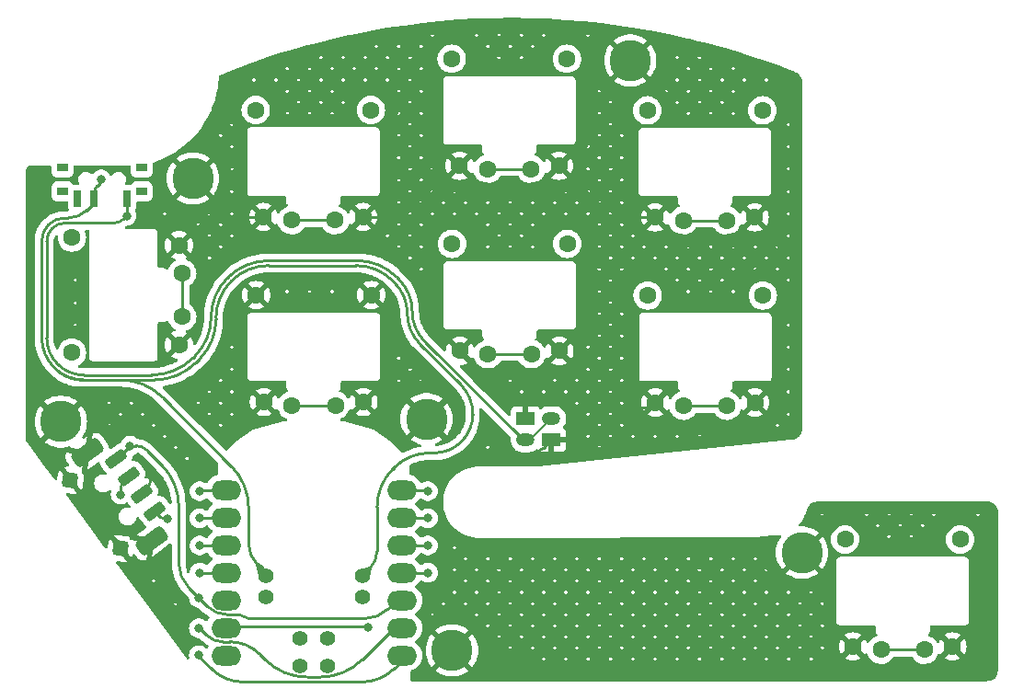
<source format=gbr>
%TF.GenerationSoftware,KiCad,Pcbnew,8.0.2*%
%TF.CreationDate,2024-07-06T21:08:24-05:00*%
%TF.ProjectId,bonsai,626f6e73-6169-42e6-9b69-6361645f7063,v1*%
%TF.SameCoordinates,Original*%
%TF.FileFunction,Copper,L1,Top*%
%TF.FilePolarity,Positive*%
%FSLAX46Y46*%
G04 Gerber Fmt 4.6, Leading zero omitted, Abs format (unit mm)*
G04 Created by KiCad (PCBNEW 8.0.2) date 2024-07-06 21:08:24*
%MOMM*%
%LPD*%
G01*
G04 APERTURE LIST*
G04 Aperture macros list*
%AMRoundRect*
0 Rectangle with rounded corners*
0 $1 Rounding radius*
0 $2 $3 $4 $5 $6 $7 $8 $9 X,Y pos of 4 corners*
0 Add a 4 corners polygon primitive as box body*
4,1,4,$2,$3,$4,$5,$6,$7,$8,$9,$2,$3,0*
0 Add four circle primitives for the rounded corners*
1,1,$1+$1,$2,$3*
1,1,$1+$1,$4,$5*
1,1,$1+$1,$6,$7*
1,1,$1+$1,$8,$9*
0 Add four rect primitives between the rounded corners*
20,1,$1+$1,$2,$3,$4,$5,0*
20,1,$1+$1,$4,$5,$6,$7,0*
20,1,$1+$1,$6,$7,$8,$9,0*
20,1,$1+$1,$8,$9,$2,$3,0*%
G04 Aperture macros list end*
%TA.AperFunction,ComponentPad*%
%ADD10C,1.397000*%
%TD*%
%TA.AperFunction,SMDPad,CuDef*%
%ADD11O,2.750000X1.800000*%
%TD*%
%TA.AperFunction,ComponentPad*%
%ADD12C,1.600000*%
%TD*%
%TA.AperFunction,SMDPad,CuDef*%
%ADD13R,0.700000X1.500000*%
%TD*%
%TA.AperFunction,SMDPad,CuDef*%
%ADD14R,1.000000X0.800000*%
%TD*%
%TA.AperFunction,ComponentPad*%
%ADD15C,3.800000*%
%TD*%
%TA.AperFunction,SMDPad,CuDef*%
%ADD16RoundRect,0.250000X0.752025X0.243841X0.455316X0.646288X-0.752025X-0.243841X-0.455316X-0.646288X0*%
%TD*%
%TA.AperFunction,SMDPad,CuDef*%
%ADD17RoundRect,0.375000X1.128038X0.365761X0.682973X0.969431X-1.128038X-0.365761X-0.682973X-0.969431X0*%
%TD*%
%TA.AperFunction,SMDPad,CuDef*%
%ADD18RoundRect,0.350000X0.398402X0.293727X-0.293727X0.398402X-0.398402X-0.293727X0.293727X-0.398402X0*%
%TD*%
%TA.AperFunction,ComponentPad*%
%ADD19O,1.700000X1.200000*%
%TD*%
%TA.AperFunction,ComponentPad*%
%ADD20R,1.700000X1.200000*%
%TD*%
%TA.AperFunction,ViaPad*%
%ADD21C,0.800000*%
%TD*%
%TA.AperFunction,Conductor*%
%ADD22C,0.250000*%
%TD*%
%TA.AperFunction,Conductor*%
%ADD23C,0.200000*%
%TD*%
G04 APERTURE END LIST*
D10*
%TO.P,U?,20*%
%TO.N,GND*%
X36151440Y-67415000D03*
X45041440Y-67415000D03*
%TO.P,U?,19*%
%TO.N,RAW*%
X36151440Y-65510000D03*
X45041440Y-65510000D03*
D11*
%TO.P,U?,14*%
%TO.N,N/C*%
X32501480Y-72813000D03*
%TO.P,U?,13*%
%TO.N,GND*%
X32501480Y-70273000D03*
%TO.P,U?,12*%
%TO.N,N/C*%
X32501480Y-67733000D03*
%TO.P,U?,11*%
%TO.N,K7*%
X32501480Y-65193000D03*
%TO.P,U?,10*%
%TO.N,K6*%
X32501480Y-62653000D03*
%TO.P,U?,9*%
%TO.N,K5*%
X32501480Y-60113000D03*
%TO.P,U?,8*%
%TO.N,K4*%
X32501480Y-57573000D03*
%TO.P,U?,7*%
%TO.N,K3*%
X48691400Y-57573000D03*
%TO.P,U?,6*%
%TO.N,K2*%
X48691400Y-60113000D03*
%TO.P,U?,5*%
%TO.N,K1*%
X48691400Y-62653000D03*
%TO.P,U?,4*%
%TO.N,K0*%
X48691400Y-65193000D03*
%TO.P,U?,3*%
%TO.N,F3*%
X48691400Y-67733000D03*
%TO.P,U?,2*%
%TO.N,F2*%
X48691400Y-70273000D03*
%TO.P,U?,1*%
%TO.N,F1*%
X48691400Y-72813000D03*
%TD*%
D12*
%TO.P,REF\u002A\u002A,5*%
%TO.N,GND*%
X35266400Y-39639000D03*
%TO.P,REF\u002A\u002A,4*%
X45866400Y-39639000D03*
%TO.P,REF\u002A\u002A,2*%
X45146400Y-49489000D03*
X35986400Y-49489000D03*
%TO.P,REF\u002A\u002A,1*%
%TO.N,K3*%
X42566400Y-49789000D03*
X38566400Y-49789000D03*
%TD*%
%TO.P,REF\u002A\u002A,5*%
%TO.N,N/C*%
X71266400Y-22639000D03*
%TO.P,REF\u002A\u002A,4*%
X81866400Y-22639000D03*
%TO.P,REF\u002A\u002A,2*%
%TO.N,GND*%
X81146400Y-32489000D03*
X71986400Y-32489000D03*
%TO.P,REF\u002A\u002A,1*%
%TO.N,K4*%
X78566400Y-32789000D03*
X74566400Y-32789000D03*
%TD*%
D13*
%TO.P,REF\u002A\u002A,3*%
%TO.N,N/C*%
X18850000Y-30755000D03*
%TO.P,REF\u002A\u002A,2*%
%TO.N,RAW*%
X20349999Y-30755000D03*
%TO.P,REF\u002A\u002A,1*%
%TO.N,Bat+*%
X23350000Y-30755000D03*
D14*
%TO.P,REF\u002A\u002A,*%
%TO.N,*%
X17450000Y-27895000D03*
X17450000Y-30105000D03*
X24750000Y-27895000D03*
X24750000Y-30105000D03*
%TD*%
D12*
%TO.P,REF\u002A\u002A,5*%
%TO.N,N/C*%
X89466400Y-62139000D03*
%TO.P,REF\u002A\u002A,4*%
X100066400Y-62139000D03*
%TO.P,REF\u002A\u002A,2*%
%TO.N,GND*%
X99346400Y-71989000D03*
X90186400Y-71989000D03*
%TO.P,REF\u002A\u002A,1*%
%TO.N,K0*%
X96766400Y-72289000D03*
X92766400Y-72289000D03*
%TD*%
D15*
%TO.P,REF\u002A\u002A,1*%
%TO.N,GND*%
X85500000Y-63350000D03*
%TD*%
D16*
%TO.P,REF\u002A\u002A,S*%
%TO.N,F2*%
X23551429Y-56327429D03*
D17*
%TO.P,REF\u002A\u002A,MP*%
%TO.N,GND*%
X19728945Y-54176007D03*
D18*
X18168248Y-56693293D03*
X22796915Y-62971464D03*
D17*
X25663134Y-62224945D03*
D16*
%TO.P,REF\u002A\u002A,C*%
X24738267Y-57937216D03*
%TO.P,REF\u002A\u002A,B*%
%TO.N,F3*%
X22364591Y-54717641D03*
%TO.P,REF\u002A\u002A,A*%
%TO.N,F1*%
X25925105Y-59547004D03*
%TD*%
D15*
%TO.P,REF\u002A\u002A,1*%
%TO.N,GND*%
X53300000Y-72350000D03*
%TD*%
D12*
%TO.P,REF\u002A\u002A,5*%
%TO.N,N/C*%
X53300000Y-34925000D03*
%TO.P,REF\u002A\u002A,4*%
X63900000Y-34925000D03*
%TO.P,REF\u002A\u002A,2*%
%TO.N,GND*%
X63180000Y-44775000D03*
X54020000Y-44775000D03*
%TO.P,REF\u002A\u002A,1*%
%TO.N,K2*%
X60600000Y-45075000D03*
X56600000Y-45075000D03*
%TD*%
%TO.P,REF\u002A\u002A,5*%
%TO.N,N/C*%
X35232800Y-22603000D03*
%TO.P,REF\u002A\u002A,4*%
X45832800Y-22603000D03*
%TO.P,REF\u002A\u002A,2*%
%TO.N,GND*%
X45112800Y-32453000D03*
X35952800Y-32453000D03*
%TO.P,REF\u002A\u002A,1*%
%TO.N,K6*%
X42532800Y-32753000D03*
X38532800Y-32753000D03*
%TD*%
D15*
%TO.P,,1*%
%TO.N,GND*%
X50950000Y-51050000D03*
%TD*%
D19*
%TO.P,REF\u002A\u002A,2*%
%TO.N,Bat+*%
X60066400Y-52989000D03*
D20*
%TO.P,REF\u002A\u002A,1*%
%TO.N,GND*%
X60066400Y-50989000D03*
%TD*%
D15*
%TO.P,REF\u002A\u002A,1*%
%TO.N,GND*%
X29450000Y-28900000D03*
%TD*%
%TO.P,REF\u002A\u002A,1*%
%TO.N,GND*%
X69700000Y-18050000D03*
%TD*%
%TO.P,REF\u002A\u002A,1*%
%TO.N,GND*%
X17300000Y-51300000D03*
%TD*%
D12*
%TO.P,REF\u002A\u002A,5*%
%TO.N,N/C*%
X53266400Y-17889000D03*
%TO.P,REF\u002A\u002A,4*%
X63866400Y-17889000D03*
%TO.P,REF\u002A\u002A,2*%
%TO.N,GND*%
X63146400Y-27739000D03*
X53986400Y-27739000D03*
%TO.P,REF\u002A\u002A,1*%
%TO.N,K5*%
X60566400Y-28039000D03*
X56566400Y-28039000D03*
%TD*%
%TO.P,REF\u002A\u002A,5*%
%TO.N,N/C*%
X71300000Y-39675000D03*
%TO.P,REF\u002A\u002A,4*%
X81900000Y-39675000D03*
%TO.P,REF\u002A\u002A,2*%
%TO.N,GND*%
X81180000Y-49525000D03*
X72020000Y-49525000D03*
%TO.P,REF\u002A\u002A,1*%
%TO.N,K1*%
X78600000Y-49825000D03*
X74600000Y-49825000D03*
%TD*%
%TO.P,REF\u002A\u002A,5*%
%TO.N,N/C*%
X18316400Y-44939000D03*
%TO.P,REF\u002A\u002A,4*%
X18316400Y-34339000D03*
%TO.P,REF\u002A\u002A,2*%
%TO.N,GND*%
X28166400Y-35059000D03*
X28166400Y-44219000D03*
%TO.P,REF\u002A\u002A,1*%
%TO.N,K7*%
X28466400Y-37639000D03*
X28466400Y-41639000D03*
%TD*%
D19*
%TO.P,REF\u002A\u002A,2*%
%TO.N,Bat+*%
X62450000Y-50975002D03*
D20*
%TO.P,REF\u002A\u002A,1*%
%TO.N,GND*%
X62450000Y-52975000D03*
%TD*%
D10*
%TO.P,U?,18*%
%TO.N,N/C*%
X41836400Y-71221000D03*
%TO.P,U?,17*%
X39296400Y-71221000D03*
%TO.P,U?,16*%
X41836400Y-73761000D03*
%TO.P,U?,15*%
X39296400Y-73761000D03*
%TD*%
D21*
%TO.N,K5*%
X30066400Y-60189000D03*
%TO.N,GND*%
X25750000Y-67700000D03*
X25600000Y-55800000D03*
X45566400Y-70189000D03*
X58551047Y-73698953D03*
%TO.N,K6*%
X30066400Y-62689000D03*
%TO.N,K7*%
X30066400Y-65189000D03*
%TO.N,K1*%
X51066400Y-62689000D03*
%TO.N,K0*%
X51066400Y-65189000D03*
%TO.N,K2*%
X51066400Y-60189000D03*
%TO.N,K3*%
X51066400Y-57689000D03*
%TO.N,K4*%
X30066400Y-57689000D03*
%TO.N,Bat+*%
X23350000Y-32350000D03*
%TO.N,RAW*%
X21000000Y-29000000D03*
%TO.N,F1*%
X30000000Y-72800000D03*
X27100000Y-60250000D03*
%TO.N,F2*%
X22800000Y-58000000D03*
X30000000Y-70300000D03*
%TO.N,F3*%
X30000000Y-67500000D03*
X23675000Y-53525000D03*
%TD*%
D22*
%TO.N,RAW*%
X20349999Y-30441250D02*
X20349999Y-30668750D01*
D23*
%TO.N,Bat+*%
X60215650Y-52989000D02*
X60144549Y-52989000D01*
D22*
%TO.N,GND*%
X71986400Y-32489000D02*
X72036400Y-32539000D01*
%TO.N,F3*%
X34099000Y-69224000D02*
G75*
G03*
X33674098Y-69048001I-424900J-424900D01*
G01*
X30008838Y-67533838D02*
G75*
G02*
X30000007Y-67512500I21362J21338D01*
G01*
X32599923Y-69048000D02*
G75*
G02*
X30761493Y-68286507I-23J2599900D01*
G01*
X25231586Y-53931586D02*
G75*
G03*
X24250000Y-53525008I-981586J-981614D01*
G01*
X34099000Y-69224000D02*
G75*
G03*
X34523901Y-69399999I424900J424900D01*
G01*
X22523996Y-54676003D02*
G75*
G02*
X22423475Y-54717628I-100496J100503D01*
G01*
X48668700Y-67749000D02*
G75*
G03*
X47819084Y-68100939I0J-1201500D01*
G01*
X28150000Y-59103963D02*
G75*
G03*
X26556204Y-55256210I-5441550J-7D01*
G01*
X29075000Y-66575000D02*
G75*
G02*
X28150020Y-64341852I2233100J2233100D01*
G01*
X47345500Y-68574500D02*
G75*
G02*
X45352566Y-69399986I-1992900J1992900D01*
G01*
%TO.N,F2*%
X23125672Y-56753185D02*
G75*
G03*
X22800015Y-57539429I786228J-786215D01*
G01*
X41166536Y-74804500D02*
G75*
G03*
X45014285Y-73210700I-36J5441600D01*
G01*
X39958463Y-74804500D02*
G75*
G02*
X36110715Y-73210699I37J5441600D01*
G01*
X30680000Y-70930000D02*
G75*
G03*
X32200954Y-71560019I1521000J1521000D01*
G01*
X47500987Y-70724012D02*
G75*
G02*
X48551200Y-70288992I1050213J-1050188D01*
G01*
X35573693Y-72673693D02*
G75*
G03*
X32885000Y-71560004I-2688693J-2688707D01*
G01*
X30025000Y-70300000D02*
G75*
G02*
X30067686Y-70317668I0J-60400D01*
G01*
%TO.N,F1*%
X30026516Y-72901516D02*
G75*
G02*
X29999990Y-72837500I63984J64016D01*
G01*
X26864050Y-60250000D02*
G75*
G02*
X26461290Y-60083127I50J569600D01*
G01*
X31189750Y-74064750D02*
G75*
G03*
X34062060Y-75254516I2872350J2872350D01*
G01*
X47953650Y-74041750D02*
G75*
G02*
X45025812Y-75254505I-2927850J2927850D01*
G01*
%TO.N,RAW*%
X49175000Y-41318198D02*
G75*
G03*
X48013076Y-38513090I-3967000J-2D01*
G01*
X20652286Y-29597712D02*
G75*
G03*
X20350006Y-30327500I729814J-729788D01*
G01*
X54097947Y-47884343D02*
G75*
G02*
X55199989Y-50544933I-2660547J-2660557D01*
G01*
X30067587Y-45532411D02*
G75*
G03*
X31575005Y-41893198I-3639187J3639211D01*
G01*
X15550000Y-43585786D02*
G75*
G03*
X16681798Y-46318202I3864200J-14D01*
G01*
X17641205Y-32550000D02*
G75*
G03*
X16162498Y-33162498I-5J-2091200D01*
G01*
X47800000Y-38300000D02*
G75*
G03*
X44480456Y-36925018I-3319500J-3319500D01*
G01*
X36417030Y-36925000D02*
G75*
G03*
X32993189Y-38343189I-30J-4842000D01*
G01*
X50336916Y-44123312D02*
G75*
G02*
X49174992Y-41318198I2805084J2805112D01*
G01*
X25896036Y-47450000D02*
G75*
G03*
X29743785Y-45856200I-36J5441600D01*
G01*
X47980269Y-55519730D02*
G75*
G02*
X51226735Y-54175026I3246431J-3246470D01*
G01*
X51663678Y-54175000D02*
G75*
G03*
X54164242Y-53139242I22J3536300D01*
G01*
X47862500Y-55637500D02*
G75*
G03*
X46399995Y-59168287I3530800J-3530800D01*
G01*
X46400000Y-63186793D02*
G75*
G02*
X45720722Y-64826722I-2319200J-7D01*
G01*
X20349999Y-30955000D02*
G75*
G02*
X20208589Y-31296433I-482899J0D01*
G01*
X19414213Y-47450000D02*
G75*
G02*
X16681798Y-46318202I-13J3864200D01*
G01*
X18985176Y-47450000D02*
X19414213Y-47450000D01*
X18985176Y-47450000D02*
G75*
G02*
X16681801Y-46318199I245984J3410360D01*
G01*
X26643792Y-49043792D02*
G75*
G03*
X22796036Y-47450003I-3847752J-3847758D01*
G01*
X32981207Y-55381207D02*
G75*
G02*
X34575011Y-59228963I-3847807J-3847793D01*
G01*
X17968585Y-32550000D02*
G75*
G03*
X19652504Y-31852505I15J2381400D01*
G01*
X16162500Y-33162500D02*
G75*
G03*
X15550002Y-34641205I1478700J-1478700D01*
G01*
X35348200Y-64390840D02*
G75*
G02*
X34575030Y-62524170I1866700J1866640D01*
G01*
X20911611Y-29338388D02*
G75*
G03*
X20999992Y-29125000I-213411J213388D01*
G01*
X31575000Y-41767030D02*
G75*
G02*
X32993200Y-38343200I4842020J0D01*
G01*
X55200000Y-50638678D02*
G75*
G02*
X54164242Y-53139242I-3536300J-22D01*
G01*
X20349999Y-30955000D02*
X20349999Y-30668750D01*
%TO.N,Bat+*%
X44589034Y-36475000D02*
G75*
G02*
X48149990Y-37950010I-34J-5036000D01*
G01*
X31125000Y-41675000D02*
G75*
G02*
X32609935Y-38090086I5069800J0D01*
G01*
X50809403Y-43959403D02*
G75*
G02*
X49624998Y-41100000I2859397J2859403D01*
G01*
D23*
X60251201Y-52989000D02*
G75*
G03*
X60566687Y-52858336I-1J446200D01*
G01*
D22*
X17000000Y-46000000D02*
G75*
G02*
X16000006Y-43585786I2414200J2414200D01*
G01*
X17707106Y-33000000D02*
G75*
G03*
X16499998Y-33499998I-6J-1707100D01*
G01*
X17000000Y-46000000D02*
G75*
G03*
X19414213Y-46999994I2414200J2414200D01*
G01*
X31125000Y-41675000D02*
G75*
G02*
X29640087Y-45259935I-5069900J0D01*
G01*
X16500000Y-33500000D02*
G75*
G03*
X16000003Y-34707106I1207100J-1207100D01*
G01*
X49625000Y-41100000D02*
G75*
G03*
X48440594Y-38240598I-4043800J0D01*
G01*
X22240380Y-33000000D02*
G75*
G03*
X23025006Y-32675006I20J1109600D01*
G01*
X59952700Y-52989000D02*
G75*
G02*
X59758600Y-52908602I0J274500D01*
G01*
X25646036Y-47000000D02*
G75*
G03*
X29493785Y-45406200I-36J5441600D01*
G01*
X36417031Y-36475000D02*
G75*
G03*
X32674991Y-38024991I-31J-5292000D01*
G01*
D23*
X59952700Y-52989000D02*
X60144549Y-52989000D01*
D22*
%TO.N,K4*%
X30116400Y-57639000D02*
G75*
G02*
X30237110Y-57589004I120700J-120700D01*
G01*
%TO.N,K3*%
X51016400Y-57639000D02*
G75*
G03*
X50895689Y-57589004I-120700J-120700D01*
G01*
%TO.N,K2*%
X50963973Y-60129000D02*
G75*
G02*
X51036408Y-60158992I27J-102400D01*
G01*
%TO.N,K0*%
X51032257Y-65209000D02*
G75*
G03*
X51056412Y-65199012I43J34100D01*
G01*
%TO.N,K1*%
X51032257Y-62669000D02*
G75*
G02*
X51056412Y-62678988I43J-34100D01*
G01*
%TO.N,K7*%
X30076400Y-65199000D02*
G75*
G03*
X30100542Y-65208983I24100J24100D01*
G01*
%TO.N,K6*%
X30076400Y-62679000D02*
G75*
G02*
X30100542Y-62669017I24100J-24100D01*
G01*
%TO.N,GND*%
X56992615Y-29500000D02*
G75*
G02*
X54866896Y-28619504I-15J3006200D01*
G01*
X71782500Y-49762500D02*
G75*
G02*
X71209124Y-50000010I-573400J573400D01*
G01*
X63232050Y-27739000D02*
G75*
G03*
X63085807Y-27799534I-50J-206800D01*
G01*
X47041400Y-41644850D02*
G75*
G03*
X46453885Y-40226515I-2005900J-50D01*
G01*
X77381687Y-51750000D02*
G75*
G03*
X80067504Y-50637504I13J3798300D01*
G01*
X32193776Y-70175000D02*
G75*
G03*
X32075491Y-70224011I24J-167300D01*
G01*
X30350000Y-40491361D02*
G75*
G02*
X29258202Y-43127202I-3727650J1D01*
G01*
X25600000Y-56466145D02*
G75*
G02*
X25169117Y-57506333I-1471100J45D01*
G01*
X63108405Y-44846594D02*
G75*
G02*
X63180103Y-44876250I29695J-29706D01*
G01*
X61725000Y-53700000D02*
G75*
G02*
X59974695Y-54424998I-1750300J1750300D01*
G01*
X91116900Y-72919500D02*
G75*
G03*
X93363325Y-73849989I2246400J2246400D01*
G01*
X74992615Y-34250000D02*
G75*
G02*
X72866896Y-33369504I-15J3006200D01*
G01*
X67714375Y-49511875D02*
G75*
G03*
X68892812Y-49999980I1178425J1178475D01*
G01*
X59936497Y-46675000D02*
G75*
G03*
X62230001Y-45725001I3J3243500D01*
G01*
X82410700Y-33753300D02*
G75*
G02*
X83675004Y-36805590I-3052300J-3052300D01*
G01*
X54970000Y-45725000D02*
G75*
G03*
X57263502Y-46674999I2293500J2293500D01*
G01*
X71782500Y-49762500D02*
G75*
G02*
X72257500Y-49762500I237500J-237499D01*
G01*
X47192600Y-32453000D02*
G75*
G03*
X50743044Y-30982363I0J5021100D01*
G01*
X41959773Y-34300000D02*
G75*
G03*
X44189308Y-33376508I27J3153000D01*
G01*
X65197713Y-52257286D02*
G75*
G02*
X63465000Y-52975007I-1732713J1732686D01*
G01*
X73132500Y-50637500D02*
G75*
G03*
X75818312Y-51749995I2685800J2685800D01*
G01*
X46093900Y-48541500D02*
G75*
G03*
X47041414Y-46254032I-2287500J2287500D01*
G01*
X53550000Y-55825000D02*
G75*
G02*
X56929898Y-54425000I3379900J-3379900D01*
G01*
X58487500Y-73698953D02*
G75*
G02*
X58379010Y-73654026I0J153453D01*
G01*
X60140184Y-29500000D02*
G75*
G03*
X62265904Y-28619504I16J3006200D01*
G01*
X71901044Y-32439000D02*
G75*
G02*
X71961387Y-32464013I-44J-85400D01*
G01*
X29469400Y-33756000D02*
G75*
G02*
X32615120Y-32453008I3145700J-3145700D01*
G01*
X89305900Y-72869500D02*
G75*
G02*
X87180184Y-73749994I-2125700J2125700D01*
G01*
X30350000Y-38786638D02*
G75*
G03*
X29258200Y-36150800I-3727640J-2D01*
G01*
X67727500Y-49626250D02*
G75*
G02*
X67655872Y-49799061I-244400J50D01*
G01*
X58638189Y-73750000D02*
G75*
G02*
X58576584Y-73724462I11J87100D01*
G01*
X66632230Y-31053530D02*
G75*
G03*
X69977050Y-32438962I3344770J3344830D01*
G01*
X63232050Y-27739000D02*
G75*
G02*
X63378293Y-27799533I50J-206800D01*
G01*
X39105826Y-34300000D02*
G75*
G02*
X36876292Y-33376508I-26J3153000D01*
G01*
X67655905Y-49453405D02*
G75*
G02*
X67727547Y-49626250I-172805J-172895D01*
G01*
X45542500Y-70175000D02*
G75*
G02*
X45559400Y-70182000I0J-23900D01*
G01*
X53743792Y-69018792D02*
G75*
G02*
X52149989Y-65171036I3847808J3847792D01*
G01*
X53550000Y-55825000D02*
G75*
G03*
X52150000Y-59204898I3379900J-3379900D01*
G01*
X96169474Y-73850000D02*
G75*
G03*
X98415908Y-72919508I26J3176900D01*
G01*
X63251594Y-45049094D02*
G75*
G02*
X63180024Y-44876250I172806J172794D01*
G01*
X83675000Y-45265768D02*
G75*
G02*
X82427509Y-48277509I-4259200J-32D01*
G01*
X78140184Y-34250000D02*
G75*
G03*
X80265904Y-33369504I16J3006200D01*
G01*
X71986400Y-32489000D02*
X71961400Y-32464000D01*
%TO.N,K5*%
X30096400Y-60159000D02*
G75*
G02*
X30168826Y-60129011I72400J-72400D01*
G01*
%TO.N,RAW*%
X18985176Y-47450000D02*
X25896036Y-47450000D01*
X31575000Y-41767030D02*
X31575000Y-41893198D01*
X36417030Y-36925000D02*
X44480456Y-36925000D01*
X30067587Y-45532411D02*
X29743792Y-45856207D01*
X48013083Y-38513083D02*
X47800000Y-38300000D01*
X54097947Y-47884343D02*
X50336916Y-44123312D01*
X47980269Y-55519730D02*
X47862500Y-55637500D01*
X46400000Y-63186793D02*
X46400000Y-59168287D01*
X55200000Y-50544933D02*
X55200000Y-50638678D01*
X51226735Y-54175000D02*
X51663678Y-54175000D01*
X45720720Y-64826720D02*
X45041440Y-65506000D01*
%TO.N,Bat+*%
X50809403Y-43959403D02*
X59758601Y-52908601D01*
X48150000Y-37950000D02*
X48440596Y-38240596D01*
X32675000Y-38025000D02*
X32609924Y-38090075D01*
X36417031Y-36475000D02*
X44589034Y-36475000D01*
X29640075Y-45259923D02*
X29493792Y-45406207D01*
X16000000Y-43585786D02*
X16000000Y-34707106D01*
X25646036Y-47000000D02*
X19414213Y-47000000D01*
X17707106Y-33000000D02*
X22240380Y-33000000D01*
X23350000Y-32350000D02*
X23025000Y-32675000D01*
%TO.N,GND*%
X46093900Y-48541500D02*
X45146400Y-49489000D01*
X46453900Y-40226500D02*
X45866400Y-39639000D01*
X47041400Y-41644850D02*
X47041400Y-46254032D01*
%TO.N,RAW*%
X19414213Y-47450000D02*
X22796036Y-47450000D01*
X26643792Y-49043792D02*
X32981207Y-55381207D01*
X34575000Y-59228963D02*
X34575000Y-62524170D01*
X35348200Y-64390840D02*
X36121400Y-65164040D01*
%TO.N,GND*%
X56929898Y-54425000D02*
X59974695Y-54425000D01*
X62450000Y-52975000D02*
X61725000Y-53700000D01*
X52150000Y-59204898D02*
X52150000Y-65171036D01*
X58487500Y-73698953D02*
X58551047Y-73698953D01*
X53743792Y-69018792D02*
X58379018Y-73654018D01*
%TO.N,RAW*%
X20208577Y-31296421D02*
X19652499Y-31852500D01*
X17968585Y-32550000D02*
X17641205Y-32550000D01*
X15550000Y-43585786D02*
X15550000Y-34641205D01*
%TO.N,GND*%
X81180000Y-49525000D02*
X82427500Y-48277500D01*
X83675000Y-45265768D02*
X83675000Y-36805590D01*
X82410700Y-33753300D02*
X81146400Y-32489000D01*
%TO.N,K5*%
X30096400Y-60159000D02*
X30066400Y-60189000D01*
X56566400Y-28039000D02*
X60566400Y-28039000D01*
X30168826Y-60129000D02*
X32026480Y-60129000D01*
%TO.N,GND*%
X35952800Y-32453000D02*
X36876300Y-33376500D01*
X59936497Y-46675000D02*
X57263502Y-46675000D01*
X78140184Y-34250000D02*
X74992615Y-34250000D01*
X77381687Y-51750000D02*
X75818312Y-51750000D01*
X54866900Y-28619500D02*
X53986400Y-27739000D01*
X62230000Y-45725000D02*
X63108405Y-44846594D01*
X58638189Y-73750000D02*
X87180184Y-73750000D01*
X71209124Y-50000000D02*
X68892812Y-50000000D01*
X45112800Y-32453000D02*
X47192600Y-32453000D01*
X29469400Y-33756000D02*
X28166400Y-35059000D01*
X69977050Y-32439000D02*
X71901044Y-32439000D01*
X67714375Y-49511875D02*
X67226250Y-49023750D01*
X62450000Y-52975000D02*
X63465000Y-52975000D01*
X63085836Y-27799563D02*
X62265900Y-28619500D01*
X56992615Y-29500000D02*
X60140184Y-29500000D01*
X58551047Y-73698953D02*
X58576570Y-73724476D01*
X25169133Y-57506349D02*
X24738267Y-57937216D01*
X45566400Y-70189000D02*
X45559400Y-70182000D01*
X65197713Y-52257286D02*
X67655905Y-49799094D01*
X32075480Y-70224000D02*
X32026480Y-70273000D01*
X53986400Y-27739000D02*
X50743040Y-30982359D01*
X98415900Y-72919500D02*
X99346400Y-71989000D01*
X63251594Y-45049094D02*
X67655905Y-49453405D01*
X28166400Y-35059000D02*
X29258200Y-36150800D01*
X45542500Y-70175000D02*
X32193776Y-70175000D01*
X73132500Y-50637500D02*
X72257500Y-49762500D01*
X30350000Y-40491361D02*
X30350000Y-38786638D01*
X32026480Y-70289000D02*
X32475480Y-69840000D01*
X66632230Y-31053530D02*
X63378263Y-27799563D01*
X72036400Y-32539000D02*
X72866900Y-33369500D01*
X45112800Y-32453000D02*
X44189300Y-33376500D01*
X25600000Y-55800000D02*
X25600000Y-56466145D01*
X80265900Y-33369500D02*
X81146400Y-32489000D01*
X41959773Y-34300000D02*
X39105826Y-34300000D01*
X54970000Y-45725000D02*
X54020000Y-44775000D01*
X96169474Y-73850000D02*
X93363325Y-73850000D01*
X81180000Y-49525000D02*
X80067500Y-50637500D01*
X91116900Y-72919500D02*
X90186400Y-71989000D01*
X29258200Y-43127200D02*
X28166400Y-44219000D01*
X89305900Y-72869500D02*
X90186400Y-71989000D01*
X32615120Y-32453000D02*
X35952800Y-32453000D01*
%TO.N,K6*%
X38532800Y-32753000D02*
X42532800Y-32753000D01*
X30100542Y-62669000D02*
X32026480Y-62669000D01*
X30076400Y-62679000D02*
X30066400Y-62689000D01*
%TO.N,K7*%
X30100542Y-65209000D02*
X32026480Y-65209000D01*
X30076400Y-65199000D02*
X30066400Y-65189000D01*
X28466400Y-37639000D02*
X28466400Y-41639000D01*
%TO.N,K1*%
X74600000Y-49825000D02*
X78600000Y-49825000D01*
X51032257Y-62669000D02*
X49166400Y-62669000D01*
X51056400Y-62679000D02*
X51066400Y-62689000D01*
%TO.N,K0*%
X92766400Y-72289000D02*
X96766400Y-72289000D01*
X51056400Y-65199000D02*
X51066400Y-65189000D01*
X51032257Y-65209000D02*
X49166400Y-65209000D01*
%TO.N,K2*%
X50963973Y-60129000D02*
X49166400Y-60129000D01*
X51036400Y-60159000D02*
X51066400Y-60189000D01*
X56600000Y-45075000D02*
X60600000Y-45075000D01*
%TO.N,K3*%
X38566400Y-49789000D02*
X42566400Y-49789000D01*
X51066400Y-57689000D02*
X51016400Y-57639000D01*
X50895689Y-57589000D02*
X49166400Y-57589000D01*
%TO.N,K4*%
X74566400Y-32789000D02*
X78566400Y-32789000D01*
X30066400Y-57689000D02*
X30116400Y-57639000D01*
X30237110Y-57589000D02*
X32026480Y-57589000D01*
D23*
%TO.N,Bat+*%
X60215650Y-52989000D02*
X60251201Y-52989000D01*
X60566676Y-52858325D02*
X62450000Y-50975002D01*
D22*
X23350000Y-32350000D02*
X23350000Y-30755000D01*
%TO.N,RAW*%
X20652286Y-29597712D02*
X20911611Y-29338388D01*
X20349999Y-30327500D02*
X20349999Y-30441250D01*
X21000000Y-29000000D02*
X21000000Y-29125000D01*
%TO.N,F1*%
X26461259Y-60083158D02*
X25925105Y-59547004D01*
X30000000Y-72800000D02*
X30000000Y-72837500D01*
X47953650Y-74041750D02*
X49166400Y-72829000D01*
X30026516Y-72901516D02*
X31189750Y-74064750D01*
X45025812Y-75254500D02*
X34062060Y-75254500D01*
X27100000Y-60250000D02*
X26864050Y-60250000D01*
%TO.N,F2*%
X22800000Y-58000000D02*
X22800000Y-57539429D01*
X30680000Y-70930000D02*
X30067677Y-70317677D01*
X23125672Y-56753185D02*
X23551429Y-56327429D01*
X47500987Y-70724012D02*
X45014292Y-73210707D01*
X48551200Y-70289000D02*
X49166400Y-70289000D01*
X39958463Y-74804500D02*
X41166536Y-74804500D01*
X35573693Y-72673693D02*
X36110707Y-73210707D01*
X32200954Y-71560000D02*
X32885000Y-71560000D01*
X30000000Y-70300000D02*
X30025000Y-70300000D01*
%TO.N,F3*%
X28150000Y-59103963D02*
X28150000Y-64341852D01*
X23675000Y-53525000D02*
X24250000Y-53525000D01*
X23675000Y-53525000D02*
X22523996Y-54676003D01*
X30000000Y-67500000D02*
X30000000Y-67512500D01*
X48668700Y-67749000D02*
X49166400Y-67749000D01*
X25231586Y-53931586D02*
X26556207Y-55256207D01*
X22423475Y-54717641D02*
X22364591Y-54717641D01*
X47345500Y-68574500D02*
X47819072Y-68100927D01*
X30008838Y-67533838D02*
X30761500Y-68286500D01*
X32599923Y-69048000D02*
X33674098Y-69048000D01*
X30000000Y-67500000D02*
X29075000Y-66575000D01*
X45352566Y-69400000D02*
X34523901Y-69400000D01*
%TD*%
%TA.AperFunction,Conductor*%
%TO.N,GND*%
G36*
X58806648Y-14132603D02*
G01*
X60458295Y-14153030D01*
X60461120Y-14153098D01*
X62111847Y-14211807D01*
X62114611Y-14211938D01*
X63763513Y-14308898D01*
X63766296Y-14309094D01*
X65412535Y-14444254D01*
X65415250Y-14444508D01*
X67057958Y-14617801D01*
X67060727Y-14618126D01*
X68698936Y-14829446D01*
X68701644Y-14829828D01*
X70334473Y-15079063D01*
X70337262Y-15079522D01*
X71963887Y-15366545D01*
X71966706Y-15367076D01*
X73586176Y-15691718D01*
X73588867Y-15692289D01*
X74968295Y-16002239D01*
X75200457Y-16054405D01*
X75203255Y-16055068D01*
X75659481Y-16168750D01*
X76805976Y-16454434D01*
X76808697Y-16455147D01*
X78401514Y-16891502D01*
X78401664Y-16891543D01*
X78404419Y-16892331D01*
X79880020Y-17333595D01*
X79986896Y-17365555D01*
X79989632Y-17366408D01*
X81560704Y-17876186D01*
X81563365Y-17877084D01*
X83122196Y-18423146D01*
X83124834Y-18424104D01*
X84609100Y-18983002D01*
X84621418Y-18989358D01*
X84621716Y-18988761D01*
X84628996Y-18992380D01*
X84628999Y-18992382D01*
X84673984Y-19007817D01*
X84679169Y-19009596D01*
X84683958Y-19011350D01*
X84698708Y-19017099D01*
X84704713Y-19019440D01*
X84707702Y-19020650D01*
X84721672Y-19026523D01*
X84852490Y-19081516D01*
X84867416Y-19089011D01*
X84955886Y-19141174D01*
X84970854Y-19150000D01*
X85010789Y-19173546D01*
X85024573Y-19182978D01*
X85056936Y-19208491D01*
X85155298Y-19286030D01*
X85167690Y-19297232D01*
X85283366Y-19416907D01*
X85294140Y-19429673D01*
X85392689Y-19563821D01*
X85401648Y-19577916D01*
X85437147Y-19643087D01*
X85481267Y-19724083D01*
X85488252Y-19739258D01*
X85520517Y-19823962D01*
X85528639Y-19868101D01*
X85528999Y-51897207D01*
X85528999Y-51957687D01*
X85528527Y-51968495D01*
X85515270Y-52120016D01*
X85511517Y-52141301D01*
X85473555Y-52282979D01*
X85466162Y-52303291D01*
X85404177Y-52436218D01*
X85393370Y-52454936D01*
X85309243Y-52575082D01*
X85295349Y-52591640D01*
X85191640Y-52695349D01*
X85175082Y-52709243D01*
X85054936Y-52793370D01*
X85036218Y-52804177D01*
X84903291Y-52866162D01*
X84882979Y-52873555D01*
X84741301Y-52911517D01*
X84720015Y-52915270D01*
X84603072Y-52925501D01*
X84583435Y-52924835D01*
X84583431Y-52925025D01*
X84575308Y-52924828D01*
X84575307Y-52924828D01*
X84575306Y-52924828D01*
X84542951Y-52928294D01*
X84529745Y-52928999D01*
X84497204Y-52928999D01*
X84480425Y-52933495D01*
X84461542Y-52937014D01*
X61246648Y-55423795D01*
X61233441Y-55424500D01*
X55572406Y-55424500D01*
X55219305Y-55462901D01*
X54872424Y-55539255D01*
X54535824Y-55652669D01*
X54213476Y-55801805D01*
X54213470Y-55801808D01*
X53909152Y-55984909D01*
X53909136Y-55984920D01*
X53626381Y-56199863D01*
X53626372Y-56199871D01*
X53368508Y-56444132D01*
X53138573Y-56714831D01*
X53138565Y-56714841D01*
X52939246Y-57008814D01*
X52939244Y-57008817D01*
X52772874Y-57322624D01*
X52772865Y-57322642D01*
X52641400Y-57652599D01*
X52641398Y-57652605D01*
X52546384Y-57994816D01*
X52546378Y-57994842D01*
X52488919Y-58345321D01*
X52488918Y-58345334D01*
X52488918Y-58345336D01*
X52487156Y-58377835D01*
X52469689Y-58699997D01*
X52469689Y-58700002D01*
X52472757Y-58756579D01*
X52488343Y-59044065D01*
X52488918Y-59054661D01*
X52488919Y-59054678D01*
X52546378Y-59405157D01*
X52546384Y-59405183D01*
X52641398Y-59747394D01*
X52641400Y-59747400D01*
X52772865Y-60077357D01*
X52772874Y-60077375D01*
X52939244Y-60391182D01*
X52939246Y-60391185D01*
X53138565Y-60685158D01*
X53138573Y-60685168D01*
X53365125Y-60951884D01*
X53368509Y-60955868D01*
X53626372Y-61200129D01*
X53909132Y-61415077D01*
X53909140Y-61415082D01*
X53909152Y-61415090D01*
X54213470Y-61598191D01*
X54213475Y-61598194D01*
X54239763Y-61610356D01*
X54535824Y-61747330D01*
X54535829Y-61747331D01*
X54535832Y-61747333D01*
X54872424Y-61860744D01*
X55219305Y-61937098D01*
X55572408Y-61975500D01*
X55676169Y-61975500D01*
X55679874Y-61975736D01*
X55685773Y-61975716D01*
X55685776Y-61975717D01*
X55750617Y-61975501D01*
X55751030Y-61975500D01*
X55821844Y-61975500D01*
X55825527Y-61975250D01*
X81507407Y-61889699D01*
X81531279Y-61891937D01*
X81536418Y-61892928D01*
X81580941Y-61889739D01*
X81589329Y-61889426D01*
X81633959Y-61889278D01*
X81639011Y-61887905D01*
X81662645Y-61883889D01*
X83029990Y-61785995D01*
X83035806Y-61785945D01*
X83040481Y-61785585D01*
X83040484Y-61785586D01*
X83104450Y-61780665D01*
X83104755Y-61780642D01*
X83169264Y-61776025D01*
X83169266Y-61776024D01*
X83173710Y-61775706D01*
X83179918Y-61774832D01*
X83274657Y-61767510D01*
X83434408Y-61738069D01*
X83503905Y-61745277D01*
X83558472Y-61788913D01*
X83580786Y-61855124D01*
X83563760Y-61922888D01*
X83556551Y-61933188D01*
X83556809Y-61933375D01*
X83554518Y-61936527D01*
X83392707Y-62191502D01*
X83392704Y-62191508D01*
X83264127Y-62464747D01*
X83264125Y-62464752D01*
X83170805Y-62751959D01*
X83114216Y-63048609D01*
X83114215Y-63048616D01*
X83095255Y-63349994D01*
X83095255Y-63350005D01*
X83114215Y-63651383D01*
X83114216Y-63651390D01*
X83170805Y-63948040D01*
X83264125Y-64235247D01*
X83264127Y-64235252D01*
X83392704Y-64508491D01*
X83392707Y-64508497D01*
X83554516Y-64763469D01*
X83635311Y-64861133D01*
X84563708Y-63932736D01*
X84660967Y-64066602D01*
X84783398Y-64189033D01*
X84917262Y-64286290D01*
X83986564Y-65216987D01*
X83986565Y-65216989D01*
X84211461Y-65380385D01*
X84211479Y-65380397D01*
X84476109Y-65525878D01*
X84476117Y-65525882D01*
X84756889Y-65637047D01*
X84756892Y-65637048D01*
X85049399Y-65712150D01*
X85348995Y-65749999D01*
X85349007Y-65750000D01*
X85650993Y-65750000D01*
X85651004Y-65749999D01*
X85950600Y-65712150D01*
X86243107Y-65637048D01*
X86243110Y-65637047D01*
X86523882Y-65525882D01*
X86523890Y-65525878D01*
X86788520Y-65380397D01*
X86788530Y-65380390D01*
X87013433Y-65216987D01*
X87013434Y-65216987D01*
X86082737Y-64286290D01*
X86216602Y-64189033D01*
X86339033Y-64066602D01*
X86436290Y-63932737D01*
X87364687Y-64861134D01*
X87445486Y-64763464D01*
X87607292Y-64508497D01*
X87607295Y-64508491D01*
X87735872Y-64235252D01*
X87735874Y-64235247D01*
X87784279Y-64086273D01*
X88665900Y-64086273D01*
X88665900Y-69691727D01*
X88693193Y-69793587D01*
X88745920Y-69884913D01*
X88820487Y-69959480D01*
X88911813Y-70012207D01*
X89013673Y-70039500D01*
X89119127Y-70039500D01*
X89817983Y-70039500D01*
X90014817Y-70039500D01*
X91639472Y-70039500D01*
X92141900Y-70039500D01*
X92208939Y-70059185D01*
X92254694Y-70111989D01*
X92265900Y-70163500D01*
X92265900Y-70591727D01*
X92290634Y-70684034D01*
X92293193Y-70693586D01*
X92293194Y-70693589D01*
X92345921Y-70784914D01*
X92400760Y-70839753D01*
X92434245Y-70901076D01*
X92429261Y-70970768D01*
X92387389Y-71026701D01*
X92345173Y-71047209D01*
X92317161Y-71054714D01*
X92317150Y-71054718D01*
X92109654Y-71151475D01*
X92109652Y-71151476D01*
X92052481Y-71191508D01*
X91922100Y-71282802D01*
X91922098Y-71282803D01*
X91922095Y-71282806D01*
X91760206Y-71444695D01*
X91760203Y-71444698D01*
X91760202Y-71444700D01*
X91649622Y-71602624D01*
X91642390Y-71612953D01*
X91587812Y-71656578D01*
X91518314Y-71663770D01*
X91455959Y-71632248D01*
X91421040Y-71573923D01*
X91412668Y-71542679D01*
X91412664Y-71542668D01*
X91316536Y-71336521D01*
X91316532Y-71336513D01*
X91265425Y-71263526D01*
X90710187Y-71818764D01*
X90698918Y-71776708D01*
X90626510Y-71651292D01*
X90524108Y-71548890D01*
X90398692Y-71476482D01*
X90356634Y-71465212D01*
X90911872Y-70909974D01*
X90838878Y-70858863D01*
X90632731Y-70762735D01*
X90632717Y-70762730D01*
X90413010Y-70703860D01*
X90412999Y-70703858D01*
X90186402Y-70684034D01*
X90186398Y-70684034D01*
X89959800Y-70703858D01*
X89959789Y-70703860D01*
X89740082Y-70762730D01*
X89740073Y-70762734D01*
X89533916Y-70858866D01*
X89533912Y-70858868D01*
X89460926Y-70909973D01*
X89460926Y-70909974D01*
X90016165Y-71465212D01*
X89974108Y-71476482D01*
X89848692Y-71548890D01*
X89746290Y-71651292D01*
X89673882Y-71776708D01*
X89662612Y-71818764D01*
X89107374Y-71263526D01*
X89107373Y-71263526D01*
X89056268Y-71336512D01*
X89056266Y-71336516D01*
X88960134Y-71542673D01*
X88960130Y-71542682D01*
X88901260Y-71762389D01*
X88901258Y-71762400D01*
X88881434Y-71988997D01*
X88881434Y-71989002D01*
X88901258Y-72215599D01*
X88901260Y-72215610D01*
X88960130Y-72435317D01*
X88960135Y-72435331D01*
X89056263Y-72641478D01*
X89107374Y-72714472D01*
X89662612Y-72159234D01*
X89673882Y-72201292D01*
X89746290Y-72326708D01*
X89848692Y-72429110D01*
X89974108Y-72501518D01*
X90016165Y-72512787D01*
X89460926Y-73068025D01*
X89533913Y-73119132D01*
X89533921Y-73119136D01*
X89740068Y-73215264D01*
X89740082Y-73215269D01*
X89959789Y-73274139D01*
X89959800Y-73274141D01*
X90186398Y-73293966D01*
X90186402Y-73293966D01*
X90412999Y-73274141D01*
X90413010Y-73274139D01*
X90632717Y-73215269D01*
X90632731Y-73215264D01*
X90838878Y-73119136D01*
X90911871Y-73068024D01*
X90356634Y-72512787D01*
X90398692Y-72501518D01*
X90524108Y-72429110D01*
X90626510Y-72326708D01*
X90698918Y-72201292D01*
X90710187Y-72159234D01*
X91265424Y-72714471D01*
X91301175Y-72663416D01*
X91355752Y-72619792D01*
X91425251Y-72612600D01*
X91487605Y-72644123D01*
X91522524Y-72702446D01*
X91532115Y-72738240D01*
X91532118Y-72738249D01*
X91627215Y-72942185D01*
X91628877Y-72945749D01*
X91760202Y-73133300D01*
X91922100Y-73295198D01*
X92109651Y-73426523D01*
X92159998Y-73450000D01*
X92317150Y-73523281D01*
X92317152Y-73523281D01*
X92317157Y-73523284D01*
X92538313Y-73582543D01*
X92701232Y-73596796D01*
X92766398Y-73602498D01*
X92766400Y-73602498D01*
X92766402Y-73602498D01*
X92823421Y-73597509D01*
X92994487Y-73582543D01*
X93215643Y-73523284D01*
X93423149Y-73426523D01*
X93610700Y-73295198D01*
X93772598Y-73133300D01*
X93883179Y-72975374D01*
X93937754Y-72931751D01*
X93984752Y-72922500D01*
X95548048Y-72922500D01*
X95615087Y-72942185D01*
X95649620Y-72975373D01*
X95760202Y-73133300D01*
X95922100Y-73295198D01*
X96109651Y-73426523D01*
X96159998Y-73450000D01*
X96317150Y-73523281D01*
X96317152Y-73523281D01*
X96317157Y-73523284D01*
X96538313Y-73582543D01*
X96701232Y-73596796D01*
X96766398Y-73602498D01*
X96766400Y-73602498D01*
X96766402Y-73602498D01*
X96823421Y-73597509D01*
X96994487Y-73582543D01*
X97215643Y-73523284D01*
X97423149Y-73426523D01*
X97610700Y-73295198D01*
X97772598Y-73133300D01*
X97903923Y-72945749D01*
X98000684Y-72738243D01*
X98007054Y-72714472D01*
X98010275Y-72702449D01*
X98046639Y-72642788D01*
X98109485Y-72612258D01*
X98178861Y-72620552D01*
X98231625Y-72663417D01*
X98267374Y-72714472D01*
X98822612Y-72159234D01*
X98833882Y-72201292D01*
X98906290Y-72326708D01*
X99008692Y-72429110D01*
X99134108Y-72501518D01*
X99176165Y-72512787D01*
X98620926Y-73068025D01*
X98693913Y-73119132D01*
X98693921Y-73119136D01*
X98900068Y-73215264D01*
X98900082Y-73215269D01*
X99119789Y-73274139D01*
X99119800Y-73274141D01*
X99346398Y-73293966D01*
X99346402Y-73293966D01*
X99572999Y-73274141D01*
X99573010Y-73274139D01*
X99792717Y-73215269D01*
X99792731Y-73215264D01*
X99998878Y-73119136D01*
X100071871Y-73068024D01*
X99516634Y-72512787D01*
X99558692Y-72501518D01*
X99684108Y-72429110D01*
X99786510Y-72326708D01*
X99858918Y-72201292D01*
X99870187Y-72159234D01*
X100425424Y-72714471D01*
X100476536Y-72641478D01*
X100572664Y-72435331D01*
X100572669Y-72435317D01*
X100631539Y-72215610D01*
X100631541Y-72215599D01*
X100636349Y-72160640D01*
X101838925Y-72160640D01*
X101873976Y-72125589D01*
X101881494Y-72107441D01*
X101873976Y-72089292D01*
X101847391Y-72062707D01*
X101847086Y-72067368D01*
X101838925Y-72160640D01*
X100636349Y-72160640D01*
X100651366Y-71989002D01*
X100651366Y-71988997D01*
X100631541Y-71762400D01*
X100631539Y-71762389D01*
X100572669Y-71542682D01*
X100572664Y-71542668D01*
X100476536Y-71336521D01*
X100476532Y-71336513D01*
X100425425Y-71263526D01*
X99870187Y-71818764D01*
X99858918Y-71776708D01*
X99786510Y-71651292D01*
X99684108Y-71548890D01*
X99558692Y-71476482D01*
X99516634Y-71465212D01*
X100071872Y-70909974D01*
X99998878Y-70858863D01*
X99792731Y-70762735D01*
X99792717Y-70762730D01*
X99573010Y-70703860D01*
X99572999Y-70703858D01*
X99346402Y-70684034D01*
X99346398Y-70684034D01*
X99119800Y-70703858D01*
X99119789Y-70703860D01*
X98900082Y-70762730D01*
X98900073Y-70762734D01*
X98693916Y-70858866D01*
X98693912Y-70858868D01*
X98620926Y-70909973D01*
X98620926Y-70909974D01*
X99176165Y-71465212D01*
X99134108Y-71476482D01*
X99008692Y-71548890D01*
X98906290Y-71651292D01*
X98833882Y-71776708D01*
X98822612Y-71818764D01*
X98267374Y-71263526D01*
X98267373Y-71263526D01*
X98216268Y-71336512D01*
X98216266Y-71336516D01*
X98120134Y-71542673D01*
X98120130Y-71542683D01*
X98111758Y-71573926D01*
X98075391Y-71633585D01*
X98012544Y-71664113D01*
X97943168Y-71655816D01*
X97890412Y-71612955D01*
X97772598Y-71444700D01*
X97610700Y-71282802D01*
X97423149Y-71151477D01*
X97408622Y-71144703D01*
X97215649Y-71054718D01*
X97215635Y-71054713D01*
X97187627Y-71047209D01*
X97127967Y-71010845D01*
X97097437Y-70947998D01*
X97105731Y-70878622D01*
X97132034Y-70839758D01*
X97186880Y-70784913D01*
X97239607Y-70693587D01*
X97266900Y-70591727D01*
X97266900Y-70163500D01*
X97286585Y-70096461D01*
X97339389Y-70050706D01*
X97390900Y-70039500D01*
X100519125Y-70039500D01*
X100519127Y-70039500D01*
X100620987Y-70012207D01*
X100712313Y-69959480D01*
X100786880Y-69884913D01*
X100839607Y-69793587D01*
X100866900Y-69691727D01*
X100866900Y-64086273D01*
X100839607Y-63984413D01*
X100786880Y-63893087D01*
X100712313Y-63818520D01*
X100620987Y-63765793D01*
X100519127Y-63738500D01*
X89119127Y-63738500D01*
X89013673Y-63738500D01*
X88911813Y-63765793D01*
X88911810Y-63765794D01*
X88820485Y-63818521D01*
X88745921Y-63893085D01*
X88693194Y-63984410D01*
X88693193Y-63984413D01*
X88665900Y-64086273D01*
X87784279Y-64086273D01*
X87829194Y-63948040D01*
X87885783Y-63651390D01*
X87885784Y-63651383D01*
X87904745Y-63350005D01*
X87904745Y-63349994D01*
X87885784Y-63048616D01*
X87885783Y-63048609D01*
X87829194Y-62751959D01*
X87735874Y-62464752D01*
X87735872Y-62464747D01*
X87607295Y-62191508D01*
X87607292Y-62191502D01*
X87573972Y-62138998D01*
X88152902Y-62138998D01*
X88152902Y-62139001D01*
X88172856Y-62367081D01*
X88172857Y-62367089D01*
X88232114Y-62588238D01*
X88232118Y-62588249D01*
X88328875Y-62795745D01*
X88328877Y-62795749D01*
X88460202Y-62983300D01*
X88622100Y-63145198D01*
X88809651Y-63276523D01*
X88895730Y-63316662D01*
X89017150Y-63373281D01*
X89017152Y-63373281D01*
X89017157Y-63373284D01*
X89238313Y-63432543D01*
X89401232Y-63446796D01*
X89466398Y-63452498D01*
X89466400Y-63452498D01*
X89466402Y-63452498D01*
X89523421Y-63447509D01*
X89694487Y-63432543D01*
X89915643Y-63373284D01*
X90123149Y-63276523D01*
X90310700Y-63145198D01*
X90472598Y-62983300D01*
X90603923Y-62795749D01*
X90700684Y-62588243D01*
X90759943Y-62367087D01*
X90779898Y-62139000D01*
X90779898Y-62138998D01*
X98752902Y-62138998D01*
X98752902Y-62139001D01*
X98772856Y-62367081D01*
X98772857Y-62367089D01*
X98832114Y-62588238D01*
X98832118Y-62588249D01*
X98928875Y-62795745D01*
X98928877Y-62795749D01*
X99060202Y-62983300D01*
X99222100Y-63145198D01*
X99409651Y-63276523D01*
X99495730Y-63316662D01*
X99617150Y-63373281D01*
X99617152Y-63373281D01*
X99617157Y-63373284D01*
X99838313Y-63432543D01*
X100001232Y-63446796D01*
X100066398Y-63452498D01*
X100066400Y-63452498D01*
X100066402Y-63452498D01*
X100123421Y-63447509D01*
X100294487Y-63432543D01*
X100515643Y-63373284D01*
X100723149Y-63276523D01*
X100910700Y-63145198D01*
X101072598Y-62983300D01*
X101203923Y-62795749D01*
X101300684Y-62588243D01*
X101359943Y-62367087D01*
X101379898Y-62139000D01*
X101359943Y-61910913D01*
X101300684Y-61689757D01*
X101203923Y-61482251D01*
X101072598Y-61294700D01*
X100910700Y-61132802D01*
X100723149Y-61001477D01*
X100696671Y-60989130D01*
X100515649Y-60904718D01*
X100515638Y-60904714D01*
X100294489Y-60845457D01*
X100294481Y-60845456D01*
X100066402Y-60825502D01*
X100066398Y-60825502D01*
X99838318Y-60845456D01*
X99838310Y-60845457D01*
X99617161Y-60904714D01*
X99617150Y-60904718D01*
X99409654Y-61001475D01*
X99409652Y-61001476D01*
X99353038Y-61041118D01*
X99222100Y-61132802D01*
X99222098Y-61132803D01*
X99222095Y-61132806D01*
X99060206Y-61294695D01*
X99060203Y-61294698D01*
X99060202Y-61294700D01*
X98981130Y-61407626D01*
X98928876Y-61482252D01*
X98928875Y-61482254D01*
X98832118Y-61689750D01*
X98832114Y-61689761D01*
X98772857Y-61910910D01*
X98772856Y-61910918D01*
X98752902Y-62138998D01*
X90779898Y-62138998D01*
X90759943Y-61910913D01*
X90744798Y-61854392D01*
X93343934Y-61854392D01*
X93351452Y-61872541D01*
X93493346Y-62014435D01*
X93511495Y-62021953D01*
X93529644Y-62014435D01*
X93671537Y-61872541D01*
X93679055Y-61854392D01*
X95394544Y-61854392D01*
X95402062Y-61872541D01*
X95543956Y-62014435D01*
X95562105Y-62021953D01*
X95580253Y-62014435D01*
X95722147Y-61872541D01*
X95729665Y-61854392D01*
X97445154Y-61854392D01*
X97452672Y-61872541D01*
X97563906Y-61983775D01*
X97581694Y-61780460D01*
X97582283Y-61775083D01*
X97587693Y-61733987D01*
X97588516Y-61728639D01*
X97594561Y-61694354D01*
X97452672Y-61836243D01*
X97445154Y-61854392D01*
X95729665Y-61854392D01*
X95722147Y-61836243D01*
X95580253Y-61694350D01*
X95562105Y-61686832D01*
X95543956Y-61694350D01*
X95402062Y-61836243D01*
X95394544Y-61854392D01*
X93679055Y-61854392D01*
X93671537Y-61836243D01*
X93529644Y-61694350D01*
X93511495Y-61686832D01*
X93493346Y-61694350D01*
X93351452Y-61836243D01*
X93343934Y-61854392D01*
X90744798Y-61854392D01*
X90700684Y-61689757D01*
X90603923Y-61482251D01*
X90472598Y-61294700D01*
X90310700Y-61132802D01*
X90123149Y-61001477D01*
X90096671Y-60989130D01*
X89915649Y-60904718D01*
X89915638Y-60904714D01*
X89694489Y-60845457D01*
X89694481Y-60845456D01*
X89507379Y-60829087D01*
X92318630Y-60829087D01*
X92326148Y-60847236D01*
X92468041Y-60989130D01*
X92486190Y-60996648D01*
X92504339Y-60989130D01*
X92646233Y-60847236D01*
X92653751Y-60829087D01*
X94369239Y-60829087D01*
X94376757Y-60847236D01*
X94518651Y-60989130D01*
X94536800Y-60996648D01*
X94554949Y-60989130D01*
X94696842Y-60847236D01*
X94704360Y-60829087D01*
X96419849Y-60829087D01*
X96427367Y-60847236D01*
X96569261Y-60989130D01*
X96587410Y-60996648D01*
X96605558Y-60989130D01*
X96747452Y-60847236D01*
X96754970Y-60829087D01*
X96747452Y-60810938D01*
X96605558Y-60669045D01*
X96587410Y-60661527D01*
X96569261Y-60669045D01*
X96427367Y-60810938D01*
X96419849Y-60829087D01*
X94704360Y-60829087D01*
X94696842Y-60810938D01*
X94554949Y-60669045D01*
X94536800Y-60661527D01*
X94518651Y-60669045D01*
X94376757Y-60810938D01*
X94369239Y-60829087D01*
X92653751Y-60829087D01*
X92646233Y-60810938D01*
X92504339Y-60669045D01*
X92486190Y-60661527D01*
X92468041Y-60669045D01*
X92326148Y-60810938D01*
X92318630Y-60829087D01*
X89507379Y-60829087D01*
X89466402Y-60825502D01*
X89466398Y-60825502D01*
X89238318Y-60845456D01*
X89238310Y-60845457D01*
X89017161Y-60904714D01*
X89017150Y-60904718D01*
X88809654Y-61001475D01*
X88809652Y-61001476D01*
X88753038Y-61041118D01*
X88622100Y-61132802D01*
X88622098Y-61132803D01*
X88622095Y-61132806D01*
X88460206Y-61294695D01*
X88460203Y-61294698D01*
X88460202Y-61294700D01*
X88381130Y-61407626D01*
X88328876Y-61482252D01*
X88328875Y-61482254D01*
X88232118Y-61689750D01*
X88232114Y-61689761D01*
X88172857Y-61910910D01*
X88172856Y-61910918D01*
X88152902Y-62138998D01*
X87573972Y-62138998D01*
X87445483Y-61936530D01*
X87364686Y-61838864D01*
X86436289Y-62767261D01*
X86339033Y-62633398D01*
X86216602Y-62510967D01*
X86082736Y-62413709D01*
X87013434Y-61483011D01*
X87013433Y-61483009D01*
X86788538Y-61319614D01*
X86788520Y-61319602D01*
X86523890Y-61174121D01*
X86523882Y-61174117D01*
X86243110Y-61062952D01*
X86243107Y-61062951D01*
X85950600Y-60987849D01*
X85651004Y-60950000D01*
X85349007Y-60950000D01*
X85348990Y-60950001D01*
X85334084Y-60951884D01*
X85265106Y-60940757D01*
X85213094Y-60894103D01*
X85194562Y-60826736D01*
X85215393Y-60760044D01*
X85228287Y-60743834D01*
X85306272Y-60661067D01*
X85510842Y-60392062D01*
X85685952Y-60103014D01*
X85813228Y-59832101D01*
X87209793Y-59832101D01*
X87341517Y-59963825D01*
X87359666Y-59971343D01*
X87377815Y-59963825D01*
X87509539Y-59832101D01*
X91311013Y-59832101D01*
X91442736Y-59963825D01*
X91460885Y-59971343D01*
X91479034Y-59963825D01*
X91610759Y-59832101D01*
X93361622Y-59832101D01*
X93493346Y-59963825D01*
X93511495Y-59971343D01*
X93529644Y-59963825D01*
X93661368Y-59832101D01*
X95412232Y-59832101D01*
X95543956Y-59963825D01*
X95562105Y-59971343D01*
X95580253Y-59963825D01*
X95711978Y-59832101D01*
X97462842Y-59832101D01*
X97594565Y-59963825D01*
X97612714Y-59971343D01*
X97630863Y-59963825D01*
X97762588Y-59832101D01*
X101564061Y-59832101D01*
X101695785Y-59963825D01*
X101713934Y-59971343D01*
X101732082Y-59963825D01*
X101863807Y-59832101D01*
X101564061Y-59832101D01*
X97762588Y-59832101D01*
X97462842Y-59832101D01*
X95711978Y-59832101D01*
X95412232Y-59832101D01*
X93661368Y-59832101D01*
X93361622Y-59832101D01*
X91610759Y-59832101D01*
X91311013Y-59832101D01*
X87509539Y-59832101D01*
X87209793Y-59832101D01*
X85813228Y-59832101D01*
X85829655Y-59797135D01*
X85880322Y-59651164D01*
X85882277Y-59645924D01*
X85901437Y-59597934D01*
X85901438Y-59597928D01*
X85903408Y-59590177D01*
X85905028Y-59583128D01*
X85906647Y-59575252D01*
X85906650Y-59575245D01*
X85909406Y-59536974D01*
X85911724Y-59520447D01*
X85943226Y-59370258D01*
X85949623Y-59349244D01*
X85957837Y-59328927D01*
X86007626Y-59205770D01*
X86017625Y-59186228D01*
X86100038Y-59055245D01*
X86113328Y-59037775D01*
X86217571Y-58923391D01*
X86233743Y-58908534D01*
X86356528Y-58814351D01*
X86375066Y-58802582D01*
X86512564Y-58731542D01*
X86532879Y-58723235D01*
X86680745Y-58677582D01*
X86702211Y-58672988D01*
X86859416Y-58653707D01*
X86866601Y-58653040D01*
X86872480Y-58652668D01*
X86876050Y-58652496D01*
X86932616Y-58650612D01*
X86932622Y-58650610D01*
X86940640Y-58649282D01*
X86940750Y-58649946D01*
X86954302Y-58647489D01*
X87161909Y-58634349D01*
X87169742Y-58634101D01*
X102517709Y-58634101D01*
X102578189Y-58634101D01*
X102588996Y-58634573D01*
X102740517Y-58647829D01*
X102761802Y-58651581D01*
X102903484Y-58689545D01*
X102923790Y-58696937D01*
X103056716Y-58758921D01*
X103075429Y-58769724D01*
X103139168Y-58814355D01*
X103195581Y-58853856D01*
X103212138Y-58867749D01*
X103315852Y-58971462D01*
X103329746Y-58988021D01*
X103376823Y-59055255D01*
X103413870Y-59108163D01*
X103424677Y-59126882D01*
X103486662Y-59259810D01*
X103494055Y-59280120D01*
X103532017Y-59421796D01*
X103535770Y-59443082D01*
X103549020Y-59594524D01*
X103549492Y-59605506D01*
X103529102Y-74138499D01*
X103528999Y-74140073D01*
X103528999Y-74207681D01*
X103528527Y-74218488D01*
X103515270Y-74370015D01*
X103511517Y-74391301D01*
X103473555Y-74532979D01*
X103466162Y-74553291D01*
X103404177Y-74686218D01*
X103393370Y-74704936D01*
X103309243Y-74825082D01*
X103295349Y-74841640D01*
X103191640Y-74945349D01*
X103175082Y-74959243D01*
X103054936Y-75043370D01*
X103036218Y-75054177D01*
X102903291Y-75116162D01*
X102882979Y-75123555D01*
X102741301Y-75161517D01*
X102720015Y-75165270D01*
X102568487Y-75178527D01*
X102557680Y-75178999D01*
X102489455Y-75178999D01*
X102489311Y-75179008D01*
X49620852Y-75185945D01*
X49553810Y-75166269D01*
X49508048Y-75113471D01*
X49496837Y-75062540D01*
X49493095Y-74278517D01*
X49512460Y-74211385D01*
X49565045Y-74165379D01*
X49578772Y-74159996D01*
X49707076Y-74118308D01*
X49904615Y-74017657D01*
X50083976Y-73887343D01*
X50240743Y-73730576D01*
X50371057Y-73551215D01*
X50471708Y-73353676D01*
X50540218Y-73142824D01*
X50574900Y-72923851D01*
X50574900Y-72702149D01*
X50540218Y-72483176D01*
X50496945Y-72349994D01*
X50895255Y-72349994D01*
X50895255Y-72350005D01*
X50914215Y-72651383D01*
X50914216Y-72651390D01*
X50970805Y-72948040D01*
X51064125Y-73235247D01*
X51064127Y-73235252D01*
X51192704Y-73508491D01*
X51192707Y-73508497D01*
X51354516Y-73763469D01*
X51435311Y-73861133D01*
X52363708Y-72932736D01*
X52460967Y-73066602D01*
X52583398Y-73189033D01*
X52717262Y-73286290D01*
X51786564Y-74216987D01*
X51786565Y-74216989D01*
X52011461Y-74380385D01*
X52011479Y-74380397D01*
X52276109Y-74525878D01*
X52276117Y-74525882D01*
X52556889Y-74637047D01*
X52556892Y-74637048D01*
X52849399Y-74712150D01*
X53148995Y-74749999D01*
X53149007Y-74750000D01*
X53450993Y-74750000D01*
X53451004Y-74749999D01*
X53750600Y-74712150D01*
X54043107Y-74637048D01*
X54043110Y-74637047D01*
X54323882Y-74525882D01*
X54323890Y-74525878D01*
X54588520Y-74380397D01*
X54588530Y-74380390D01*
X54813433Y-74216987D01*
X54813434Y-74216987D01*
X53882737Y-73286290D01*
X54016602Y-73189033D01*
X54139033Y-73066602D01*
X54236290Y-72932737D01*
X55164687Y-73861134D01*
X55245486Y-73763464D01*
X55407292Y-73508497D01*
X55407295Y-73508491D01*
X55535872Y-73235252D01*
X55535874Y-73235247D01*
X55569179Y-73132745D01*
X61559485Y-73132745D01*
X61567003Y-73150894D01*
X61708896Y-73292788D01*
X61727045Y-73300306D01*
X61745194Y-73292788D01*
X61887088Y-73150894D01*
X61894606Y-73132745D01*
X63610094Y-73132745D01*
X63617612Y-73150894D01*
X63759506Y-73292788D01*
X63777655Y-73300306D01*
X63795804Y-73292788D01*
X63937697Y-73150894D01*
X63945215Y-73132745D01*
X65660704Y-73132745D01*
X65668222Y-73150894D01*
X65810116Y-73292788D01*
X65828265Y-73300306D01*
X65846413Y-73292788D01*
X65988307Y-73150894D01*
X65995825Y-73132745D01*
X67711314Y-73132745D01*
X67718832Y-73150894D01*
X67860725Y-73292788D01*
X67878874Y-73300306D01*
X67897023Y-73292788D01*
X68038917Y-73150894D01*
X68046435Y-73132745D01*
X69761923Y-73132745D01*
X69769441Y-73150894D01*
X69911335Y-73292788D01*
X69929484Y-73300306D01*
X69947633Y-73292788D01*
X70089526Y-73150894D01*
X70097044Y-73132745D01*
X71812533Y-73132745D01*
X71820051Y-73150894D01*
X71961945Y-73292788D01*
X71980094Y-73300306D01*
X71998242Y-73292788D01*
X72140136Y-73150894D01*
X72147654Y-73132745D01*
X73863143Y-73132745D01*
X73870661Y-73150894D01*
X74012554Y-73292788D01*
X74030703Y-73300306D01*
X74048852Y-73292788D01*
X74190746Y-73150894D01*
X74198264Y-73132745D01*
X75913752Y-73132745D01*
X75921270Y-73150894D01*
X76063164Y-73292788D01*
X76081313Y-73300306D01*
X76099462Y-73292788D01*
X76241355Y-73150894D01*
X76248873Y-73132745D01*
X77964362Y-73132745D01*
X77971880Y-73150894D01*
X78113774Y-73292788D01*
X78131923Y-73300306D01*
X78150071Y-73292788D01*
X78291965Y-73150894D01*
X78299483Y-73132745D01*
X80014972Y-73132745D01*
X80022490Y-73150894D01*
X80164383Y-73292788D01*
X80182532Y-73300306D01*
X80200681Y-73292788D01*
X80342575Y-73150894D01*
X80350093Y-73132745D01*
X82065581Y-73132745D01*
X82073099Y-73150894D01*
X82214993Y-73292788D01*
X82233142Y-73300306D01*
X82251291Y-73292788D01*
X82393184Y-73150894D01*
X82400702Y-73132745D01*
X84116191Y-73132745D01*
X84123709Y-73150894D01*
X84265603Y-73292788D01*
X84283752Y-73300306D01*
X84301900Y-73292788D01*
X84443794Y-73150894D01*
X84451312Y-73132745D01*
X86166801Y-73132745D01*
X86174319Y-73150894D01*
X86316212Y-73292788D01*
X86334361Y-73300306D01*
X86352510Y-73292788D01*
X86494404Y-73150894D01*
X86501922Y-73132745D01*
X86494404Y-73114596D01*
X86352510Y-72972703D01*
X86334361Y-72965185D01*
X86316212Y-72972703D01*
X86174319Y-73114596D01*
X86166801Y-73132745D01*
X84451312Y-73132745D01*
X84443794Y-73114596D01*
X84301900Y-72972703D01*
X84283752Y-72965185D01*
X84265603Y-72972703D01*
X84123709Y-73114596D01*
X84116191Y-73132745D01*
X82400702Y-73132745D01*
X82393184Y-73114596D01*
X82251291Y-72972703D01*
X82233142Y-72965185D01*
X82214993Y-72972703D01*
X82073099Y-73114596D01*
X82065581Y-73132745D01*
X80350093Y-73132745D01*
X80342575Y-73114596D01*
X80200681Y-72972703D01*
X80182532Y-72965185D01*
X80164383Y-72972703D01*
X80022490Y-73114596D01*
X80014972Y-73132745D01*
X78299483Y-73132745D01*
X78291965Y-73114596D01*
X78150071Y-72972703D01*
X78131923Y-72965185D01*
X78113774Y-72972703D01*
X77971880Y-73114596D01*
X77964362Y-73132745D01*
X76248873Y-73132745D01*
X76241355Y-73114596D01*
X76099462Y-72972703D01*
X76081313Y-72965185D01*
X76063164Y-72972703D01*
X75921270Y-73114596D01*
X75913752Y-73132745D01*
X74198264Y-73132745D01*
X74190746Y-73114596D01*
X74048852Y-72972703D01*
X74030703Y-72965185D01*
X74012554Y-72972703D01*
X73870661Y-73114596D01*
X73863143Y-73132745D01*
X72147654Y-73132745D01*
X72140136Y-73114596D01*
X71998242Y-72972703D01*
X71980094Y-72965185D01*
X71961945Y-72972703D01*
X71820051Y-73114596D01*
X71812533Y-73132745D01*
X70097044Y-73132745D01*
X70089526Y-73114596D01*
X69947633Y-72972703D01*
X69929484Y-72965185D01*
X69911335Y-72972703D01*
X69769441Y-73114596D01*
X69761923Y-73132745D01*
X68046435Y-73132745D01*
X68038917Y-73114596D01*
X67897023Y-72972703D01*
X67878874Y-72965185D01*
X67860725Y-72972703D01*
X67718832Y-73114596D01*
X67711314Y-73132745D01*
X65995825Y-73132745D01*
X65988307Y-73114596D01*
X65846413Y-72972703D01*
X65828265Y-72965185D01*
X65810116Y-72972703D01*
X65668222Y-73114596D01*
X65660704Y-73132745D01*
X63945215Y-73132745D01*
X63937697Y-73114596D01*
X63795804Y-72972703D01*
X63777655Y-72965185D01*
X63759506Y-72972703D01*
X63617612Y-73114596D01*
X63610094Y-73132745D01*
X61894606Y-73132745D01*
X61887088Y-73114596D01*
X61745194Y-72972703D01*
X61727045Y-72965185D01*
X61708896Y-72972703D01*
X61567003Y-73114596D01*
X61559485Y-73132745D01*
X55569179Y-73132745D01*
X55629194Y-72948040D01*
X55685783Y-72651390D01*
X55685784Y-72651383D01*
X55704745Y-72350005D01*
X55704745Y-72349994D01*
X55689485Y-72107441D01*
X58483570Y-72107441D01*
X58491088Y-72125589D01*
X58540452Y-72174953D01*
X58721038Y-72174953D01*
X58750713Y-72178556D01*
X58756723Y-72180037D01*
X58811174Y-72125587D01*
X58818691Y-72107441D01*
X60534180Y-72107441D01*
X60541698Y-72125589D01*
X60683591Y-72267483D01*
X60701740Y-72275001D01*
X60719889Y-72267483D01*
X60861783Y-72125589D01*
X60869301Y-72107441D01*
X62584789Y-72107441D01*
X62592307Y-72125589D01*
X62734201Y-72267483D01*
X62752350Y-72275001D01*
X62770499Y-72267483D01*
X62912392Y-72125589D01*
X62919910Y-72107441D01*
X64635399Y-72107441D01*
X64642917Y-72125589D01*
X64784811Y-72267483D01*
X64802960Y-72275001D01*
X64821108Y-72267483D01*
X64963002Y-72125589D01*
X64970520Y-72107441D01*
X66686009Y-72107441D01*
X66693527Y-72125589D01*
X66835420Y-72267483D01*
X66853569Y-72275001D01*
X66871718Y-72267483D01*
X67013612Y-72125589D01*
X67021130Y-72107441D01*
X68736618Y-72107441D01*
X68744136Y-72125589D01*
X68886030Y-72267483D01*
X68904179Y-72275001D01*
X68922328Y-72267483D01*
X69064221Y-72125589D01*
X69071739Y-72107441D01*
X70787228Y-72107441D01*
X70794746Y-72125589D01*
X70936640Y-72267483D01*
X70954789Y-72275001D01*
X70972937Y-72267483D01*
X71114831Y-72125589D01*
X71122349Y-72107441D01*
X72837838Y-72107441D01*
X72845356Y-72125589D01*
X72987249Y-72267483D01*
X73005398Y-72275001D01*
X73023547Y-72267483D01*
X73165441Y-72125589D01*
X73172959Y-72107441D01*
X74888447Y-72107441D01*
X74895965Y-72125589D01*
X75037859Y-72267483D01*
X75056008Y-72275001D01*
X75074157Y-72267483D01*
X75216050Y-72125589D01*
X75223568Y-72107441D01*
X76939057Y-72107441D01*
X76946575Y-72125589D01*
X77088469Y-72267483D01*
X77106618Y-72275001D01*
X77124766Y-72267483D01*
X77266660Y-72125589D01*
X77274178Y-72107441D01*
X78989667Y-72107441D01*
X78997185Y-72125589D01*
X79139078Y-72267483D01*
X79157227Y-72275001D01*
X79175376Y-72267483D01*
X79317270Y-72125589D01*
X79324788Y-72107441D01*
X81040276Y-72107441D01*
X81047794Y-72125589D01*
X81189688Y-72267483D01*
X81207837Y-72275001D01*
X81225986Y-72267483D01*
X81367879Y-72125589D01*
X81375397Y-72107441D01*
X83090886Y-72107441D01*
X83098404Y-72125589D01*
X83240298Y-72267483D01*
X83258447Y-72275001D01*
X83276595Y-72267483D01*
X83418489Y-72125589D01*
X83426007Y-72107441D01*
X85141496Y-72107441D01*
X85149014Y-72125589D01*
X85290907Y-72267483D01*
X85309056Y-72275001D01*
X85327205Y-72267483D01*
X85469099Y-72125589D01*
X85476617Y-72107441D01*
X87192105Y-72107441D01*
X87199623Y-72125589D01*
X87341517Y-72267483D01*
X87359666Y-72275001D01*
X87377815Y-72267483D01*
X87519708Y-72125589D01*
X87527226Y-72107441D01*
X87519708Y-72089292D01*
X87377815Y-71947398D01*
X87359666Y-71939880D01*
X87341517Y-71947398D01*
X87199623Y-72089292D01*
X87192105Y-72107441D01*
X85476617Y-72107441D01*
X85469099Y-72089292D01*
X85327205Y-71947398D01*
X85309056Y-71939880D01*
X85290907Y-71947398D01*
X85149014Y-72089292D01*
X85141496Y-72107441D01*
X83426007Y-72107441D01*
X83418489Y-72089292D01*
X83276595Y-71947398D01*
X83258447Y-71939880D01*
X83240298Y-71947398D01*
X83098404Y-72089292D01*
X83090886Y-72107441D01*
X81375397Y-72107441D01*
X81367879Y-72089292D01*
X81225986Y-71947398D01*
X81207837Y-71939880D01*
X81189688Y-71947398D01*
X81047794Y-72089292D01*
X81040276Y-72107441D01*
X79324788Y-72107441D01*
X79317270Y-72089292D01*
X79175376Y-71947398D01*
X79157227Y-71939880D01*
X79139078Y-71947398D01*
X78997185Y-72089292D01*
X78989667Y-72107441D01*
X77274178Y-72107441D01*
X77266660Y-72089292D01*
X77124766Y-71947398D01*
X77106618Y-71939880D01*
X77088469Y-71947398D01*
X76946575Y-72089292D01*
X76939057Y-72107441D01*
X75223568Y-72107441D01*
X75216050Y-72089292D01*
X75074157Y-71947398D01*
X75056008Y-71939880D01*
X75037859Y-71947398D01*
X74895965Y-72089292D01*
X74888447Y-72107441D01*
X73172959Y-72107441D01*
X73165441Y-72089292D01*
X73023547Y-71947398D01*
X73005398Y-71939880D01*
X72987249Y-71947398D01*
X72845356Y-72089292D01*
X72837838Y-72107441D01*
X71122349Y-72107441D01*
X71114831Y-72089292D01*
X70972937Y-71947398D01*
X70954789Y-71939880D01*
X70936640Y-71947398D01*
X70794746Y-72089292D01*
X70787228Y-72107441D01*
X69071739Y-72107441D01*
X69064221Y-72089292D01*
X68922328Y-71947398D01*
X68904179Y-71939880D01*
X68886030Y-71947398D01*
X68744136Y-72089292D01*
X68736618Y-72107441D01*
X67021130Y-72107441D01*
X67013612Y-72089292D01*
X66871718Y-71947398D01*
X66853569Y-71939880D01*
X66835420Y-71947398D01*
X66693527Y-72089292D01*
X66686009Y-72107441D01*
X64970520Y-72107441D01*
X64963002Y-72089292D01*
X64821108Y-71947398D01*
X64802960Y-71939880D01*
X64784811Y-71947398D01*
X64642917Y-72089292D01*
X64635399Y-72107441D01*
X62919910Y-72107441D01*
X62912392Y-72089292D01*
X62770499Y-71947398D01*
X62752350Y-71939880D01*
X62734201Y-71947398D01*
X62592307Y-72089292D01*
X62584789Y-72107441D01*
X60869301Y-72107441D01*
X60861783Y-72089292D01*
X60719889Y-71947398D01*
X60701740Y-71939880D01*
X60683591Y-71947398D01*
X60541698Y-72089292D01*
X60534180Y-72107441D01*
X58818691Y-72107441D01*
X58811173Y-72089292D01*
X58669279Y-71947398D01*
X58651131Y-71939880D01*
X58632982Y-71947398D01*
X58491088Y-72089292D01*
X58483570Y-72107441D01*
X55689485Y-72107441D01*
X55685784Y-72048616D01*
X55685783Y-72048609D01*
X55629194Y-71751959D01*
X55535874Y-71464752D01*
X55535872Y-71464747D01*
X55407295Y-71191508D01*
X55407292Y-71191502D01*
X55337887Y-71082136D01*
X57458265Y-71082136D01*
X57465783Y-71100285D01*
X57607677Y-71242178D01*
X57625826Y-71249696D01*
X57643975Y-71242178D01*
X57785868Y-71100285D01*
X57793386Y-71082136D01*
X59508875Y-71082136D01*
X59516393Y-71100285D01*
X59658287Y-71242178D01*
X59676436Y-71249696D01*
X59694584Y-71242178D01*
X59836478Y-71100285D01*
X59843996Y-71082136D01*
X61559485Y-71082136D01*
X61567003Y-71100285D01*
X61708896Y-71242178D01*
X61727045Y-71249696D01*
X61745194Y-71242178D01*
X61887088Y-71100285D01*
X61894606Y-71082136D01*
X63610094Y-71082136D01*
X63617612Y-71100285D01*
X63759506Y-71242178D01*
X63777655Y-71249696D01*
X63795804Y-71242178D01*
X63937697Y-71100285D01*
X63945215Y-71082136D01*
X65660704Y-71082136D01*
X65668222Y-71100285D01*
X65810116Y-71242178D01*
X65828265Y-71249696D01*
X65846413Y-71242178D01*
X65988307Y-71100285D01*
X65995825Y-71082136D01*
X67711314Y-71082136D01*
X67718832Y-71100285D01*
X67860725Y-71242178D01*
X67878874Y-71249696D01*
X67897023Y-71242178D01*
X68038917Y-71100285D01*
X68046435Y-71082136D01*
X69761923Y-71082136D01*
X69769441Y-71100285D01*
X69911335Y-71242178D01*
X69929484Y-71249696D01*
X69947633Y-71242178D01*
X70089526Y-71100285D01*
X70097044Y-71082136D01*
X71812533Y-71082136D01*
X71820051Y-71100285D01*
X71961945Y-71242178D01*
X71980094Y-71249696D01*
X71998242Y-71242178D01*
X72140136Y-71100285D01*
X72147654Y-71082136D01*
X73863143Y-71082136D01*
X73870661Y-71100285D01*
X74012554Y-71242178D01*
X74030703Y-71249696D01*
X74048852Y-71242178D01*
X74190746Y-71100285D01*
X74198264Y-71082136D01*
X75913752Y-71082136D01*
X75921270Y-71100285D01*
X76063164Y-71242178D01*
X76081313Y-71249696D01*
X76099462Y-71242178D01*
X76241355Y-71100285D01*
X76248873Y-71082136D01*
X77964362Y-71082136D01*
X77971880Y-71100285D01*
X78113774Y-71242178D01*
X78131923Y-71249696D01*
X78150071Y-71242178D01*
X78291965Y-71100285D01*
X78299483Y-71082136D01*
X80014972Y-71082136D01*
X80022490Y-71100285D01*
X80164383Y-71242178D01*
X80182532Y-71249696D01*
X80200681Y-71242178D01*
X80342575Y-71100285D01*
X80350093Y-71082136D01*
X82065581Y-71082136D01*
X82073099Y-71100285D01*
X82214993Y-71242178D01*
X82233142Y-71249696D01*
X82251291Y-71242178D01*
X82393184Y-71100285D01*
X82400702Y-71082136D01*
X84116191Y-71082136D01*
X84123709Y-71100285D01*
X84265603Y-71242178D01*
X84283752Y-71249696D01*
X84301900Y-71242178D01*
X84443794Y-71100285D01*
X84451312Y-71082136D01*
X86166801Y-71082136D01*
X86174319Y-71100285D01*
X86316212Y-71242178D01*
X86334361Y-71249696D01*
X86352510Y-71242178D01*
X86494404Y-71100285D01*
X86501922Y-71082136D01*
X86494404Y-71063987D01*
X86352510Y-70922093D01*
X86334361Y-70914575D01*
X86316212Y-70922093D01*
X86174319Y-71063987D01*
X86166801Y-71082136D01*
X84451312Y-71082136D01*
X84443794Y-71063987D01*
X84301900Y-70922093D01*
X84283752Y-70914575D01*
X84265603Y-70922093D01*
X84123709Y-71063987D01*
X84116191Y-71082136D01*
X82400702Y-71082136D01*
X82393184Y-71063987D01*
X82251291Y-70922093D01*
X82233142Y-70914575D01*
X82214993Y-70922093D01*
X82073099Y-71063987D01*
X82065581Y-71082136D01*
X80350093Y-71082136D01*
X80342575Y-71063987D01*
X80200681Y-70922093D01*
X80182532Y-70914575D01*
X80164383Y-70922093D01*
X80022490Y-71063987D01*
X80014972Y-71082136D01*
X78299483Y-71082136D01*
X78291965Y-71063987D01*
X78150071Y-70922093D01*
X78131923Y-70914575D01*
X78113774Y-70922093D01*
X77971880Y-71063987D01*
X77964362Y-71082136D01*
X76248873Y-71082136D01*
X76241355Y-71063987D01*
X76099462Y-70922093D01*
X76081313Y-70914575D01*
X76063164Y-70922093D01*
X75921270Y-71063987D01*
X75913752Y-71082136D01*
X74198264Y-71082136D01*
X74190746Y-71063987D01*
X74048852Y-70922093D01*
X74030703Y-70914575D01*
X74012554Y-70922093D01*
X73870661Y-71063987D01*
X73863143Y-71082136D01*
X72147654Y-71082136D01*
X72140136Y-71063987D01*
X71998242Y-70922093D01*
X71980094Y-70914575D01*
X71961945Y-70922093D01*
X71820051Y-71063987D01*
X71812533Y-71082136D01*
X70097044Y-71082136D01*
X70089526Y-71063987D01*
X69947633Y-70922093D01*
X69929484Y-70914575D01*
X69911335Y-70922093D01*
X69769441Y-71063987D01*
X69761923Y-71082136D01*
X68046435Y-71082136D01*
X68038917Y-71063987D01*
X67897023Y-70922093D01*
X67878874Y-70914575D01*
X67860725Y-70922093D01*
X67718832Y-71063987D01*
X67711314Y-71082136D01*
X65995825Y-71082136D01*
X65988307Y-71063987D01*
X65846413Y-70922093D01*
X65828265Y-70914575D01*
X65810116Y-70922093D01*
X65668222Y-71063987D01*
X65660704Y-71082136D01*
X63945215Y-71082136D01*
X63937697Y-71063987D01*
X63795804Y-70922093D01*
X63777655Y-70914575D01*
X63759506Y-70922093D01*
X63617612Y-71063987D01*
X63610094Y-71082136D01*
X61894606Y-71082136D01*
X61887088Y-71063987D01*
X61745194Y-70922093D01*
X61727045Y-70914575D01*
X61708896Y-70922093D01*
X61567003Y-71063987D01*
X61559485Y-71082136D01*
X59843996Y-71082136D01*
X59836478Y-71063987D01*
X59694584Y-70922093D01*
X59676436Y-70914575D01*
X59658287Y-70922093D01*
X59516393Y-71063987D01*
X59508875Y-71082136D01*
X57793386Y-71082136D01*
X57785868Y-71063987D01*
X57643975Y-70922093D01*
X57625826Y-70914575D01*
X57607677Y-70922093D01*
X57465783Y-71063987D01*
X57458265Y-71082136D01*
X55337887Y-71082136D01*
X55245483Y-70936530D01*
X55164686Y-70838864D01*
X54236289Y-71767261D01*
X54139033Y-71633398D01*
X54016602Y-71510967D01*
X53882736Y-71413709D01*
X54813434Y-70483011D01*
X54813433Y-70483009D01*
X54588538Y-70319614D01*
X54588520Y-70319602D01*
X54323890Y-70174121D01*
X54323882Y-70174117D01*
X54043110Y-70062952D01*
X54043107Y-70062951D01*
X54019271Y-70056831D01*
X56432960Y-70056831D01*
X56440478Y-70074980D01*
X56582372Y-70216873D01*
X56600521Y-70224391D01*
X56618670Y-70216873D01*
X56760563Y-70074980D01*
X56768081Y-70056831D01*
X58483570Y-70056831D01*
X58491088Y-70074980D01*
X58632982Y-70216873D01*
X58651131Y-70224391D01*
X58669279Y-70216873D01*
X58811173Y-70074980D01*
X58818691Y-70056831D01*
X60534180Y-70056831D01*
X60541698Y-70074980D01*
X60683591Y-70216873D01*
X60701740Y-70224391D01*
X60719889Y-70216873D01*
X60861783Y-70074980D01*
X60869301Y-70056831D01*
X62584789Y-70056831D01*
X62592307Y-70074980D01*
X62734201Y-70216873D01*
X62752350Y-70224391D01*
X62770499Y-70216873D01*
X62912392Y-70074980D01*
X62919910Y-70056831D01*
X64635399Y-70056831D01*
X64642917Y-70074980D01*
X64784811Y-70216873D01*
X64802960Y-70224391D01*
X64821108Y-70216873D01*
X64963002Y-70074980D01*
X64970520Y-70056831D01*
X66686009Y-70056831D01*
X66693527Y-70074980D01*
X66835420Y-70216873D01*
X66853569Y-70224391D01*
X66871718Y-70216873D01*
X67013612Y-70074980D01*
X67021130Y-70056831D01*
X68736618Y-70056831D01*
X68744136Y-70074980D01*
X68886030Y-70216873D01*
X68904179Y-70224391D01*
X68922328Y-70216873D01*
X69064221Y-70074980D01*
X69071739Y-70056831D01*
X70787228Y-70056831D01*
X70794746Y-70074980D01*
X70936640Y-70216873D01*
X70954789Y-70224391D01*
X70972937Y-70216873D01*
X71114831Y-70074980D01*
X71122349Y-70056831D01*
X72837838Y-70056831D01*
X72845356Y-70074980D01*
X72987249Y-70216873D01*
X73005398Y-70224391D01*
X73023547Y-70216873D01*
X73165441Y-70074980D01*
X73172959Y-70056831D01*
X74888447Y-70056831D01*
X74895965Y-70074980D01*
X75037859Y-70216873D01*
X75056008Y-70224391D01*
X75074157Y-70216873D01*
X75216050Y-70074980D01*
X75223568Y-70056831D01*
X76939057Y-70056831D01*
X76946575Y-70074980D01*
X77088469Y-70216873D01*
X77106618Y-70224391D01*
X77124766Y-70216873D01*
X77266660Y-70074980D01*
X77274178Y-70056831D01*
X78989667Y-70056831D01*
X78997185Y-70074980D01*
X79139078Y-70216873D01*
X79157227Y-70224391D01*
X79175376Y-70216873D01*
X79317270Y-70074980D01*
X79324788Y-70056831D01*
X81040276Y-70056831D01*
X81047794Y-70074980D01*
X81189688Y-70216873D01*
X81207837Y-70224391D01*
X81225986Y-70216873D01*
X81367879Y-70074980D01*
X81375397Y-70056831D01*
X83090886Y-70056831D01*
X83098404Y-70074980D01*
X83240298Y-70216873D01*
X83258447Y-70224391D01*
X83276595Y-70216873D01*
X83418489Y-70074980D01*
X83426007Y-70056831D01*
X85141496Y-70056831D01*
X85149014Y-70074980D01*
X85290907Y-70216873D01*
X85309056Y-70224391D01*
X85327205Y-70216873D01*
X85469099Y-70074980D01*
X85476617Y-70056831D01*
X87192105Y-70056831D01*
X87199623Y-70074980D01*
X87341517Y-70216873D01*
X87359666Y-70224391D01*
X87377815Y-70216873D01*
X87519708Y-70074980D01*
X87524944Y-70062340D01*
X87518201Y-70037175D01*
X87377815Y-69896788D01*
X87359666Y-69889270D01*
X87341517Y-69896788D01*
X87199623Y-70038682D01*
X87192105Y-70056831D01*
X85476617Y-70056831D01*
X85469099Y-70038682D01*
X85327205Y-69896788D01*
X85309056Y-69889270D01*
X85290907Y-69896788D01*
X85149014Y-70038682D01*
X85141496Y-70056831D01*
X83426007Y-70056831D01*
X83418489Y-70038682D01*
X83276595Y-69896788D01*
X83258447Y-69889270D01*
X83240298Y-69896788D01*
X83098404Y-70038682D01*
X83090886Y-70056831D01*
X81375397Y-70056831D01*
X81367879Y-70038682D01*
X81225986Y-69896788D01*
X81207837Y-69889270D01*
X81189688Y-69896788D01*
X81047794Y-70038682D01*
X81040276Y-70056831D01*
X79324788Y-70056831D01*
X79317270Y-70038682D01*
X79175376Y-69896788D01*
X79157227Y-69889270D01*
X79139078Y-69896788D01*
X78997185Y-70038682D01*
X78989667Y-70056831D01*
X77274178Y-70056831D01*
X77266660Y-70038682D01*
X77124766Y-69896788D01*
X77106618Y-69889270D01*
X77088469Y-69896788D01*
X76946575Y-70038682D01*
X76939057Y-70056831D01*
X75223568Y-70056831D01*
X75216050Y-70038682D01*
X75074157Y-69896788D01*
X75056008Y-69889270D01*
X75037859Y-69896788D01*
X74895965Y-70038682D01*
X74888447Y-70056831D01*
X73172959Y-70056831D01*
X73165441Y-70038682D01*
X73023547Y-69896788D01*
X73005398Y-69889270D01*
X72987249Y-69896788D01*
X72845356Y-70038682D01*
X72837838Y-70056831D01*
X71122349Y-70056831D01*
X71114831Y-70038682D01*
X70972937Y-69896788D01*
X70954789Y-69889270D01*
X70936640Y-69896788D01*
X70794746Y-70038682D01*
X70787228Y-70056831D01*
X69071739Y-70056831D01*
X69064221Y-70038682D01*
X68922328Y-69896788D01*
X68904179Y-69889270D01*
X68886030Y-69896788D01*
X68744136Y-70038682D01*
X68736618Y-70056831D01*
X67021130Y-70056831D01*
X67013612Y-70038682D01*
X66871718Y-69896788D01*
X66853569Y-69889270D01*
X66835420Y-69896788D01*
X66693527Y-70038682D01*
X66686009Y-70056831D01*
X64970520Y-70056831D01*
X64963002Y-70038682D01*
X64821108Y-69896788D01*
X64802960Y-69889270D01*
X64784811Y-69896788D01*
X64642917Y-70038682D01*
X64635399Y-70056831D01*
X62919910Y-70056831D01*
X62912392Y-70038682D01*
X62770499Y-69896788D01*
X62752350Y-69889270D01*
X62734201Y-69896788D01*
X62592307Y-70038682D01*
X62584789Y-70056831D01*
X60869301Y-70056831D01*
X60861783Y-70038682D01*
X60719889Y-69896788D01*
X60701740Y-69889270D01*
X60683591Y-69896788D01*
X60541698Y-70038682D01*
X60534180Y-70056831D01*
X58818691Y-70056831D01*
X58811173Y-70038682D01*
X58669279Y-69896788D01*
X58651131Y-69889270D01*
X58632982Y-69896788D01*
X58491088Y-70038682D01*
X58483570Y-70056831D01*
X56768081Y-70056831D01*
X56760563Y-70038682D01*
X56618670Y-69896788D01*
X56600521Y-69889270D01*
X56582372Y-69896788D01*
X56440478Y-70038682D01*
X56432960Y-70056831D01*
X54019271Y-70056831D01*
X53750600Y-69987849D01*
X53451004Y-69950000D01*
X53148995Y-69950000D01*
X52849399Y-69987849D01*
X52556892Y-70062951D01*
X52556889Y-70062952D01*
X52276117Y-70174117D01*
X52276109Y-70174121D01*
X52011476Y-70319604D01*
X52011471Y-70319607D01*
X51786565Y-70483010D01*
X51786564Y-70483011D01*
X52717262Y-71413709D01*
X52583398Y-71510967D01*
X52460967Y-71633398D01*
X52363709Y-71767262D01*
X51435311Y-70838864D01*
X51354520Y-70936525D01*
X51354518Y-70936528D01*
X51192707Y-71191502D01*
X51192704Y-71191508D01*
X51064127Y-71464747D01*
X51064125Y-71464752D01*
X50970805Y-71751959D01*
X50914216Y-72048609D01*
X50914215Y-72048616D01*
X50895255Y-72349994D01*
X50496945Y-72349994D01*
X50471708Y-72272324D01*
X50471706Y-72272321D01*
X50471706Y-72272319D01*
X50414802Y-72160640D01*
X50371057Y-72074785D01*
X50240743Y-71895424D01*
X50083976Y-71738657D01*
X49952752Y-71643316D01*
X49910088Y-71587988D01*
X49904109Y-71518374D01*
X49936715Y-71456579D01*
X49952749Y-71442685D01*
X50083976Y-71347343D01*
X50240743Y-71190576D01*
X50371057Y-71011215D01*
X50471708Y-70813676D01*
X50540218Y-70602824D01*
X50574900Y-70383851D01*
X50574900Y-70162149D01*
X50540218Y-69943176D01*
X50471708Y-69732324D01*
X50471706Y-69732321D01*
X50471706Y-69732319D01*
X50397076Y-69585850D01*
X50371057Y-69534785D01*
X50240743Y-69355424D01*
X50083976Y-69198657D01*
X49952752Y-69103316D01*
X49910088Y-69047988D01*
X49906224Y-69002999D01*
X51444646Y-69002999D01*
X51524329Y-69159386D01*
X51634039Y-69049675D01*
X51641557Y-69031526D01*
X55407656Y-69031526D01*
X55415174Y-69049675D01*
X55557067Y-69191569D01*
X55575216Y-69199087D01*
X55593365Y-69191569D01*
X55735259Y-69049675D01*
X55742777Y-69031526D01*
X57458265Y-69031526D01*
X57465783Y-69049675D01*
X57607677Y-69191569D01*
X57625826Y-69199087D01*
X57643975Y-69191569D01*
X57785868Y-69049675D01*
X57793386Y-69031526D01*
X59508875Y-69031526D01*
X59516393Y-69049675D01*
X59658287Y-69191569D01*
X59676436Y-69199087D01*
X59694584Y-69191569D01*
X59836478Y-69049675D01*
X59843996Y-69031526D01*
X61559485Y-69031526D01*
X61567003Y-69049675D01*
X61708896Y-69191569D01*
X61727045Y-69199087D01*
X61745194Y-69191569D01*
X61887088Y-69049675D01*
X61894606Y-69031526D01*
X63610094Y-69031526D01*
X63617612Y-69049675D01*
X63759506Y-69191569D01*
X63777655Y-69199087D01*
X63795804Y-69191569D01*
X63937697Y-69049675D01*
X63945215Y-69031526D01*
X65660704Y-69031526D01*
X65668222Y-69049675D01*
X65810116Y-69191569D01*
X65828265Y-69199087D01*
X65846413Y-69191569D01*
X65988307Y-69049675D01*
X65995825Y-69031526D01*
X67711314Y-69031526D01*
X67718832Y-69049675D01*
X67860725Y-69191569D01*
X67878874Y-69199087D01*
X67897023Y-69191569D01*
X68038917Y-69049675D01*
X68046435Y-69031526D01*
X69761923Y-69031526D01*
X69769441Y-69049675D01*
X69911335Y-69191569D01*
X69929484Y-69199087D01*
X69947633Y-69191569D01*
X70089526Y-69049675D01*
X70097044Y-69031526D01*
X71812533Y-69031526D01*
X71820051Y-69049675D01*
X71961945Y-69191569D01*
X71980094Y-69199087D01*
X71998242Y-69191569D01*
X72140136Y-69049675D01*
X72147654Y-69031526D01*
X73863143Y-69031526D01*
X73870661Y-69049675D01*
X74012554Y-69191569D01*
X74030703Y-69199087D01*
X74048852Y-69191569D01*
X74190746Y-69049675D01*
X74198264Y-69031526D01*
X75913752Y-69031526D01*
X75921270Y-69049675D01*
X76063164Y-69191569D01*
X76081313Y-69199087D01*
X76099462Y-69191569D01*
X76241355Y-69049675D01*
X76248873Y-69031526D01*
X77964362Y-69031526D01*
X77971880Y-69049675D01*
X78113774Y-69191569D01*
X78131923Y-69199087D01*
X78150071Y-69191569D01*
X78291965Y-69049675D01*
X78299483Y-69031526D01*
X80014972Y-69031526D01*
X80022490Y-69049675D01*
X80164383Y-69191569D01*
X80182532Y-69199087D01*
X80200681Y-69191569D01*
X80342575Y-69049675D01*
X80350093Y-69031526D01*
X82065581Y-69031526D01*
X82073099Y-69049675D01*
X82214993Y-69191569D01*
X82233142Y-69199087D01*
X82251291Y-69191569D01*
X82393184Y-69049675D01*
X82400702Y-69031526D01*
X84116191Y-69031526D01*
X84123709Y-69049675D01*
X84265603Y-69191569D01*
X84283752Y-69199087D01*
X84301900Y-69191569D01*
X84443794Y-69049675D01*
X84451312Y-69031526D01*
X86166801Y-69031526D01*
X86174319Y-69049675D01*
X86316212Y-69191569D01*
X86334361Y-69199087D01*
X86352510Y-69191569D01*
X86494404Y-69049675D01*
X86501922Y-69031526D01*
X86494404Y-69013377D01*
X86352510Y-68871483D01*
X86334361Y-68863965D01*
X86316212Y-68871483D01*
X86174319Y-69013377D01*
X86166801Y-69031526D01*
X84451312Y-69031526D01*
X84443794Y-69013377D01*
X84301900Y-68871483D01*
X84283752Y-68863965D01*
X84265603Y-68871483D01*
X84123709Y-69013377D01*
X84116191Y-69031526D01*
X82400702Y-69031526D01*
X82393184Y-69013377D01*
X82251291Y-68871483D01*
X82233142Y-68863965D01*
X82214993Y-68871483D01*
X82073099Y-69013377D01*
X82065581Y-69031526D01*
X80350093Y-69031526D01*
X80342575Y-69013377D01*
X80200681Y-68871483D01*
X80182532Y-68863965D01*
X80164383Y-68871483D01*
X80022490Y-69013377D01*
X80014972Y-69031526D01*
X78299483Y-69031526D01*
X78291965Y-69013377D01*
X78150071Y-68871483D01*
X78131923Y-68863965D01*
X78113774Y-68871483D01*
X77971880Y-69013377D01*
X77964362Y-69031526D01*
X76248873Y-69031526D01*
X76241355Y-69013377D01*
X76099462Y-68871483D01*
X76081313Y-68863965D01*
X76063164Y-68871483D01*
X75921270Y-69013377D01*
X75913752Y-69031526D01*
X74198264Y-69031526D01*
X74190746Y-69013377D01*
X74048852Y-68871483D01*
X74030703Y-68863965D01*
X74012554Y-68871483D01*
X73870661Y-69013377D01*
X73863143Y-69031526D01*
X72147654Y-69031526D01*
X72140136Y-69013377D01*
X71998242Y-68871483D01*
X71980094Y-68863965D01*
X71961945Y-68871483D01*
X71820051Y-69013377D01*
X71812533Y-69031526D01*
X70097044Y-69031526D01*
X70089526Y-69013377D01*
X69947633Y-68871483D01*
X69929484Y-68863965D01*
X69911335Y-68871483D01*
X69769441Y-69013377D01*
X69761923Y-69031526D01*
X68046435Y-69031526D01*
X68038917Y-69013377D01*
X67897023Y-68871483D01*
X67878874Y-68863965D01*
X67860725Y-68871483D01*
X67718832Y-69013377D01*
X67711314Y-69031526D01*
X65995825Y-69031526D01*
X65988307Y-69013377D01*
X65846413Y-68871483D01*
X65828265Y-68863965D01*
X65810116Y-68871483D01*
X65668222Y-69013377D01*
X65660704Y-69031526D01*
X63945215Y-69031526D01*
X63937697Y-69013377D01*
X63795804Y-68871483D01*
X63777655Y-68863965D01*
X63759506Y-68871483D01*
X63617612Y-69013377D01*
X63610094Y-69031526D01*
X61894606Y-69031526D01*
X61887088Y-69013377D01*
X61745194Y-68871483D01*
X61727045Y-68863965D01*
X61708896Y-68871483D01*
X61567003Y-69013377D01*
X61559485Y-69031526D01*
X59843996Y-69031526D01*
X59836478Y-69013377D01*
X59694584Y-68871483D01*
X59676436Y-68863965D01*
X59658287Y-68871483D01*
X59516393Y-69013377D01*
X59508875Y-69031526D01*
X57793386Y-69031526D01*
X57785868Y-69013377D01*
X57643975Y-68871483D01*
X57625826Y-68863965D01*
X57607677Y-68871483D01*
X57465783Y-69013377D01*
X57458265Y-69031526D01*
X55742777Y-69031526D01*
X55735259Y-69013377D01*
X55593365Y-68871483D01*
X55575216Y-68863965D01*
X55557067Y-68871483D01*
X55415174Y-69013377D01*
X55407656Y-69031526D01*
X51641557Y-69031526D01*
X51634039Y-69013377D01*
X51505070Y-68884408D01*
X51444646Y-69002999D01*
X49906224Y-69002999D01*
X49904109Y-68978374D01*
X49936715Y-68916579D01*
X49952749Y-68902685D01*
X50083976Y-68807343D01*
X50240743Y-68650576D01*
X50371057Y-68471215D01*
X50471708Y-68273676D01*
X50540218Y-68062824D01*
X50549183Y-68006221D01*
X52331741Y-68006221D01*
X52339259Y-68024370D01*
X52481153Y-68166264D01*
X52499302Y-68173782D01*
X52517450Y-68166264D01*
X52659344Y-68024370D01*
X52666862Y-68006221D01*
X54382351Y-68006221D01*
X54389869Y-68024370D01*
X54531762Y-68166264D01*
X54549911Y-68173782D01*
X54568060Y-68166264D01*
X54709954Y-68024370D01*
X54717472Y-68006221D01*
X56432960Y-68006221D01*
X56440478Y-68024370D01*
X56582372Y-68166264D01*
X56600521Y-68173782D01*
X56618670Y-68166264D01*
X56760563Y-68024370D01*
X56768081Y-68006221D01*
X58483570Y-68006221D01*
X58491088Y-68024370D01*
X58632982Y-68166264D01*
X58651131Y-68173782D01*
X58669279Y-68166264D01*
X58811173Y-68024370D01*
X58818691Y-68006221D01*
X60534180Y-68006221D01*
X60541698Y-68024370D01*
X60683591Y-68166264D01*
X60701740Y-68173782D01*
X60719889Y-68166264D01*
X60861783Y-68024370D01*
X60869301Y-68006221D01*
X62584789Y-68006221D01*
X62592307Y-68024370D01*
X62734201Y-68166264D01*
X62752350Y-68173782D01*
X62770499Y-68166264D01*
X62912392Y-68024370D01*
X62919910Y-68006221D01*
X64635399Y-68006221D01*
X64642917Y-68024370D01*
X64784811Y-68166264D01*
X64802960Y-68173782D01*
X64821108Y-68166264D01*
X64963002Y-68024370D01*
X64970520Y-68006221D01*
X66686009Y-68006221D01*
X66693527Y-68024370D01*
X66835420Y-68166264D01*
X66853569Y-68173782D01*
X66871718Y-68166264D01*
X67013612Y-68024370D01*
X67021130Y-68006221D01*
X68736618Y-68006221D01*
X68744136Y-68024370D01*
X68886030Y-68166264D01*
X68904179Y-68173782D01*
X68922328Y-68166264D01*
X69064221Y-68024370D01*
X69071739Y-68006221D01*
X70787228Y-68006221D01*
X70794746Y-68024370D01*
X70936640Y-68166264D01*
X70954789Y-68173782D01*
X70972937Y-68166264D01*
X71114831Y-68024370D01*
X71122349Y-68006221D01*
X72837838Y-68006221D01*
X72845356Y-68024370D01*
X72987249Y-68166264D01*
X73005398Y-68173782D01*
X73023547Y-68166264D01*
X73165441Y-68024370D01*
X73172959Y-68006221D01*
X74888447Y-68006221D01*
X74895965Y-68024370D01*
X75037859Y-68166264D01*
X75056008Y-68173782D01*
X75074157Y-68166264D01*
X75216050Y-68024370D01*
X75223568Y-68006221D01*
X76939057Y-68006221D01*
X76946575Y-68024370D01*
X77088469Y-68166264D01*
X77106618Y-68173782D01*
X77124766Y-68166264D01*
X77266660Y-68024370D01*
X77274178Y-68006221D01*
X78989667Y-68006221D01*
X78997185Y-68024370D01*
X79139078Y-68166264D01*
X79157227Y-68173782D01*
X79175376Y-68166264D01*
X79317270Y-68024370D01*
X79324788Y-68006221D01*
X81040276Y-68006221D01*
X81047794Y-68024370D01*
X81189688Y-68166264D01*
X81207837Y-68173782D01*
X81225986Y-68166264D01*
X81367879Y-68024370D01*
X81375397Y-68006221D01*
X83090886Y-68006221D01*
X83098404Y-68024370D01*
X83240298Y-68166264D01*
X83258447Y-68173782D01*
X83276595Y-68166264D01*
X83418489Y-68024370D01*
X83426007Y-68006221D01*
X85141496Y-68006221D01*
X85149014Y-68024370D01*
X85290907Y-68166264D01*
X85309056Y-68173782D01*
X85327205Y-68166264D01*
X85469099Y-68024370D01*
X85476617Y-68006221D01*
X87192105Y-68006221D01*
X87199623Y-68024370D01*
X87341517Y-68166264D01*
X87359666Y-68173782D01*
X87377813Y-68166265D01*
X87467900Y-68076178D01*
X87467900Y-67936264D01*
X87377815Y-67846179D01*
X87359666Y-67838661D01*
X87341517Y-67846179D01*
X87199623Y-67988072D01*
X87192105Y-68006221D01*
X85476617Y-68006221D01*
X85469099Y-67988072D01*
X85327205Y-67846179D01*
X85309056Y-67838661D01*
X85290907Y-67846179D01*
X85149014Y-67988072D01*
X85141496Y-68006221D01*
X83426007Y-68006221D01*
X83418489Y-67988072D01*
X83276595Y-67846179D01*
X83258447Y-67838661D01*
X83240298Y-67846179D01*
X83098404Y-67988072D01*
X83090886Y-68006221D01*
X81375397Y-68006221D01*
X81367879Y-67988072D01*
X81225986Y-67846179D01*
X81207837Y-67838661D01*
X81189688Y-67846179D01*
X81047794Y-67988072D01*
X81040276Y-68006221D01*
X79324788Y-68006221D01*
X79317270Y-67988072D01*
X79175376Y-67846179D01*
X79157227Y-67838661D01*
X79139078Y-67846179D01*
X78997185Y-67988072D01*
X78989667Y-68006221D01*
X77274178Y-68006221D01*
X77266660Y-67988072D01*
X77124766Y-67846179D01*
X77106618Y-67838661D01*
X77088469Y-67846179D01*
X76946575Y-67988072D01*
X76939057Y-68006221D01*
X75223568Y-68006221D01*
X75216050Y-67988072D01*
X75074157Y-67846179D01*
X75056008Y-67838661D01*
X75037859Y-67846179D01*
X74895965Y-67988072D01*
X74888447Y-68006221D01*
X73172959Y-68006221D01*
X73165441Y-67988072D01*
X73023547Y-67846179D01*
X73005398Y-67838661D01*
X72987249Y-67846179D01*
X72845356Y-67988072D01*
X72837838Y-68006221D01*
X71122349Y-68006221D01*
X71114831Y-67988072D01*
X70972937Y-67846179D01*
X70954789Y-67838661D01*
X70936640Y-67846179D01*
X70794746Y-67988072D01*
X70787228Y-68006221D01*
X69071739Y-68006221D01*
X69064221Y-67988072D01*
X68922328Y-67846179D01*
X68904179Y-67838661D01*
X68886030Y-67846179D01*
X68744136Y-67988072D01*
X68736618Y-68006221D01*
X67021130Y-68006221D01*
X67013612Y-67988072D01*
X66871718Y-67846179D01*
X66853569Y-67838661D01*
X66835420Y-67846179D01*
X66693527Y-67988072D01*
X66686009Y-68006221D01*
X64970520Y-68006221D01*
X64963002Y-67988072D01*
X64821108Y-67846179D01*
X64802960Y-67838661D01*
X64784811Y-67846179D01*
X64642917Y-67988072D01*
X64635399Y-68006221D01*
X62919910Y-68006221D01*
X62912392Y-67988072D01*
X62770499Y-67846179D01*
X62752350Y-67838661D01*
X62734201Y-67846179D01*
X62592307Y-67988072D01*
X62584789Y-68006221D01*
X60869301Y-68006221D01*
X60861783Y-67988072D01*
X60719889Y-67846179D01*
X60701740Y-67838661D01*
X60683591Y-67846179D01*
X60541698Y-67988072D01*
X60534180Y-68006221D01*
X58818691Y-68006221D01*
X58811173Y-67988072D01*
X58669279Y-67846179D01*
X58651131Y-67838661D01*
X58632982Y-67846179D01*
X58491088Y-67988072D01*
X58483570Y-68006221D01*
X56768081Y-68006221D01*
X56760563Y-67988072D01*
X56618670Y-67846179D01*
X56600521Y-67838661D01*
X56582372Y-67846179D01*
X56440478Y-67988072D01*
X56432960Y-68006221D01*
X54717472Y-68006221D01*
X54709954Y-67988072D01*
X54568060Y-67846179D01*
X54549911Y-67838661D01*
X54531762Y-67846179D01*
X54389869Y-67988072D01*
X54382351Y-68006221D01*
X52666862Y-68006221D01*
X52659344Y-67988072D01*
X52517450Y-67846179D01*
X52499302Y-67838661D01*
X52481153Y-67846179D01*
X52339259Y-67988072D01*
X52331741Y-68006221D01*
X50549183Y-68006221D01*
X50574900Y-67843851D01*
X50574900Y-67622149D01*
X50540218Y-67403176D01*
X50471708Y-67192324D01*
X50471706Y-67192321D01*
X50471706Y-67192319D01*
X50378044Y-67008498D01*
X50371057Y-66994785D01*
X50360981Y-66980916D01*
X53357046Y-66980916D01*
X53364564Y-66999065D01*
X53506458Y-67140959D01*
X53524607Y-67148477D01*
X53542755Y-67140959D01*
X53684649Y-66999065D01*
X53692167Y-66980916D01*
X55407656Y-66980916D01*
X55415174Y-66999065D01*
X55557067Y-67140959D01*
X55575216Y-67148477D01*
X55593365Y-67140959D01*
X55735259Y-66999065D01*
X55742777Y-66980916D01*
X57458265Y-66980916D01*
X57465783Y-66999065D01*
X57607677Y-67140959D01*
X57625826Y-67148477D01*
X57643975Y-67140959D01*
X57785868Y-66999065D01*
X57793386Y-66980916D01*
X59508875Y-66980916D01*
X59516393Y-66999065D01*
X59658287Y-67140959D01*
X59676436Y-67148477D01*
X59694584Y-67140959D01*
X59836478Y-66999065D01*
X59843996Y-66980916D01*
X61559485Y-66980916D01*
X61567003Y-66999065D01*
X61708896Y-67140959D01*
X61727045Y-67148477D01*
X61745194Y-67140959D01*
X61887088Y-66999065D01*
X61894606Y-66980916D01*
X63610094Y-66980916D01*
X63617612Y-66999065D01*
X63759506Y-67140959D01*
X63777655Y-67148477D01*
X63795804Y-67140959D01*
X63937697Y-66999065D01*
X63945215Y-66980916D01*
X65660704Y-66980916D01*
X65668222Y-66999065D01*
X65810116Y-67140959D01*
X65828265Y-67148477D01*
X65846413Y-67140959D01*
X65988307Y-66999065D01*
X65995825Y-66980916D01*
X67711314Y-66980916D01*
X67718832Y-66999065D01*
X67860725Y-67140959D01*
X67878874Y-67148477D01*
X67897023Y-67140959D01*
X68038917Y-66999065D01*
X68046435Y-66980916D01*
X69761923Y-66980916D01*
X69769441Y-66999065D01*
X69911335Y-67140959D01*
X69929484Y-67148477D01*
X69947633Y-67140959D01*
X70089526Y-66999065D01*
X70097044Y-66980916D01*
X71812533Y-66980916D01*
X71820051Y-66999065D01*
X71961945Y-67140959D01*
X71980094Y-67148477D01*
X71998242Y-67140959D01*
X72140136Y-66999065D01*
X72147654Y-66980916D01*
X73863143Y-66980916D01*
X73870661Y-66999065D01*
X74012554Y-67140959D01*
X74030703Y-67148477D01*
X74048852Y-67140959D01*
X74190746Y-66999065D01*
X74198264Y-66980916D01*
X75913752Y-66980916D01*
X75921270Y-66999065D01*
X76063164Y-67140959D01*
X76081313Y-67148477D01*
X76099462Y-67140959D01*
X76241355Y-66999065D01*
X76248873Y-66980916D01*
X77964362Y-66980916D01*
X77971880Y-66999065D01*
X78113774Y-67140959D01*
X78131923Y-67148477D01*
X78150071Y-67140959D01*
X78291965Y-66999065D01*
X78299483Y-66980916D01*
X80014972Y-66980916D01*
X80022490Y-66999065D01*
X80164383Y-67140959D01*
X80182532Y-67148477D01*
X80200681Y-67140959D01*
X80342575Y-66999065D01*
X80350093Y-66980916D01*
X82065581Y-66980916D01*
X82073099Y-66999065D01*
X82214993Y-67140959D01*
X82233142Y-67148477D01*
X82251291Y-67140959D01*
X82393184Y-66999065D01*
X82400702Y-66980916D01*
X84116191Y-66980916D01*
X84123709Y-66999065D01*
X84265603Y-67140959D01*
X84283752Y-67148477D01*
X84301900Y-67140959D01*
X84443794Y-66999065D01*
X84451312Y-66980916D01*
X86166801Y-66980916D01*
X86174319Y-66999065D01*
X86316212Y-67140959D01*
X86334361Y-67148477D01*
X86352510Y-67140959D01*
X86494404Y-66999065D01*
X86501922Y-66980916D01*
X86494404Y-66962767D01*
X86372355Y-66840719D01*
X86270117Y-66866969D01*
X86174318Y-66962768D01*
X86166801Y-66980916D01*
X84451312Y-66980916D01*
X84443794Y-66962767D01*
X84301900Y-66820874D01*
X84283752Y-66813356D01*
X84265603Y-66820874D01*
X84123709Y-66962767D01*
X84116191Y-66980916D01*
X82400702Y-66980916D01*
X82393184Y-66962767D01*
X82251291Y-66820874D01*
X82233142Y-66813356D01*
X82214993Y-66820874D01*
X82073099Y-66962767D01*
X82065581Y-66980916D01*
X80350093Y-66980916D01*
X80342575Y-66962767D01*
X80200681Y-66820874D01*
X80182532Y-66813356D01*
X80164383Y-66820874D01*
X80022490Y-66962767D01*
X80014972Y-66980916D01*
X78299483Y-66980916D01*
X78291965Y-66962767D01*
X78150071Y-66820874D01*
X78131923Y-66813356D01*
X78113774Y-66820874D01*
X77971880Y-66962767D01*
X77964362Y-66980916D01*
X76248873Y-66980916D01*
X76241355Y-66962767D01*
X76099462Y-66820874D01*
X76081313Y-66813356D01*
X76063164Y-66820874D01*
X75921270Y-66962767D01*
X75913752Y-66980916D01*
X74198264Y-66980916D01*
X74190746Y-66962767D01*
X74048852Y-66820874D01*
X74030703Y-66813356D01*
X74012554Y-66820874D01*
X73870661Y-66962767D01*
X73863143Y-66980916D01*
X72147654Y-66980916D01*
X72140136Y-66962767D01*
X71998242Y-66820874D01*
X71980094Y-66813356D01*
X71961945Y-66820874D01*
X71820051Y-66962767D01*
X71812533Y-66980916D01*
X70097044Y-66980916D01*
X70089526Y-66962767D01*
X69947633Y-66820874D01*
X69929484Y-66813356D01*
X69911335Y-66820874D01*
X69769441Y-66962767D01*
X69761923Y-66980916D01*
X68046435Y-66980916D01*
X68038917Y-66962767D01*
X67897023Y-66820874D01*
X67878874Y-66813356D01*
X67860725Y-66820874D01*
X67718832Y-66962767D01*
X67711314Y-66980916D01*
X65995825Y-66980916D01*
X65988307Y-66962767D01*
X65846413Y-66820874D01*
X65828265Y-66813356D01*
X65810116Y-66820874D01*
X65668222Y-66962767D01*
X65660704Y-66980916D01*
X63945215Y-66980916D01*
X63937697Y-66962767D01*
X63795804Y-66820874D01*
X63777655Y-66813356D01*
X63759506Y-66820874D01*
X63617612Y-66962767D01*
X63610094Y-66980916D01*
X61894606Y-66980916D01*
X61887088Y-66962767D01*
X61745194Y-66820874D01*
X61727045Y-66813356D01*
X61708896Y-66820874D01*
X61567003Y-66962767D01*
X61559485Y-66980916D01*
X59843996Y-66980916D01*
X59836478Y-66962767D01*
X59694584Y-66820874D01*
X59676436Y-66813356D01*
X59658287Y-66820874D01*
X59516393Y-66962767D01*
X59508875Y-66980916D01*
X57793386Y-66980916D01*
X57785868Y-66962767D01*
X57643975Y-66820874D01*
X57625826Y-66813356D01*
X57607677Y-66820874D01*
X57465783Y-66962767D01*
X57458265Y-66980916D01*
X55742777Y-66980916D01*
X55735259Y-66962767D01*
X55593365Y-66820874D01*
X55575216Y-66813356D01*
X55557067Y-66820874D01*
X55415174Y-66962767D01*
X55407656Y-66980916D01*
X53692167Y-66980916D01*
X53684649Y-66962767D01*
X53542755Y-66820874D01*
X53524607Y-66813356D01*
X53506458Y-66820874D01*
X53364564Y-66962767D01*
X53357046Y-66980916D01*
X50360981Y-66980916D01*
X50240743Y-66815424D01*
X50083976Y-66658657D01*
X49952752Y-66563316D01*
X49910088Y-66507988D01*
X49904109Y-66438374D01*
X49936715Y-66376579D01*
X49952749Y-66362685D01*
X50083976Y-66267343D01*
X50240743Y-66110576D01*
X50357349Y-65950082D01*
X50412678Y-65907418D01*
X50482292Y-65901439D01*
X50530551Y-65922650D01*
X50609648Y-65980118D01*
X50784112Y-66057794D01*
X50970913Y-66097500D01*
X51161887Y-66097500D01*
X51348688Y-66057794D01*
X51523152Y-65980118D01*
X51556881Y-65955612D01*
X54382351Y-65955612D01*
X54389869Y-65973760D01*
X54531762Y-66115654D01*
X54549911Y-66123172D01*
X54568060Y-66115654D01*
X54709954Y-65973760D01*
X54717472Y-65955612D01*
X56432960Y-65955612D01*
X56440478Y-65973760D01*
X56582372Y-66115654D01*
X56600521Y-66123172D01*
X56618670Y-66115654D01*
X56760563Y-65973760D01*
X56768081Y-65955612D01*
X58483570Y-65955612D01*
X58491088Y-65973760D01*
X58632982Y-66115654D01*
X58651131Y-66123172D01*
X58669279Y-66115654D01*
X58811173Y-65973760D01*
X58818691Y-65955612D01*
X60534180Y-65955612D01*
X60541698Y-65973760D01*
X60683591Y-66115654D01*
X60701740Y-66123172D01*
X60719889Y-66115654D01*
X60861783Y-65973760D01*
X60869301Y-65955612D01*
X62584789Y-65955612D01*
X62592307Y-65973760D01*
X62734201Y-66115654D01*
X62752350Y-66123172D01*
X62770499Y-66115654D01*
X62912392Y-65973760D01*
X62919910Y-65955612D01*
X64635399Y-65955612D01*
X64642917Y-65973760D01*
X64784811Y-66115654D01*
X64802960Y-66123172D01*
X64821108Y-66115654D01*
X64963002Y-65973760D01*
X64970520Y-65955612D01*
X66686009Y-65955612D01*
X66693527Y-65973760D01*
X66835420Y-66115654D01*
X66853569Y-66123172D01*
X66871718Y-66115654D01*
X67013612Y-65973760D01*
X67021130Y-65955612D01*
X68736618Y-65955612D01*
X68744136Y-65973760D01*
X68886030Y-66115654D01*
X68904179Y-66123172D01*
X68922328Y-66115654D01*
X69064221Y-65973760D01*
X69071739Y-65955612D01*
X70787228Y-65955612D01*
X70794746Y-65973760D01*
X70936640Y-66115654D01*
X70954789Y-66123172D01*
X70972937Y-66115654D01*
X71114831Y-65973760D01*
X71122349Y-65955612D01*
X72837838Y-65955612D01*
X72845356Y-65973760D01*
X72987249Y-66115654D01*
X73005398Y-66123172D01*
X73023547Y-66115654D01*
X73165441Y-65973760D01*
X73172959Y-65955612D01*
X74888447Y-65955612D01*
X74895965Y-65973760D01*
X75037859Y-66115654D01*
X75056008Y-66123172D01*
X75074157Y-66115654D01*
X75216050Y-65973760D01*
X75223568Y-65955612D01*
X76939057Y-65955612D01*
X76946575Y-65973760D01*
X77088469Y-66115654D01*
X77106618Y-66123172D01*
X77124766Y-66115654D01*
X77266660Y-65973760D01*
X77274178Y-65955612D01*
X78989667Y-65955612D01*
X78997185Y-65973760D01*
X79139078Y-66115654D01*
X79157227Y-66123172D01*
X79175376Y-66115654D01*
X79317270Y-65973760D01*
X79324788Y-65955612D01*
X81040276Y-65955612D01*
X81047794Y-65973760D01*
X81189688Y-66115654D01*
X81207837Y-66123172D01*
X81225986Y-66115654D01*
X81367879Y-65973760D01*
X81375397Y-65955612D01*
X81367879Y-65937463D01*
X81225986Y-65795569D01*
X81207837Y-65788051D01*
X81189688Y-65795569D01*
X81047794Y-65937463D01*
X81040276Y-65955612D01*
X79324788Y-65955612D01*
X79317270Y-65937463D01*
X79175376Y-65795569D01*
X79157227Y-65788051D01*
X79139078Y-65795569D01*
X78997185Y-65937463D01*
X78989667Y-65955612D01*
X77274178Y-65955612D01*
X77266660Y-65937463D01*
X77124766Y-65795569D01*
X77106618Y-65788051D01*
X77088469Y-65795569D01*
X76946575Y-65937463D01*
X76939057Y-65955612D01*
X75223568Y-65955612D01*
X75216050Y-65937463D01*
X75074157Y-65795569D01*
X75056008Y-65788051D01*
X75037859Y-65795569D01*
X74895965Y-65937463D01*
X74888447Y-65955612D01*
X73172959Y-65955612D01*
X73165441Y-65937463D01*
X73023547Y-65795569D01*
X73005398Y-65788051D01*
X72987249Y-65795569D01*
X72845356Y-65937463D01*
X72837838Y-65955612D01*
X71122349Y-65955612D01*
X71114831Y-65937463D01*
X70972937Y-65795569D01*
X70954789Y-65788051D01*
X70936640Y-65795569D01*
X70794746Y-65937463D01*
X70787228Y-65955612D01*
X69071739Y-65955612D01*
X69064221Y-65937463D01*
X68922328Y-65795569D01*
X68904179Y-65788051D01*
X68886030Y-65795569D01*
X68744136Y-65937463D01*
X68736618Y-65955612D01*
X67021130Y-65955612D01*
X67013612Y-65937463D01*
X66871718Y-65795569D01*
X66853569Y-65788051D01*
X66835420Y-65795569D01*
X66693527Y-65937463D01*
X66686009Y-65955612D01*
X64970520Y-65955612D01*
X64963002Y-65937463D01*
X64821108Y-65795569D01*
X64802960Y-65788051D01*
X64784811Y-65795569D01*
X64642917Y-65937463D01*
X64635399Y-65955612D01*
X62919910Y-65955612D01*
X62912392Y-65937463D01*
X62770499Y-65795569D01*
X62752350Y-65788051D01*
X62734201Y-65795569D01*
X62592307Y-65937463D01*
X62584789Y-65955612D01*
X60869301Y-65955612D01*
X60861783Y-65937463D01*
X60719889Y-65795569D01*
X60701740Y-65788051D01*
X60683591Y-65795569D01*
X60541698Y-65937463D01*
X60534180Y-65955612D01*
X58818691Y-65955612D01*
X58811173Y-65937463D01*
X58669279Y-65795569D01*
X58651131Y-65788051D01*
X58632982Y-65795569D01*
X58491088Y-65937463D01*
X58483570Y-65955612D01*
X56768081Y-65955612D01*
X56760563Y-65937463D01*
X56618670Y-65795569D01*
X56600521Y-65788051D01*
X56582372Y-65795569D01*
X56440478Y-65937463D01*
X56432960Y-65955612D01*
X54717472Y-65955612D01*
X54709954Y-65937463D01*
X54568060Y-65795569D01*
X54549911Y-65788051D01*
X54531762Y-65795569D01*
X54389869Y-65937463D01*
X54382351Y-65955612D01*
X51556881Y-65955612D01*
X51677653Y-65867866D01*
X51805440Y-65725944D01*
X51900927Y-65560556D01*
X51959942Y-65378928D01*
X51979904Y-65189000D01*
X51959942Y-64999072D01*
X51937599Y-64930307D01*
X53357046Y-64930307D01*
X53364564Y-64948456D01*
X53506458Y-65090349D01*
X53524607Y-65097867D01*
X53542755Y-65090349D01*
X53684649Y-64948456D01*
X53692167Y-64930307D01*
X55407656Y-64930307D01*
X55415174Y-64948456D01*
X55557067Y-65090349D01*
X55575216Y-65097867D01*
X55593365Y-65090349D01*
X55735259Y-64948456D01*
X55742777Y-64930307D01*
X57458265Y-64930307D01*
X57465783Y-64948456D01*
X57607677Y-65090349D01*
X57625826Y-65097867D01*
X57643975Y-65090349D01*
X57785868Y-64948456D01*
X57793386Y-64930307D01*
X59508875Y-64930307D01*
X59516393Y-64948456D01*
X59658287Y-65090349D01*
X59676436Y-65097867D01*
X59694584Y-65090349D01*
X59836478Y-64948456D01*
X59843996Y-64930307D01*
X61559485Y-64930307D01*
X61567003Y-64948456D01*
X61708896Y-65090349D01*
X61727045Y-65097867D01*
X61745194Y-65090349D01*
X61887088Y-64948456D01*
X61894606Y-64930307D01*
X63610094Y-64930307D01*
X63617612Y-64948456D01*
X63759506Y-65090349D01*
X63777655Y-65097867D01*
X63795804Y-65090349D01*
X63937697Y-64948456D01*
X63945215Y-64930307D01*
X65660704Y-64930307D01*
X65668222Y-64948456D01*
X65810116Y-65090349D01*
X65828265Y-65097867D01*
X65846413Y-65090349D01*
X65988307Y-64948456D01*
X65995825Y-64930307D01*
X67711314Y-64930307D01*
X67718832Y-64948456D01*
X67860725Y-65090349D01*
X67878874Y-65097867D01*
X67897023Y-65090349D01*
X68038917Y-64948456D01*
X68046435Y-64930307D01*
X69761923Y-64930307D01*
X69769441Y-64948456D01*
X69911335Y-65090349D01*
X69929484Y-65097867D01*
X69947633Y-65090349D01*
X70089526Y-64948456D01*
X70097044Y-64930307D01*
X71812533Y-64930307D01*
X71820051Y-64948456D01*
X71961945Y-65090349D01*
X71980094Y-65097867D01*
X71998242Y-65090349D01*
X72140136Y-64948456D01*
X72147654Y-64930307D01*
X73863143Y-64930307D01*
X73870661Y-64948456D01*
X74012554Y-65090349D01*
X74030703Y-65097867D01*
X74048852Y-65090349D01*
X74190746Y-64948456D01*
X74198264Y-64930307D01*
X75913752Y-64930307D01*
X75921270Y-64948456D01*
X76063164Y-65090349D01*
X76081313Y-65097867D01*
X76099462Y-65090349D01*
X76241355Y-64948456D01*
X76248873Y-64930307D01*
X77964362Y-64930307D01*
X77971880Y-64948456D01*
X78113774Y-65090349D01*
X78131923Y-65097867D01*
X78150071Y-65090349D01*
X78291965Y-64948456D01*
X78299483Y-64930307D01*
X80014972Y-64930307D01*
X80022490Y-64948456D01*
X80164383Y-65090349D01*
X80182532Y-65097867D01*
X80200681Y-65090349D01*
X80342575Y-64948456D01*
X80350093Y-64930307D01*
X82065581Y-64930307D01*
X82073099Y-64948456D01*
X82214993Y-65090349D01*
X82233142Y-65097867D01*
X82251289Y-65090350D01*
X82313310Y-65028328D01*
X82199272Y-64785985D01*
X82073099Y-64912158D01*
X82065581Y-64930307D01*
X80350093Y-64930307D01*
X80342575Y-64912158D01*
X80200681Y-64770264D01*
X80182532Y-64762746D01*
X80164383Y-64770264D01*
X80022490Y-64912158D01*
X80014972Y-64930307D01*
X78299483Y-64930307D01*
X78291965Y-64912158D01*
X78150071Y-64770264D01*
X78131923Y-64762746D01*
X78113774Y-64770264D01*
X77971880Y-64912158D01*
X77964362Y-64930307D01*
X76248873Y-64930307D01*
X76241355Y-64912158D01*
X76099462Y-64770264D01*
X76081313Y-64762746D01*
X76063164Y-64770264D01*
X75921270Y-64912158D01*
X75913752Y-64930307D01*
X74198264Y-64930307D01*
X74190746Y-64912158D01*
X74048852Y-64770264D01*
X74030703Y-64762746D01*
X74012554Y-64770264D01*
X73870661Y-64912158D01*
X73863143Y-64930307D01*
X72147654Y-64930307D01*
X72140136Y-64912158D01*
X71998242Y-64770264D01*
X71980094Y-64762746D01*
X71961945Y-64770264D01*
X71820051Y-64912158D01*
X71812533Y-64930307D01*
X70097044Y-64930307D01*
X70089526Y-64912158D01*
X69947633Y-64770264D01*
X69929484Y-64762746D01*
X69911335Y-64770264D01*
X69769441Y-64912158D01*
X69761923Y-64930307D01*
X68046435Y-64930307D01*
X68038917Y-64912158D01*
X67897023Y-64770264D01*
X67878874Y-64762746D01*
X67860725Y-64770264D01*
X67718832Y-64912158D01*
X67711314Y-64930307D01*
X65995825Y-64930307D01*
X65988307Y-64912158D01*
X65846413Y-64770264D01*
X65828265Y-64762746D01*
X65810116Y-64770264D01*
X65668222Y-64912158D01*
X65660704Y-64930307D01*
X63945215Y-64930307D01*
X63937697Y-64912158D01*
X63795804Y-64770264D01*
X63777655Y-64762746D01*
X63759506Y-64770264D01*
X63617612Y-64912158D01*
X63610094Y-64930307D01*
X61894606Y-64930307D01*
X61887088Y-64912158D01*
X61745194Y-64770264D01*
X61727045Y-64762746D01*
X61708896Y-64770264D01*
X61567003Y-64912158D01*
X61559485Y-64930307D01*
X59843996Y-64930307D01*
X59836478Y-64912158D01*
X59694584Y-64770264D01*
X59676436Y-64762746D01*
X59658287Y-64770264D01*
X59516393Y-64912158D01*
X59508875Y-64930307D01*
X57793386Y-64930307D01*
X57785868Y-64912158D01*
X57643975Y-64770264D01*
X57625826Y-64762746D01*
X57607677Y-64770264D01*
X57465783Y-64912158D01*
X57458265Y-64930307D01*
X55742777Y-64930307D01*
X55735259Y-64912158D01*
X55593365Y-64770264D01*
X55575216Y-64762746D01*
X55557067Y-64770264D01*
X55415174Y-64912158D01*
X55407656Y-64930307D01*
X53692167Y-64930307D01*
X53684649Y-64912158D01*
X53542755Y-64770264D01*
X53524607Y-64762746D01*
X53506458Y-64770264D01*
X53364564Y-64912158D01*
X53357046Y-64930307D01*
X51937599Y-64930307D01*
X51900927Y-64817444D01*
X51805440Y-64652056D01*
X51677653Y-64510134D01*
X51523152Y-64397882D01*
X51348688Y-64320206D01*
X51348686Y-64320205D01*
X51161887Y-64280500D01*
X50970913Y-64280500D01*
X50784114Y-64320205D01*
X50609643Y-64397884D01*
X50526747Y-64458112D01*
X50460941Y-64481592D01*
X50392887Y-64465766D01*
X50353544Y-64430680D01*
X50251917Y-64290804D01*
X50240743Y-64275424D01*
X50083976Y-64118657D01*
X49952752Y-64023316D01*
X49910088Y-63967988D01*
X49904678Y-63905002D01*
X54382351Y-63905002D01*
X54389869Y-63923151D01*
X54531762Y-64065044D01*
X54549911Y-64072562D01*
X54568060Y-64065044D01*
X54709954Y-63923151D01*
X54717472Y-63905002D01*
X56432960Y-63905002D01*
X56440478Y-63923151D01*
X56582372Y-64065044D01*
X56600521Y-64072562D01*
X56618670Y-64065044D01*
X56760563Y-63923151D01*
X56768081Y-63905002D01*
X58483570Y-63905002D01*
X58491088Y-63923151D01*
X58632982Y-64065044D01*
X58651131Y-64072562D01*
X58669279Y-64065044D01*
X58811173Y-63923151D01*
X58818691Y-63905002D01*
X60534180Y-63905002D01*
X60541698Y-63923151D01*
X60683591Y-64065044D01*
X60701740Y-64072562D01*
X60719889Y-64065044D01*
X60861783Y-63923151D01*
X60869301Y-63905002D01*
X62584789Y-63905002D01*
X62592307Y-63923151D01*
X62734201Y-64065044D01*
X62752350Y-64072562D01*
X62770499Y-64065044D01*
X62912392Y-63923151D01*
X62919910Y-63905002D01*
X64635399Y-63905002D01*
X64642917Y-63923151D01*
X64784811Y-64065044D01*
X64802960Y-64072562D01*
X64821108Y-64065044D01*
X64963002Y-63923151D01*
X64970520Y-63905002D01*
X66686009Y-63905002D01*
X66693527Y-63923151D01*
X66835420Y-64065044D01*
X66853569Y-64072562D01*
X66871718Y-64065044D01*
X67013612Y-63923151D01*
X67021130Y-63905002D01*
X68736618Y-63905002D01*
X68744136Y-63923151D01*
X68886030Y-64065044D01*
X68904179Y-64072562D01*
X68922328Y-64065044D01*
X69064221Y-63923151D01*
X69071739Y-63905002D01*
X70787228Y-63905002D01*
X70794746Y-63923151D01*
X70936640Y-64065044D01*
X70954789Y-64072562D01*
X70972937Y-64065044D01*
X71114831Y-63923151D01*
X71122349Y-63905002D01*
X72837838Y-63905002D01*
X72845356Y-63923151D01*
X72987249Y-64065044D01*
X73005398Y-64072562D01*
X73023547Y-64065044D01*
X73165441Y-63923151D01*
X73172959Y-63905002D01*
X74888447Y-63905002D01*
X74895965Y-63923151D01*
X75037859Y-64065044D01*
X75056008Y-64072562D01*
X75074157Y-64065044D01*
X75216050Y-63923151D01*
X75223568Y-63905002D01*
X76939057Y-63905002D01*
X76946575Y-63923151D01*
X77088469Y-64065044D01*
X77106618Y-64072562D01*
X77124766Y-64065044D01*
X77266660Y-63923151D01*
X77274178Y-63905002D01*
X78989667Y-63905002D01*
X78997185Y-63923151D01*
X79139078Y-64065044D01*
X79157227Y-64072562D01*
X79175376Y-64065044D01*
X79317270Y-63923151D01*
X79324788Y-63905002D01*
X81040276Y-63905002D01*
X81047794Y-63923151D01*
X81189688Y-64065044D01*
X81207837Y-64072562D01*
X81225986Y-64065044D01*
X81367879Y-63923151D01*
X81375397Y-63905002D01*
X81367879Y-63886853D01*
X81225986Y-63744959D01*
X81207837Y-63737441D01*
X81189688Y-63744959D01*
X81047794Y-63886853D01*
X81040276Y-63905002D01*
X79324788Y-63905002D01*
X79317270Y-63886853D01*
X79175376Y-63744959D01*
X79157227Y-63737441D01*
X79139078Y-63744959D01*
X78997185Y-63886853D01*
X78989667Y-63905002D01*
X77274178Y-63905002D01*
X77266660Y-63886853D01*
X77124766Y-63744959D01*
X77106618Y-63737441D01*
X77088469Y-63744959D01*
X76946575Y-63886853D01*
X76939057Y-63905002D01*
X75223568Y-63905002D01*
X75216050Y-63886853D01*
X75074157Y-63744959D01*
X75056008Y-63737441D01*
X75037859Y-63744959D01*
X74895965Y-63886853D01*
X74888447Y-63905002D01*
X73172959Y-63905002D01*
X73165441Y-63886853D01*
X73023547Y-63744959D01*
X73005398Y-63737441D01*
X72987249Y-63744959D01*
X72845356Y-63886853D01*
X72837838Y-63905002D01*
X71122349Y-63905002D01*
X71114831Y-63886853D01*
X70972937Y-63744959D01*
X70954789Y-63737441D01*
X70936640Y-63744959D01*
X70794746Y-63886853D01*
X70787228Y-63905002D01*
X69071739Y-63905002D01*
X69064221Y-63886853D01*
X68922328Y-63744959D01*
X68904179Y-63737441D01*
X68886030Y-63744959D01*
X68744136Y-63886853D01*
X68736618Y-63905002D01*
X67021130Y-63905002D01*
X67013612Y-63886853D01*
X66871718Y-63744959D01*
X66853569Y-63737441D01*
X66835420Y-63744959D01*
X66693527Y-63886853D01*
X66686009Y-63905002D01*
X64970520Y-63905002D01*
X64963002Y-63886853D01*
X64821108Y-63744959D01*
X64802960Y-63737441D01*
X64784811Y-63744959D01*
X64642917Y-63886853D01*
X64635399Y-63905002D01*
X62919910Y-63905002D01*
X62912392Y-63886853D01*
X62770499Y-63744959D01*
X62752350Y-63737441D01*
X62734201Y-63744959D01*
X62592307Y-63886853D01*
X62584789Y-63905002D01*
X60869301Y-63905002D01*
X60861783Y-63886853D01*
X60719889Y-63744959D01*
X60701740Y-63737441D01*
X60683591Y-63744959D01*
X60541698Y-63886853D01*
X60534180Y-63905002D01*
X58818691Y-63905002D01*
X58811173Y-63886853D01*
X58669279Y-63744959D01*
X58651131Y-63737441D01*
X58632982Y-63744959D01*
X58491088Y-63886853D01*
X58483570Y-63905002D01*
X56768081Y-63905002D01*
X56760563Y-63886853D01*
X56618670Y-63744959D01*
X56600521Y-63737441D01*
X56582372Y-63744959D01*
X56440478Y-63886853D01*
X56432960Y-63905002D01*
X54717472Y-63905002D01*
X54709954Y-63886853D01*
X54568060Y-63744959D01*
X54549911Y-63737441D01*
X54531762Y-63744959D01*
X54389869Y-63886853D01*
X54382351Y-63905002D01*
X49904678Y-63905002D01*
X49904109Y-63898374D01*
X49936715Y-63836579D01*
X49952749Y-63822685D01*
X50083976Y-63727343D01*
X50240743Y-63570576D01*
X50338328Y-63436262D01*
X50393657Y-63393598D01*
X50463271Y-63387619D01*
X50511529Y-63408830D01*
X50609648Y-63480118D01*
X50784112Y-63557794D01*
X50970913Y-63597500D01*
X51161887Y-63597500D01*
X51348688Y-63557794D01*
X51523152Y-63480118D01*
X51677653Y-63367866D01*
X51805440Y-63225944D01*
X51900927Y-63060556D01*
X51959692Y-62879697D01*
X53357046Y-62879697D01*
X53364564Y-62897846D01*
X53506458Y-63039740D01*
X53524607Y-63047258D01*
X53542755Y-63039740D01*
X53684649Y-62897846D01*
X53692167Y-62879697D01*
X53684649Y-62861548D01*
X53542755Y-62719654D01*
X53524607Y-62712136D01*
X53506458Y-62719654D01*
X53364564Y-62861548D01*
X53357046Y-62879697D01*
X51959692Y-62879697D01*
X51959942Y-62878928D01*
X51979904Y-62689000D01*
X51959942Y-62499072D01*
X51900927Y-62317444D01*
X51805440Y-62152056D01*
X51677653Y-62010134D01*
X51523152Y-61897882D01*
X51348688Y-61820206D01*
X51348686Y-61820205D01*
X51161887Y-61780500D01*
X50970913Y-61780500D01*
X50784114Y-61820205D01*
X50609643Y-61897884D01*
X50545768Y-61944293D01*
X50479962Y-61967773D01*
X50411908Y-61951948D01*
X50372565Y-61916861D01*
X50368247Y-61910918D01*
X50240743Y-61735424D01*
X50083976Y-61578657D01*
X49952752Y-61483316D01*
X49910088Y-61427988D01*
X49904109Y-61358374D01*
X49936715Y-61296579D01*
X49952749Y-61282685D01*
X50083976Y-61187343D01*
X50240743Y-61030576D01*
X50319306Y-60922442D01*
X50374634Y-60879778D01*
X50444248Y-60873799D01*
X50492508Y-60895010D01*
X50609648Y-60980118D01*
X50784112Y-61057794D01*
X50970913Y-61097500D01*
X51161887Y-61097500D01*
X51348688Y-61057794D01*
X51523152Y-60980118D01*
X51677653Y-60867866D01*
X51805440Y-60725944D01*
X51900927Y-60560556D01*
X51959942Y-60378928D01*
X51979904Y-60189000D01*
X51959942Y-59999072D01*
X51900927Y-59817444D01*
X51805440Y-59652056D01*
X51677653Y-59510134D01*
X51523152Y-59397882D01*
X51348688Y-59320206D01*
X51348686Y-59320205D01*
X51161887Y-59280500D01*
X50970913Y-59280500D01*
X50784114Y-59320205D01*
X50784112Y-59320206D01*
X50661521Y-59374787D01*
X50609646Y-59397883D01*
X50561564Y-59432817D01*
X50495757Y-59456296D01*
X50427703Y-59440470D01*
X50379009Y-59390364D01*
X50378194Y-59388791D01*
X50371059Y-59374788D01*
X50352500Y-59349244D01*
X50240743Y-59195424D01*
X50083976Y-59038657D01*
X49952752Y-58943316D01*
X49910088Y-58887988D01*
X49904109Y-58818374D01*
X49936715Y-58756579D01*
X49952749Y-58742685D01*
X50083976Y-58647343D01*
X50240743Y-58490576D01*
X50300286Y-58408622D01*
X50355613Y-58365958D01*
X50425227Y-58359979D01*
X50473486Y-58381190D01*
X50609648Y-58480118D01*
X50784112Y-58557794D01*
X50970913Y-58597500D01*
X51161887Y-58597500D01*
X51348688Y-58557794D01*
X51523152Y-58480118D01*
X51677653Y-58367866D01*
X51805440Y-58225944D01*
X51900927Y-58060556D01*
X51959942Y-57878928D01*
X51979904Y-57689000D01*
X51959942Y-57499072D01*
X51900927Y-57317444D01*
X51805440Y-57152056D01*
X51677653Y-57010134D01*
X51523152Y-56897882D01*
X51348688Y-56820206D01*
X51348686Y-56820205D01*
X51161887Y-56780500D01*
X50970913Y-56780500D01*
X50784114Y-56820205D01*
X50784112Y-56820206D01*
X50629506Y-56889041D01*
X50609644Y-56897884D01*
X50576437Y-56922010D01*
X50510630Y-56945489D01*
X50442576Y-56929663D01*
X50393882Y-56879556D01*
X50393116Y-56878080D01*
X50371057Y-56834785D01*
X50240743Y-56655424D01*
X50083976Y-56498657D01*
X49904615Y-56368343D01*
X49707076Y-56267692D01*
X49496224Y-56199182D01*
X49496221Y-56199181D01*
X49491911Y-56197781D01*
X49434235Y-56158344D01*
X49407037Y-56093985D01*
X49406230Y-56080458D01*
X49402668Y-55334004D01*
X49422033Y-55266872D01*
X49469409Y-55223424D01*
X49549362Y-55181804D01*
X49559106Y-55177260D01*
X49868137Y-55049258D01*
X49878281Y-55045567D01*
X49907990Y-55036200D01*
X50197262Y-54944994D01*
X50207665Y-54942207D01*
X50534220Y-54869814D01*
X50544842Y-54867941D01*
X50876425Y-54824290D01*
X50887198Y-54823348D01*
X50952766Y-54820485D01*
X51224627Y-54808618D01*
X51230035Y-54808500D01*
X51303651Y-54808501D01*
X51303655Y-54808500D01*
X51586753Y-54808500D01*
X51663674Y-54808500D01*
X51726072Y-54808500D01*
X51732349Y-54808500D01*
X51732540Y-54808490D01*
X51845732Y-54808491D01*
X52208464Y-54776758D01*
X52567049Y-54713531D01*
X52855031Y-54636367D01*
X52918745Y-54619296D01*
X52918746Y-54619295D01*
X52918759Y-54619292D01*
X53260918Y-54494758D01*
X53590920Y-54340877D01*
X53906255Y-54158819D01*
X54204522Y-53949971D01*
X54483452Y-53715921D01*
X54547420Y-53651954D01*
X56432960Y-53651954D01*
X56440478Y-53670102D01*
X56582372Y-53811996D01*
X56600521Y-53819514D01*
X56618670Y-53811996D01*
X56760563Y-53670102D01*
X56768081Y-53651954D01*
X56760563Y-53633805D01*
X56618670Y-53491911D01*
X56600521Y-53484393D01*
X56582372Y-53491911D01*
X56440478Y-53633805D01*
X56432960Y-53651954D01*
X54547420Y-53651954D01*
X54575862Y-53623512D01*
X54575892Y-53623495D01*
X54612193Y-53587193D01*
X54612194Y-53587194D01*
X54740929Y-53458459D01*
X54974979Y-53179529D01*
X55183828Y-52881261D01*
X55365887Y-52565925D01*
X55519768Y-52235922D01*
X55644303Y-51893763D01*
X55738542Y-51542052D01*
X55801769Y-51183465D01*
X55833502Y-50820733D01*
X55833500Y-50638674D01*
X55833500Y-50561753D01*
X55833500Y-50482539D01*
X55833500Y-50476432D01*
X55833488Y-50476194D01*
X55833488Y-50422500D01*
X55833489Y-50352999D01*
X55817775Y-50173373D01*
X55831542Y-50104876D01*
X55880157Y-50054693D01*
X55948186Y-50038760D01*
X56014030Y-50062136D01*
X56028984Y-50074888D01*
X58683453Y-52729357D01*
X58716938Y-52790680D01*
X58718245Y-52836435D01*
X58707900Y-52901753D01*
X58707900Y-52901759D01*
X58707900Y-53076241D01*
X58713673Y-53112690D01*
X58735195Y-53248575D01*
X58789110Y-53414513D01*
X58789111Y-53414516D01*
X58828547Y-53491911D01*
X58867973Y-53569289D01*
X58868328Y-53569984D01*
X58970877Y-53711132D01*
X58970881Y-53711137D01*
X59094262Y-53834518D01*
X59094267Y-53834522D01*
X59143999Y-53870654D01*
X59235419Y-53937074D01*
X59337046Y-53988856D01*
X59390883Y-54016288D01*
X59390886Y-54016289D01*
X59473855Y-54043246D01*
X59556826Y-54070205D01*
X59729159Y-54097500D01*
X59729160Y-54097500D01*
X60403640Y-54097500D01*
X60403641Y-54097500D01*
X60575974Y-54070205D01*
X60741916Y-54016288D01*
X60897381Y-53937074D01*
X61024598Y-53844645D01*
X61090400Y-53821167D01*
X61158454Y-53836992D01*
X61196747Y-53870654D01*
X61242813Y-53932191D01*
X61357906Y-54018350D01*
X61357913Y-54018354D01*
X61492620Y-54068596D01*
X61492627Y-54068598D01*
X61552155Y-54074999D01*
X61552172Y-54075000D01*
X62200000Y-54075000D01*
X62200000Y-53255330D01*
X62219745Y-53275075D01*
X62305255Y-53324444D01*
X62400630Y-53350000D01*
X62499370Y-53350000D01*
X62594745Y-53324444D01*
X62680255Y-53275075D01*
X62700000Y-53255330D01*
X62700000Y-54075000D01*
X63347828Y-54075000D01*
X63347844Y-54074999D01*
X63407372Y-54068598D01*
X63407379Y-54068596D01*
X63542086Y-54018354D01*
X63542093Y-54018350D01*
X63657187Y-53932190D01*
X63657190Y-53932187D01*
X63743350Y-53817093D01*
X63743354Y-53817086D01*
X63793596Y-53682379D01*
X63793598Y-53682372D01*
X63798633Y-53635546D01*
X66692806Y-53635546D01*
X66984145Y-53604338D01*
X66871718Y-53491911D01*
X66853569Y-53484393D01*
X66835420Y-53491911D01*
X66693527Y-53633805D01*
X66692806Y-53635546D01*
X63798633Y-53635546D01*
X63799999Y-53622844D01*
X63800000Y-53622827D01*
X63800000Y-53225000D01*
X62730330Y-53225000D01*
X62750075Y-53205255D01*
X62799444Y-53119745D01*
X62825000Y-53024370D01*
X62825000Y-52925630D01*
X62799444Y-52830255D01*
X62750075Y-52744745D01*
X62730330Y-52725000D01*
X63800000Y-52725000D01*
X63800000Y-52626649D01*
X65660704Y-52626649D01*
X65668222Y-52644798D01*
X65810116Y-52786691D01*
X65828265Y-52794209D01*
X65846413Y-52786691D01*
X65988307Y-52644798D01*
X65995825Y-52626649D01*
X67711314Y-52626649D01*
X67718832Y-52644798D01*
X67860725Y-52786691D01*
X67878874Y-52794209D01*
X67897023Y-52786691D01*
X68038917Y-52644798D01*
X68046435Y-52626649D01*
X69761923Y-52626649D01*
X69769441Y-52644798D01*
X69911335Y-52786691D01*
X69929484Y-52794209D01*
X69947633Y-52786691D01*
X70089526Y-52644798D01*
X70097044Y-52626649D01*
X71812533Y-52626649D01*
X71820051Y-52644798D01*
X71961945Y-52786691D01*
X71980094Y-52794209D01*
X71998242Y-52786691D01*
X72140136Y-52644798D01*
X72147654Y-52626649D01*
X73863143Y-52626649D01*
X73870661Y-52644798D01*
X74012554Y-52786691D01*
X74030703Y-52794209D01*
X74048852Y-52786691D01*
X74190746Y-52644798D01*
X74198264Y-52626649D01*
X75913752Y-52626649D01*
X75921269Y-52644796D01*
X75923253Y-52646780D01*
X76243023Y-52612526D01*
X76241355Y-52608500D01*
X76099462Y-52466606D01*
X76081313Y-52459088D01*
X76063164Y-52466606D01*
X75921270Y-52608500D01*
X75913752Y-52626649D01*
X74198264Y-52626649D01*
X74190746Y-52608500D01*
X74048852Y-52466606D01*
X74030703Y-52459088D01*
X74012554Y-52466606D01*
X73870661Y-52608500D01*
X73863143Y-52626649D01*
X72147654Y-52626649D01*
X72140136Y-52608500D01*
X71998242Y-52466606D01*
X71980094Y-52459088D01*
X71961945Y-52466606D01*
X71820051Y-52608500D01*
X71812533Y-52626649D01*
X70097044Y-52626649D01*
X70089526Y-52608500D01*
X69947633Y-52466606D01*
X69929484Y-52459088D01*
X69911335Y-52466606D01*
X69769441Y-52608500D01*
X69761923Y-52626649D01*
X68046435Y-52626649D01*
X68038917Y-52608500D01*
X67897023Y-52466606D01*
X67878874Y-52459088D01*
X67860725Y-52466606D01*
X67718832Y-52608500D01*
X67711314Y-52626649D01*
X65995825Y-52626649D01*
X65988307Y-52608500D01*
X65846413Y-52466606D01*
X65828265Y-52459088D01*
X65810116Y-52466606D01*
X65668222Y-52608500D01*
X65660704Y-52626649D01*
X63800000Y-52626649D01*
X63800000Y-52327172D01*
X63799999Y-52327155D01*
X63793598Y-52267627D01*
X63793596Y-52267620D01*
X63743354Y-52132913D01*
X63743350Y-52132906D01*
X63657190Y-52017812D01*
X63657187Y-52017809D01*
X63542092Y-51931649D01*
X63538002Y-51929415D01*
X63488599Y-51880007D01*
X63473750Y-51811734D01*
X63498170Y-51746270D01*
X63509747Y-51732910D01*
X63545517Y-51697141D01*
X63551120Y-51689429D01*
X64893066Y-51689429D01*
X64963002Y-51619493D01*
X64970520Y-51601344D01*
X66686009Y-51601344D01*
X66693527Y-51619493D01*
X66835420Y-51761386D01*
X66853569Y-51768904D01*
X66871718Y-51761386D01*
X67013612Y-51619493D01*
X67021130Y-51601344D01*
X68736618Y-51601344D01*
X68744136Y-51619493D01*
X68886030Y-51761386D01*
X68904179Y-51768904D01*
X68922328Y-51761386D01*
X69064221Y-51619493D01*
X69071739Y-51601344D01*
X83090886Y-51601344D01*
X83098404Y-51619493D01*
X83240298Y-51761386D01*
X83258447Y-51768904D01*
X83276595Y-51761386D01*
X83418489Y-51619493D01*
X83426007Y-51601344D01*
X83418489Y-51583195D01*
X83276595Y-51441301D01*
X83258447Y-51433783D01*
X83240298Y-51441301D01*
X83098404Y-51583195D01*
X83090886Y-51601344D01*
X69071739Y-51601344D01*
X69064221Y-51583195D01*
X68922328Y-51441301D01*
X68904179Y-51433783D01*
X68886030Y-51441301D01*
X68744136Y-51583195D01*
X68736618Y-51601344D01*
X67021130Y-51601344D01*
X67013612Y-51583195D01*
X66871718Y-51441301D01*
X66853569Y-51433783D01*
X66835420Y-51441301D01*
X66693527Y-51583195D01*
X66686009Y-51601344D01*
X64970520Y-51601344D01*
X64963002Y-51583195D01*
X64935479Y-51555672D01*
X64929260Y-51577725D01*
X64927846Y-51582387D01*
X64893066Y-51689429D01*
X63551120Y-51689429D01*
X63648074Y-51555983D01*
X63727288Y-51400518D01*
X63781205Y-51234576D01*
X63808500Y-51062243D01*
X63808500Y-50887761D01*
X63781205Y-50715428D01*
X63750800Y-50621851D01*
X63735916Y-50576039D01*
X65660704Y-50576039D01*
X65668222Y-50594188D01*
X65810116Y-50736082D01*
X65828265Y-50743600D01*
X65846413Y-50736082D01*
X65988307Y-50594188D01*
X65995825Y-50576039D01*
X67711314Y-50576039D01*
X67718832Y-50594188D01*
X67860725Y-50736082D01*
X67878874Y-50743600D01*
X67897023Y-50736082D01*
X68038917Y-50594188D01*
X68046435Y-50576039D01*
X68038917Y-50557890D01*
X67897023Y-50415996D01*
X67878874Y-50408478D01*
X67860725Y-50415996D01*
X67718832Y-50557890D01*
X67711314Y-50576039D01*
X65995825Y-50576039D01*
X65988307Y-50557890D01*
X65846413Y-50415996D01*
X65828265Y-50408478D01*
X65810116Y-50415996D01*
X65668222Y-50557890D01*
X65660704Y-50576039D01*
X63735916Y-50576039D01*
X63727289Y-50549488D01*
X63727288Y-50549485D01*
X63697834Y-50491680D01*
X63648074Y-50394021D01*
X63604029Y-50333398D01*
X63545522Y-50252869D01*
X63545518Y-50252864D01*
X63422137Y-50129483D01*
X63422132Y-50129479D01*
X63280984Y-50026930D01*
X63280983Y-50026929D01*
X63280981Y-50026928D01*
X63231111Y-50001518D01*
X63125516Y-49947713D01*
X63125513Y-49947712D01*
X62959575Y-49893797D01*
X62863328Y-49878553D01*
X62787241Y-49866502D01*
X62112759Y-49866502D01*
X62055314Y-49875600D01*
X61940424Y-49893797D01*
X61774486Y-49947712D01*
X61774483Y-49947713D01*
X61619019Y-50026927D01*
X61491805Y-50119353D01*
X61425998Y-50142832D01*
X61357944Y-50127006D01*
X61319654Y-50093345D01*
X61273590Y-50031812D01*
X61273587Y-50031809D01*
X61158493Y-49945649D01*
X61158486Y-49945645D01*
X61023779Y-49895403D01*
X61023772Y-49895401D01*
X60964244Y-49889000D01*
X60316400Y-49889000D01*
X60316400Y-50708670D01*
X60296655Y-50688925D01*
X60211145Y-50639556D01*
X60115770Y-50614000D01*
X60017030Y-50614000D01*
X59921655Y-50639556D01*
X59836145Y-50688925D01*
X59816400Y-50708670D01*
X59816400Y-49889000D01*
X59168555Y-49889000D01*
X59109027Y-49895401D01*
X59109020Y-49895403D01*
X58974313Y-49945645D01*
X58974306Y-49945649D01*
X58859212Y-50031809D01*
X58859209Y-50031812D01*
X58773049Y-50146906D01*
X58773045Y-50146913D01*
X58722803Y-50281620D01*
X58722801Y-50281627D01*
X58716400Y-50341155D01*
X58716400Y-50671134D01*
X58696715Y-50738173D01*
X58643911Y-50783928D01*
X58574753Y-50793872D01*
X58511197Y-50764847D01*
X58504719Y-50758815D01*
X57296638Y-49550734D01*
X64635399Y-49550734D01*
X64642917Y-49568883D01*
X64784811Y-49710777D01*
X64802960Y-49718295D01*
X64821108Y-49710777D01*
X64963002Y-49568883D01*
X64970520Y-49550734D01*
X66686009Y-49550734D01*
X66693527Y-49568883D01*
X66835420Y-49710777D01*
X66853569Y-49718295D01*
X66871718Y-49710777D01*
X67013612Y-49568883D01*
X67021130Y-49550734D01*
X68736618Y-49550734D01*
X68744136Y-49568883D01*
X68886030Y-49710777D01*
X68904179Y-49718295D01*
X68922328Y-49710777D01*
X69064221Y-49568883D01*
X69071739Y-49550734D01*
X69064221Y-49532585D01*
X68922328Y-49390692D01*
X68904179Y-49383174D01*
X68886030Y-49390692D01*
X68744136Y-49532585D01*
X68736618Y-49550734D01*
X67021130Y-49550734D01*
X67013612Y-49532585D01*
X66871718Y-49390692D01*
X66853569Y-49383174D01*
X66835420Y-49390692D01*
X66693527Y-49532585D01*
X66686009Y-49550734D01*
X64970520Y-49550734D01*
X64963002Y-49532585D01*
X64821108Y-49390692D01*
X64802960Y-49383174D01*
X64784811Y-49390692D01*
X64642917Y-49532585D01*
X64635399Y-49550734D01*
X57296638Y-49550734D01*
X56271333Y-48525429D01*
X59508875Y-48525429D01*
X59516393Y-48543578D01*
X59658287Y-48685472D01*
X59671632Y-48691000D01*
X59681240Y-48691000D01*
X59694584Y-48685472D01*
X59836478Y-48543578D01*
X59843996Y-48525429D01*
X61559485Y-48525429D01*
X61567003Y-48543578D01*
X61708896Y-48685472D01*
X61727045Y-48692990D01*
X61745194Y-48685472D01*
X61887088Y-48543578D01*
X61894606Y-48525429D01*
X63610094Y-48525429D01*
X63617612Y-48543578D01*
X63759506Y-48685472D01*
X63777655Y-48692990D01*
X63795804Y-48685472D01*
X63937697Y-48543578D01*
X63945215Y-48525429D01*
X65660704Y-48525429D01*
X65668222Y-48543578D01*
X65810116Y-48685472D01*
X65828265Y-48692990D01*
X65846413Y-48685472D01*
X65988307Y-48543578D01*
X65995825Y-48525429D01*
X67711314Y-48525429D01*
X67718832Y-48543578D01*
X67860725Y-48685472D01*
X67878874Y-48692990D01*
X67897023Y-48685472D01*
X68038917Y-48543578D01*
X68046435Y-48525429D01*
X68038917Y-48507280D01*
X67897023Y-48365387D01*
X67878874Y-48357869D01*
X67860725Y-48365387D01*
X67718832Y-48507280D01*
X67711314Y-48525429D01*
X65995825Y-48525429D01*
X65988307Y-48507280D01*
X65846413Y-48365387D01*
X65828265Y-48357869D01*
X65810116Y-48365387D01*
X65668222Y-48507280D01*
X65660704Y-48525429D01*
X63945215Y-48525429D01*
X63937697Y-48507280D01*
X63795804Y-48365387D01*
X63777655Y-48357869D01*
X63759506Y-48365387D01*
X63617612Y-48507280D01*
X63610094Y-48525429D01*
X61894606Y-48525429D01*
X61887088Y-48507280D01*
X61745194Y-48365387D01*
X61727045Y-48357869D01*
X61708896Y-48365387D01*
X61567003Y-48507280D01*
X61559485Y-48525429D01*
X59843996Y-48525429D01*
X59836478Y-48507280D01*
X59694584Y-48365387D01*
X59676436Y-48357869D01*
X59658287Y-48365387D01*
X59516393Y-48507280D01*
X59508875Y-48525429D01*
X56271333Y-48525429D01*
X55246029Y-47500125D01*
X58483570Y-47500125D01*
X58491088Y-47518273D01*
X58632982Y-47660167D01*
X58651131Y-47667685D01*
X58669279Y-47660167D01*
X58742948Y-47586498D01*
X60609923Y-47586498D01*
X60683591Y-47660167D01*
X60701740Y-47667685D01*
X60719889Y-47660167D01*
X60807101Y-47572955D01*
X60678369Y-47584218D01*
X60672970Y-47584572D01*
X60631551Y-47586380D01*
X60626143Y-47586498D01*
X60609923Y-47586498D01*
X58742948Y-47586498D01*
X58811173Y-47518273D01*
X58818691Y-47500125D01*
X62584789Y-47500125D01*
X62592307Y-47518273D01*
X62734201Y-47660167D01*
X62752350Y-47667685D01*
X62770499Y-47660167D01*
X62912392Y-47518273D01*
X62919910Y-47500125D01*
X64635399Y-47500125D01*
X64642917Y-47518273D01*
X64784811Y-47660167D01*
X64802960Y-47667685D01*
X64821108Y-47660167D01*
X64963002Y-47518273D01*
X64970520Y-47500125D01*
X66686009Y-47500125D01*
X66693527Y-47518273D01*
X66835420Y-47660167D01*
X66853569Y-47667685D01*
X66871718Y-47660167D01*
X67013612Y-47518273D01*
X67021130Y-47500125D01*
X68736618Y-47500125D01*
X68744136Y-47518273D01*
X68886030Y-47660167D01*
X68904179Y-47667685D01*
X68922328Y-47660167D01*
X69064221Y-47518273D01*
X69071739Y-47500125D01*
X69064221Y-47481976D01*
X68922328Y-47340082D01*
X68904179Y-47332564D01*
X68886030Y-47340082D01*
X68744136Y-47481976D01*
X68736618Y-47500125D01*
X67021130Y-47500125D01*
X67013612Y-47481976D01*
X66871718Y-47340082D01*
X66853569Y-47332564D01*
X66835420Y-47340082D01*
X66693527Y-47481976D01*
X66686009Y-47500125D01*
X64970520Y-47500125D01*
X64963002Y-47481976D01*
X64821108Y-47340082D01*
X64802960Y-47332564D01*
X64784811Y-47340082D01*
X64642917Y-47481976D01*
X64635399Y-47500125D01*
X62919910Y-47500125D01*
X62912392Y-47481976D01*
X62770499Y-47340082D01*
X62752350Y-47332564D01*
X62734201Y-47340082D01*
X62592307Y-47481976D01*
X62584789Y-47500125D01*
X58818691Y-47500125D01*
X58811173Y-47481976D01*
X58669279Y-47340082D01*
X58651131Y-47332564D01*
X58632982Y-47340082D01*
X58491088Y-47481976D01*
X58483570Y-47500125D01*
X55246029Y-47500125D01*
X54220724Y-46474820D01*
X65660704Y-46474820D01*
X65668222Y-46492969D01*
X65810116Y-46634862D01*
X65828265Y-46642380D01*
X65846413Y-46634862D01*
X65988307Y-46492969D01*
X65995825Y-46474820D01*
X67711314Y-46474820D01*
X67718832Y-46492969D01*
X67860725Y-46634862D01*
X67878874Y-46642380D01*
X67897023Y-46634862D01*
X68038917Y-46492969D01*
X68046435Y-46474820D01*
X68038917Y-46456671D01*
X67897023Y-46314777D01*
X67878874Y-46307259D01*
X67860725Y-46314777D01*
X67718832Y-46456671D01*
X67711314Y-46474820D01*
X65995825Y-46474820D01*
X65988307Y-46456671D01*
X65846413Y-46314777D01*
X65828265Y-46307259D01*
X65810116Y-46314777D01*
X65668222Y-46456671D01*
X65660704Y-46474820D01*
X54220724Y-46474820D01*
X54029520Y-46283616D01*
X53996035Y-46222293D01*
X54001019Y-46152601D01*
X54042891Y-46096668D01*
X54106394Y-46072407D01*
X54246600Y-46060141D01*
X54246610Y-46060139D01*
X54466317Y-46001269D01*
X54466331Y-46001264D01*
X54672478Y-45905136D01*
X54745471Y-45854024D01*
X54190234Y-45298787D01*
X54232292Y-45287518D01*
X54357708Y-45215110D01*
X54460110Y-45112708D01*
X54532518Y-44987292D01*
X54543787Y-44945234D01*
X55099024Y-45500471D01*
X55134775Y-45449416D01*
X55189352Y-45405792D01*
X55258851Y-45398600D01*
X55321205Y-45430123D01*
X55356124Y-45488446D01*
X55365715Y-45524240D01*
X55365718Y-45524249D01*
X55456518Y-45718970D01*
X55462477Y-45731749D01*
X55593802Y-45919300D01*
X55755700Y-46081198D01*
X55943251Y-46212523D01*
X56016686Y-46246766D01*
X56150750Y-46309281D01*
X56150752Y-46309281D01*
X56150757Y-46309284D01*
X56371913Y-46368543D01*
X56534832Y-46382796D01*
X56599998Y-46388498D01*
X56600000Y-46388498D01*
X56600002Y-46388498D01*
X56657021Y-46383509D01*
X56828087Y-46368543D01*
X57049243Y-46309284D01*
X57256749Y-46212523D01*
X57444300Y-46081198D01*
X57606198Y-45919300D01*
X57716779Y-45761374D01*
X57771354Y-45717751D01*
X57818352Y-45708500D01*
X59381648Y-45708500D01*
X59448687Y-45728185D01*
X59483220Y-45761373D01*
X59593802Y-45919300D01*
X59755700Y-46081198D01*
X59943251Y-46212523D01*
X60016686Y-46246766D01*
X60150750Y-46309281D01*
X60150752Y-46309281D01*
X60150757Y-46309284D01*
X60371913Y-46368543D01*
X60534832Y-46382796D01*
X60599998Y-46388498D01*
X60600000Y-46388498D01*
X60600002Y-46388498D01*
X60657021Y-46383509D01*
X60828087Y-46368543D01*
X61049243Y-46309284D01*
X61256749Y-46212523D01*
X61444300Y-46081198D01*
X61606198Y-45919300D01*
X61737523Y-45731749D01*
X61834284Y-45524243D01*
X61840654Y-45500472D01*
X61843875Y-45488449D01*
X61880239Y-45428788D01*
X61943085Y-45398258D01*
X62012461Y-45406552D01*
X62065225Y-45449417D01*
X62100974Y-45500472D01*
X62656212Y-44945234D01*
X62667482Y-44987292D01*
X62739890Y-45112708D01*
X62842292Y-45215110D01*
X62967708Y-45287518D01*
X63009765Y-45298787D01*
X62454526Y-45854025D01*
X62527513Y-45905132D01*
X62527521Y-45905136D01*
X62733668Y-46001264D01*
X62733682Y-46001269D01*
X62953389Y-46060139D01*
X62953400Y-46060141D01*
X63179998Y-46079966D01*
X63180002Y-46079966D01*
X63406599Y-46060141D01*
X63406610Y-46060139D01*
X63626317Y-46001269D01*
X63626331Y-46001264D01*
X63832478Y-45905136D01*
X63905471Y-45854024D01*
X63350234Y-45298787D01*
X63392292Y-45287518D01*
X63517708Y-45215110D01*
X63620110Y-45112708D01*
X63692518Y-44987292D01*
X63703787Y-44945234D01*
X64259024Y-45500471D01*
X64294705Y-45449515D01*
X66686009Y-45449515D01*
X66693527Y-45467664D01*
X66835420Y-45609557D01*
X66853569Y-45617075D01*
X66871718Y-45609557D01*
X67013612Y-45467664D01*
X67021130Y-45449515D01*
X68736618Y-45449515D01*
X68744136Y-45467664D01*
X68886030Y-45609557D01*
X68904179Y-45617075D01*
X68922328Y-45609557D01*
X69064221Y-45467664D01*
X69071739Y-45449515D01*
X69064221Y-45431366D01*
X68922328Y-45289472D01*
X68904179Y-45281954D01*
X68886030Y-45289472D01*
X68744136Y-45431366D01*
X68736618Y-45449515D01*
X67021130Y-45449515D01*
X67013612Y-45431366D01*
X66871718Y-45289472D01*
X66853569Y-45281954D01*
X66835420Y-45289472D01*
X66693527Y-45431366D01*
X66686009Y-45449515D01*
X64294705Y-45449515D01*
X64310136Y-45427478D01*
X64406264Y-45221331D01*
X64406269Y-45221317D01*
X64465139Y-45001610D01*
X64465141Y-45001599D01*
X64484966Y-44775002D01*
X64484966Y-44774997D01*
X64465141Y-44548400D01*
X64465139Y-44548389D01*
X64431866Y-44424210D01*
X65660704Y-44424210D01*
X65668222Y-44442359D01*
X65810116Y-44584253D01*
X65828265Y-44591771D01*
X65846413Y-44584253D01*
X65988307Y-44442359D01*
X65995825Y-44424210D01*
X67711314Y-44424210D01*
X67718832Y-44442359D01*
X67860725Y-44584253D01*
X67878874Y-44591771D01*
X67897023Y-44584253D01*
X68038917Y-44442359D01*
X68046435Y-44424210D01*
X68038917Y-44406061D01*
X67897023Y-44264167D01*
X67878874Y-44256649D01*
X67860725Y-44264167D01*
X67718832Y-44406061D01*
X67711314Y-44424210D01*
X65995825Y-44424210D01*
X65988307Y-44406061D01*
X65846413Y-44264167D01*
X65828265Y-44256649D01*
X65810116Y-44264167D01*
X65668222Y-44406061D01*
X65660704Y-44424210D01*
X64431866Y-44424210D01*
X64406269Y-44328682D01*
X64406264Y-44328668D01*
X64310136Y-44122521D01*
X64310132Y-44122513D01*
X64259025Y-44049526D01*
X63703787Y-44604764D01*
X63692518Y-44562708D01*
X63620110Y-44437292D01*
X63517708Y-44334890D01*
X63392292Y-44262482D01*
X63350234Y-44251212D01*
X63905472Y-43695974D01*
X63832478Y-43644863D01*
X63626331Y-43548735D01*
X63626317Y-43548730D01*
X63406610Y-43489860D01*
X63406599Y-43489858D01*
X63180002Y-43470034D01*
X63179998Y-43470034D01*
X62953400Y-43489858D01*
X62953389Y-43489860D01*
X62733682Y-43548730D01*
X62733673Y-43548734D01*
X62527516Y-43644866D01*
X62527512Y-43644868D01*
X62454526Y-43695973D01*
X62454526Y-43695974D01*
X63009765Y-44251212D01*
X62967708Y-44262482D01*
X62842292Y-44334890D01*
X62739890Y-44437292D01*
X62667482Y-44562708D01*
X62656212Y-44604764D01*
X62100974Y-44049526D01*
X62100973Y-44049526D01*
X62049868Y-44122512D01*
X62049866Y-44122516D01*
X61953734Y-44328673D01*
X61953730Y-44328683D01*
X61945358Y-44359926D01*
X61908991Y-44419585D01*
X61846144Y-44450113D01*
X61776768Y-44441816D01*
X61724012Y-44398955D01*
X61606198Y-44230700D01*
X61444300Y-44068802D01*
X61256749Y-43937477D01*
X61246732Y-43932806D01*
X61049249Y-43840718D01*
X61049235Y-43840713D01*
X61021227Y-43833209D01*
X60961567Y-43796845D01*
X60931037Y-43733998D01*
X60939331Y-43664622D01*
X60965634Y-43625758D01*
X61020480Y-43570913D01*
X61073207Y-43479587D01*
X61094825Y-43398905D01*
X66686009Y-43398905D01*
X66693527Y-43417054D01*
X66835420Y-43558948D01*
X66853569Y-43566466D01*
X66871718Y-43558948D01*
X67013612Y-43417054D01*
X67021130Y-43398905D01*
X68736618Y-43398905D01*
X68744136Y-43417054D01*
X68886030Y-43558948D01*
X68904179Y-43566466D01*
X68922328Y-43558948D01*
X69064221Y-43417054D01*
X69071739Y-43398905D01*
X69064221Y-43380756D01*
X68922328Y-43238863D01*
X68904179Y-43231345D01*
X68886030Y-43238863D01*
X68744136Y-43380756D01*
X68736618Y-43398905D01*
X67021130Y-43398905D01*
X67013612Y-43380756D01*
X66871718Y-43238863D01*
X66853569Y-43231345D01*
X66835420Y-43238863D01*
X66693527Y-43380756D01*
X66686009Y-43398905D01*
X61094825Y-43398905D01*
X61100500Y-43377727D01*
X61100500Y-42949500D01*
X61120185Y-42882461D01*
X61172989Y-42836706D01*
X61224500Y-42825500D01*
X64352725Y-42825500D01*
X64352727Y-42825500D01*
X64454587Y-42798207D01*
X64545913Y-42745480D01*
X64620480Y-42670913D01*
X64673207Y-42579587D01*
X64699474Y-42481557D01*
X65898500Y-42481557D01*
X65988307Y-42391749D01*
X65995825Y-42373600D01*
X67711314Y-42373600D01*
X67718832Y-42391749D01*
X67860725Y-42533643D01*
X67878874Y-42541161D01*
X67897023Y-42533643D01*
X68038917Y-42391749D01*
X68046435Y-42373600D01*
X68038917Y-42355451D01*
X67897023Y-42213558D01*
X67878874Y-42206040D01*
X67860725Y-42213558D01*
X67718832Y-42355451D01*
X67711314Y-42373600D01*
X65995825Y-42373600D01*
X65988307Y-42355451D01*
X65898500Y-42265644D01*
X65898500Y-42481557D01*
X64699474Y-42481557D01*
X64700500Y-42477727D01*
X64700500Y-41622273D01*
X70499500Y-41622273D01*
X70499500Y-47227727D01*
X70526793Y-47329587D01*
X70579520Y-47420913D01*
X70654087Y-47495480D01*
X70745413Y-47548207D01*
X70847273Y-47575500D01*
X70952727Y-47575500D01*
X71651583Y-47575500D01*
X71848417Y-47575500D01*
X73473072Y-47575500D01*
X73975500Y-47575500D01*
X74042539Y-47595185D01*
X74088294Y-47647989D01*
X74099500Y-47699500D01*
X74099500Y-48127727D01*
X74126793Y-48229587D01*
X74177548Y-48317498D01*
X74179521Y-48320914D01*
X74234360Y-48375753D01*
X74267845Y-48437076D01*
X74262861Y-48506768D01*
X74220989Y-48562701D01*
X74178773Y-48583209D01*
X74150761Y-48590714D01*
X74150750Y-48590718D01*
X73943254Y-48687475D01*
X73943252Y-48687476D01*
X73923831Y-48701075D01*
X73755700Y-48818802D01*
X73755698Y-48818803D01*
X73755695Y-48818806D01*
X73593806Y-48980695D01*
X73593803Y-48980698D01*
X73593802Y-48980700D01*
X73485447Y-49135447D01*
X73475990Y-49148953D01*
X73421412Y-49192578D01*
X73351914Y-49199770D01*
X73289559Y-49168248D01*
X73254640Y-49109923D01*
X73246268Y-49078679D01*
X73246264Y-49078668D01*
X73150136Y-48872521D01*
X73150132Y-48872513D01*
X73099025Y-48799526D01*
X72543787Y-49354764D01*
X72532518Y-49312708D01*
X72460110Y-49187292D01*
X72357708Y-49084890D01*
X72232292Y-49012482D01*
X72190234Y-49001212D01*
X72745472Y-48445974D01*
X72672478Y-48394863D01*
X72466331Y-48298735D01*
X72466317Y-48298730D01*
X72246610Y-48239860D01*
X72246599Y-48239858D01*
X72020002Y-48220034D01*
X72019998Y-48220034D01*
X71793400Y-48239858D01*
X71793389Y-48239860D01*
X71573682Y-48298730D01*
X71573673Y-48298734D01*
X71367516Y-48394866D01*
X71367512Y-48394868D01*
X71294526Y-48445973D01*
X71294526Y-48445974D01*
X71849765Y-49001212D01*
X71807708Y-49012482D01*
X71682292Y-49084890D01*
X71579890Y-49187292D01*
X71507482Y-49312708D01*
X71496212Y-49354764D01*
X70940974Y-48799526D01*
X70940973Y-48799526D01*
X70889868Y-48872512D01*
X70889866Y-48872516D01*
X70793734Y-49078673D01*
X70793730Y-49078682D01*
X70734860Y-49298389D01*
X70734858Y-49298400D01*
X70715034Y-49524997D01*
X70715034Y-49525002D01*
X70734858Y-49751599D01*
X70734860Y-49751610D01*
X70793730Y-49971317D01*
X70793735Y-49971331D01*
X70889863Y-50177478D01*
X70940974Y-50250472D01*
X71496212Y-49695234D01*
X71507482Y-49737292D01*
X71579890Y-49862708D01*
X71682292Y-49965110D01*
X71807708Y-50037518D01*
X71849765Y-50048787D01*
X71294526Y-50604025D01*
X71367513Y-50655132D01*
X71367521Y-50655136D01*
X71573668Y-50751264D01*
X71573682Y-50751269D01*
X71793389Y-50810139D01*
X71793400Y-50810141D01*
X72019998Y-50829966D01*
X72020002Y-50829966D01*
X72246599Y-50810141D01*
X72246610Y-50810139D01*
X72466317Y-50751269D01*
X72466331Y-50751264D01*
X72672478Y-50655136D01*
X72745471Y-50604024D01*
X72190234Y-50048787D01*
X72232292Y-50037518D01*
X72357708Y-49965110D01*
X72460110Y-49862708D01*
X72532518Y-49737292D01*
X72543787Y-49695234D01*
X73099024Y-50250471D01*
X73134775Y-50199416D01*
X73189352Y-50155792D01*
X73258851Y-50148600D01*
X73321205Y-50180123D01*
X73356124Y-50238446D01*
X73365715Y-50274240D01*
X73365718Y-50274249D01*
X73458619Y-50473475D01*
X73462477Y-50481749D01*
X73593802Y-50669300D01*
X73755700Y-50831198D01*
X73943251Y-50962523D01*
X74031262Y-51003563D01*
X74150750Y-51059281D01*
X74150752Y-51059281D01*
X74150757Y-51059284D01*
X74371913Y-51118543D01*
X74534832Y-51132796D01*
X74599998Y-51138498D01*
X74600000Y-51138498D01*
X74600002Y-51138498D01*
X74657021Y-51133509D01*
X74828087Y-51118543D01*
X75049243Y-51059284D01*
X75256749Y-50962523D01*
X75444300Y-50831198D01*
X75606198Y-50669300D01*
X75716779Y-50511374D01*
X75771354Y-50467751D01*
X75818352Y-50458500D01*
X77381648Y-50458500D01*
X77448687Y-50478185D01*
X77483220Y-50511373D01*
X77593802Y-50669300D01*
X77755700Y-50831198D01*
X77943251Y-50962523D01*
X78031262Y-51003563D01*
X78150750Y-51059281D01*
X78150752Y-51059281D01*
X78150757Y-51059284D01*
X78371913Y-51118543D01*
X78534832Y-51132796D01*
X78599998Y-51138498D01*
X78600000Y-51138498D01*
X78600002Y-51138498D01*
X78657021Y-51133509D01*
X78828087Y-51118543D01*
X79049243Y-51059284D01*
X79256749Y-50962523D01*
X79444300Y-50831198D01*
X79606198Y-50669300D01*
X79737523Y-50481749D01*
X79834284Y-50274243D01*
X79840654Y-50250472D01*
X79843875Y-50238449D01*
X79880239Y-50178788D01*
X79943085Y-50148258D01*
X80012461Y-50156552D01*
X80065225Y-50199417D01*
X80100974Y-50250472D01*
X80656212Y-49695234D01*
X80667482Y-49737292D01*
X80739890Y-49862708D01*
X80842292Y-49965110D01*
X80967708Y-50037518D01*
X81009765Y-50048787D01*
X80454526Y-50604025D01*
X80527513Y-50655132D01*
X80527521Y-50655136D01*
X80733668Y-50751264D01*
X80733682Y-50751269D01*
X80953389Y-50810139D01*
X80953400Y-50810141D01*
X81179998Y-50829966D01*
X81180002Y-50829966D01*
X81406599Y-50810141D01*
X81406610Y-50810139D01*
X81626317Y-50751269D01*
X81626331Y-50751264D01*
X81832478Y-50655136D01*
X81905471Y-50604024D01*
X81877486Y-50576039D01*
X84116191Y-50576039D01*
X84123709Y-50594188D01*
X84265603Y-50736082D01*
X84283752Y-50743600D01*
X84301897Y-50736083D01*
X84330984Y-50706997D01*
X84330981Y-50445077D01*
X84301900Y-50415996D01*
X84283752Y-50408478D01*
X84265603Y-50415996D01*
X84123709Y-50557890D01*
X84116191Y-50576039D01*
X81877486Y-50576039D01*
X81350234Y-50048787D01*
X81392292Y-50037518D01*
X81517708Y-49965110D01*
X81620110Y-49862708D01*
X81692518Y-49737292D01*
X81703787Y-49695234D01*
X82259024Y-50250471D01*
X82310136Y-50177478D01*
X82406264Y-49971331D01*
X82406269Y-49971317D01*
X82465139Y-49751610D01*
X82465141Y-49751599D01*
X82484966Y-49525002D01*
X82484966Y-49524997D01*
X82465141Y-49298400D01*
X82465139Y-49298389D01*
X82406269Y-49078682D01*
X82406264Y-49078668D01*
X82310136Y-48872521D01*
X82310132Y-48872513D01*
X82259025Y-48799526D01*
X81703787Y-49354764D01*
X81692518Y-49312708D01*
X81620110Y-49187292D01*
X81517708Y-49084890D01*
X81392292Y-49012482D01*
X81350234Y-49001212D01*
X81826017Y-48525429D01*
X84116191Y-48525429D01*
X84123709Y-48543578D01*
X84265603Y-48685472D01*
X84283752Y-48692990D01*
X84301897Y-48685473D01*
X84330961Y-48656410D01*
X84330958Y-48394445D01*
X84301900Y-48365387D01*
X84283752Y-48357869D01*
X84265603Y-48365387D01*
X84123709Y-48507280D01*
X84116191Y-48525429D01*
X81826017Y-48525429D01*
X81905472Y-48445974D01*
X81832478Y-48394863D01*
X81626331Y-48298735D01*
X81626317Y-48298730D01*
X81406610Y-48239860D01*
X81406599Y-48239858D01*
X81180002Y-48220034D01*
X81179998Y-48220034D01*
X80953400Y-48239858D01*
X80953389Y-48239860D01*
X80733682Y-48298730D01*
X80733673Y-48298734D01*
X80527516Y-48394866D01*
X80527512Y-48394868D01*
X80454526Y-48445973D01*
X80454526Y-48445974D01*
X81009765Y-49001212D01*
X80967708Y-49012482D01*
X80842292Y-49084890D01*
X80739890Y-49187292D01*
X80667482Y-49312708D01*
X80656212Y-49354764D01*
X80100974Y-48799526D01*
X80100973Y-48799526D01*
X80049868Y-48872512D01*
X80049866Y-48872516D01*
X79953734Y-49078673D01*
X79953730Y-49078683D01*
X79945358Y-49109926D01*
X79908991Y-49169585D01*
X79846144Y-49200113D01*
X79776768Y-49191816D01*
X79724012Y-49148955D01*
X79606198Y-48980700D01*
X79444300Y-48818802D01*
X79256749Y-48687477D01*
X79256745Y-48687475D01*
X79049249Y-48590718D01*
X79049235Y-48590713D01*
X79021227Y-48583209D01*
X78961567Y-48546845D01*
X78931037Y-48483998D01*
X78939331Y-48414622D01*
X78965634Y-48375758D01*
X79020480Y-48320913D01*
X79073207Y-48229587D01*
X79100500Y-48127727D01*
X79100500Y-47699500D01*
X79120185Y-47632461D01*
X79172989Y-47586706D01*
X79224500Y-47575500D01*
X82352725Y-47575500D01*
X82352727Y-47575500D01*
X82454587Y-47548207D01*
X82545913Y-47495480D01*
X82620480Y-47420913D01*
X82673207Y-47329587D01*
X82700500Y-47227727D01*
X82700500Y-46474820D01*
X84116191Y-46474820D01*
X84123709Y-46492969D01*
X84265603Y-46634862D01*
X84283752Y-46642380D01*
X84301897Y-46634863D01*
X84330938Y-46605823D01*
X84330935Y-46343812D01*
X84301900Y-46314777D01*
X84283752Y-46307259D01*
X84265603Y-46314777D01*
X84123709Y-46456671D01*
X84116191Y-46474820D01*
X82700500Y-46474820D01*
X82700500Y-44424210D01*
X84116191Y-44424210D01*
X84123709Y-44442359D01*
X84265603Y-44584253D01*
X84283752Y-44591771D01*
X84301897Y-44584254D01*
X84330915Y-44555237D01*
X84330912Y-44293179D01*
X84301900Y-44264167D01*
X84283752Y-44256649D01*
X84265603Y-44264167D01*
X84123709Y-44406061D01*
X84116191Y-44424210D01*
X82700500Y-44424210D01*
X82700500Y-42373600D01*
X84116191Y-42373600D01*
X84123709Y-42391749D01*
X84265603Y-42533643D01*
X84283752Y-42541161D01*
X84301897Y-42533644D01*
X84330892Y-42504650D01*
X84330889Y-42242548D01*
X84301898Y-42213557D01*
X84283752Y-42206040D01*
X84265603Y-42213558D01*
X84123709Y-42355451D01*
X84116191Y-42373600D01*
X82700500Y-42373600D01*
X82700500Y-41622273D01*
X82673207Y-41520413D01*
X82620480Y-41429087D01*
X82545913Y-41354520D01*
X82454587Y-41301793D01*
X82352727Y-41274500D01*
X70952727Y-41274500D01*
X70847273Y-41274500D01*
X70745413Y-41301793D01*
X70745410Y-41301794D01*
X70654085Y-41354521D01*
X70579521Y-41429085D01*
X70526794Y-41520410D01*
X70526793Y-41520413D01*
X70499500Y-41622273D01*
X64700500Y-41622273D01*
X64700500Y-41348296D01*
X66686009Y-41348296D01*
X66693527Y-41366444D01*
X66835420Y-41508338D01*
X66853569Y-41515856D01*
X66871718Y-41508338D01*
X67013612Y-41366444D01*
X67021130Y-41348296D01*
X68736618Y-41348296D01*
X68744136Y-41366444D01*
X68886030Y-41508338D01*
X68904179Y-41515856D01*
X68922328Y-41508338D01*
X69064221Y-41366444D01*
X69071739Y-41348296D01*
X69064221Y-41330147D01*
X68922328Y-41188253D01*
X68904179Y-41180735D01*
X68886030Y-41188253D01*
X68744136Y-41330147D01*
X68736618Y-41348296D01*
X67021130Y-41348296D01*
X67013612Y-41330147D01*
X66871718Y-41188253D01*
X66853569Y-41180735D01*
X66835420Y-41188253D01*
X66693527Y-41330147D01*
X66686009Y-41348296D01*
X64700500Y-41348296D01*
X64700500Y-40430947D01*
X65898500Y-40430947D01*
X65988307Y-40341140D01*
X65995825Y-40322991D01*
X67711314Y-40322991D01*
X67718832Y-40341140D01*
X67860725Y-40483033D01*
X67878874Y-40490551D01*
X67897023Y-40483033D01*
X68038917Y-40341140D01*
X68046435Y-40322991D01*
X68038917Y-40304842D01*
X67897023Y-40162948D01*
X67878874Y-40155430D01*
X67860725Y-40162948D01*
X67718832Y-40304842D01*
X67711314Y-40322991D01*
X65995825Y-40322991D01*
X65988307Y-40304842D01*
X65898500Y-40215035D01*
X65898500Y-40430947D01*
X64700500Y-40430947D01*
X64700500Y-39674998D01*
X69986502Y-39674998D01*
X69986502Y-39675001D01*
X70006456Y-39903081D01*
X70006457Y-39903089D01*
X70065714Y-40124238D01*
X70065718Y-40124249D01*
X70141728Y-40287252D01*
X70162477Y-40331749D01*
X70293802Y-40519300D01*
X70455700Y-40681198D01*
X70643251Y-40812523D01*
X70756355Y-40865264D01*
X70850750Y-40909281D01*
X70850752Y-40909281D01*
X70850757Y-40909284D01*
X71071913Y-40968543D01*
X71228608Y-40982252D01*
X71299998Y-40988498D01*
X71300000Y-40988498D01*
X71300002Y-40988498D01*
X71371392Y-40982252D01*
X71528087Y-40968543D01*
X71749243Y-40909284D01*
X71956749Y-40812523D01*
X72144300Y-40681198D01*
X72306198Y-40519300D01*
X72437523Y-40331749D01*
X72534284Y-40124243D01*
X72593543Y-39903087D01*
X72613498Y-39675000D01*
X72613498Y-39674998D01*
X80586502Y-39674998D01*
X80586502Y-39675001D01*
X80606456Y-39903081D01*
X80606457Y-39903089D01*
X80665714Y-40124238D01*
X80665718Y-40124249D01*
X80741728Y-40287252D01*
X80762477Y-40331749D01*
X80893802Y-40519300D01*
X81055700Y-40681198D01*
X81243251Y-40812523D01*
X81356355Y-40865264D01*
X81450750Y-40909281D01*
X81450752Y-40909281D01*
X81450757Y-40909284D01*
X81671913Y-40968543D01*
X81828608Y-40982252D01*
X81899998Y-40988498D01*
X81900000Y-40988498D01*
X81900002Y-40988498D01*
X81971392Y-40982252D01*
X82128087Y-40968543D01*
X82349243Y-40909284D01*
X82556749Y-40812523D01*
X82744300Y-40681198D01*
X82906198Y-40519300D01*
X82928561Y-40487362D01*
X84276054Y-40487362D01*
X84283752Y-40490551D01*
X84301900Y-40483033D01*
X84330869Y-40454064D01*
X84330867Y-40287252D01*
X84284694Y-40459573D01*
X84283179Y-40464769D01*
X84276054Y-40487362D01*
X82928561Y-40487362D01*
X83037523Y-40331749D01*
X83134284Y-40124243D01*
X83193543Y-39903087D01*
X83213498Y-39675000D01*
X83212847Y-39667564D01*
X83193543Y-39446918D01*
X83193543Y-39446913D01*
X83134284Y-39225757D01*
X83128404Y-39213148D01*
X83087992Y-39126482D01*
X83037523Y-39018251D01*
X82906198Y-38830700D01*
X82744300Y-38668802D01*
X82556749Y-38537477D01*
X82556745Y-38537475D01*
X82349249Y-38440718D01*
X82349238Y-38440714D01*
X82128089Y-38381457D01*
X82128081Y-38381456D01*
X81900002Y-38361502D01*
X81899998Y-38361502D01*
X81671918Y-38381456D01*
X81671910Y-38381457D01*
X81450761Y-38440714D01*
X81450750Y-38440718D01*
X81243254Y-38537475D01*
X81243252Y-38537476D01*
X81211123Y-38559973D01*
X81055700Y-38668802D01*
X81055698Y-38668803D01*
X81055695Y-38668806D01*
X80893806Y-38830695D01*
X80893803Y-38830698D01*
X80893802Y-38830700D01*
X80811767Y-38947856D01*
X80762476Y-39018252D01*
X80762475Y-39018254D01*
X80665718Y-39225750D01*
X80665714Y-39225761D01*
X80606457Y-39446910D01*
X80606456Y-39446918D01*
X80586502Y-39674998D01*
X72613498Y-39674998D01*
X72612847Y-39667564D01*
X72593543Y-39446918D01*
X72593543Y-39446913D01*
X72553557Y-39297686D01*
X74888447Y-39297686D01*
X74895965Y-39315835D01*
X75037859Y-39457728D01*
X75056008Y-39465246D01*
X75074157Y-39457728D01*
X75216050Y-39315835D01*
X75223568Y-39297686D01*
X76939057Y-39297686D01*
X76946575Y-39315835D01*
X77088469Y-39457728D01*
X77106618Y-39465246D01*
X77124766Y-39457728D01*
X77266660Y-39315835D01*
X77274178Y-39297686D01*
X78989667Y-39297686D01*
X78997185Y-39315835D01*
X79139078Y-39457728D01*
X79157227Y-39465246D01*
X79175376Y-39457728D01*
X79317270Y-39315835D01*
X79324788Y-39297686D01*
X79317270Y-39279537D01*
X79175376Y-39137643D01*
X79157227Y-39130125D01*
X79139078Y-39137643D01*
X78997185Y-39279537D01*
X78989667Y-39297686D01*
X77274178Y-39297686D01*
X77266660Y-39279537D01*
X77124766Y-39137643D01*
X77106618Y-39130125D01*
X77088469Y-39137643D01*
X76946575Y-39279537D01*
X76939057Y-39297686D01*
X75223568Y-39297686D01*
X75216050Y-39279537D01*
X75074157Y-39137643D01*
X75056008Y-39130125D01*
X75037859Y-39137643D01*
X74895965Y-39279537D01*
X74888447Y-39297686D01*
X72553557Y-39297686D01*
X72534284Y-39225757D01*
X72528404Y-39213148D01*
X72487992Y-39126482D01*
X72437523Y-39018251D01*
X72306198Y-38830700D01*
X72144300Y-38668802D01*
X71956749Y-38537477D01*
X71956745Y-38537475D01*
X71749249Y-38440718D01*
X71749238Y-38440714D01*
X71528089Y-38381457D01*
X71528081Y-38381456D01*
X71300002Y-38361502D01*
X71299998Y-38361502D01*
X71071918Y-38381456D01*
X71071910Y-38381457D01*
X70850761Y-38440714D01*
X70850750Y-38440718D01*
X70643254Y-38537475D01*
X70643252Y-38537476D01*
X70611123Y-38559973D01*
X70455700Y-38668802D01*
X70455698Y-38668803D01*
X70455695Y-38668806D01*
X70293806Y-38830695D01*
X70293803Y-38830698D01*
X70293802Y-38830700D01*
X70211767Y-38947856D01*
X70162476Y-39018252D01*
X70162475Y-39018254D01*
X70065718Y-39225750D01*
X70065714Y-39225761D01*
X70006457Y-39446910D01*
X70006456Y-39446918D01*
X69986502Y-39674998D01*
X64700500Y-39674998D01*
X64700500Y-39297686D01*
X66686009Y-39297686D01*
X66693527Y-39315835D01*
X66835420Y-39457728D01*
X66853569Y-39465246D01*
X66871718Y-39457728D01*
X67013612Y-39315835D01*
X67021130Y-39297686D01*
X68736618Y-39297686D01*
X68744136Y-39315835D01*
X68809619Y-39381317D01*
X68815294Y-39316459D01*
X68815883Y-39311083D01*
X68821293Y-39269987D01*
X68822116Y-39264639D01*
X68831195Y-39213148D01*
X68832250Y-39207844D01*
X68836926Y-39186747D01*
X68744136Y-39279537D01*
X68736618Y-39297686D01*
X67021130Y-39297686D01*
X67013612Y-39279537D01*
X66871718Y-39137643D01*
X66853569Y-39130125D01*
X66835420Y-39137643D01*
X66693527Y-39279537D01*
X66686009Y-39297686D01*
X64700500Y-39297686D01*
X64700500Y-38380338D01*
X65898500Y-38380338D01*
X65988307Y-38290530D01*
X65995825Y-38272381D01*
X67711314Y-38272381D01*
X67718832Y-38290530D01*
X67860725Y-38432424D01*
X67878874Y-38439942D01*
X67897023Y-38432424D01*
X68038917Y-38290530D01*
X68046435Y-38272381D01*
X73863143Y-38272381D01*
X73870661Y-38290530D01*
X74012554Y-38432424D01*
X74030703Y-38439942D01*
X74048852Y-38432424D01*
X74190746Y-38290530D01*
X74198264Y-38272381D01*
X75913752Y-38272381D01*
X75921270Y-38290530D01*
X76063164Y-38432424D01*
X76081313Y-38439942D01*
X76099462Y-38432424D01*
X76241355Y-38290530D01*
X76248873Y-38272381D01*
X77964362Y-38272381D01*
X77971880Y-38290530D01*
X78113774Y-38432424D01*
X78131923Y-38439942D01*
X78150071Y-38432424D01*
X78291965Y-38290530D01*
X78299483Y-38272381D01*
X84116191Y-38272381D01*
X84123709Y-38290530D01*
X84265603Y-38432424D01*
X84283752Y-38439942D01*
X84301897Y-38432425D01*
X84330846Y-38403477D01*
X84330843Y-38141281D01*
X84301900Y-38112338D01*
X84283752Y-38104820D01*
X84265603Y-38112338D01*
X84123709Y-38254232D01*
X84116191Y-38272381D01*
X78299483Y-38272381D01*
X78291965Y-38254232D01*
X78150071Y-38112338D01*
X78131923Y-38104820D01*
X78113774Y-38112338D01*
X77971880Y-38254232D01*
X77964362Y-38272381D01*
X76248873Y-38272381D01*
X76241355Y-38254232D01*
X76099462Y-38112338D01*
X76081313Y-38104820D01*
X76063164Y-38112338D01*
X75921270Y-38254232D01*
X75913752Y-38272381D01*
X74198264Y-38272381D01*
X74190746Y-38254232D01*
X74048852Y-38112338D01*
X74030703Y-38104820D01*
X74012554Y-38112338D01*
X73870661Y-38254232D01*
X73863143Y-38272381D01*
X68046435Y-38272381D01*
X68038917Y-38254232D01*
X67897023Y-38112338D01*
X67878874Y-38104820D01*
X67860725Y-38112338D01*
X67718832Y-38254232D01*
X67711314Y-38272381D01*
X65995825Y-38272381D01*
X65988307Y-38254232D01*
X65898500Y-38164425D01*
X65898500Y-38380338D01*
X64700500Y-38380338D01*
X64700500Y-37247076D01*
X66686009Y-37247076D01*
X66693527Y-37265225D01*
X66835420Y-37407119D01*
X66853569Y-37414637D01*
X66871718Y-37407119D01*
X67013612Y-37265225D01*
X67021130Y-37247076D01*
X68736618Y-37247076D01*
X68744136Y-37265225D01*
X68886030Y-37407119D01*
X68904179Y-37414637D01*
X68922328Y-37407119D01*
X69064221Y-37265225D01*
X69071739Y-37247076D01*
X72837838Y-37247076D01*
X72845356Y-37265225D01*
X72987249Y-37407119D01*
X73005398Y-37414637D01*
X73023547Y-37407119D01*
X73165441Y-37265225D01*
X73172959Y-37247076D01*
X74888447Y-37247076D01*
X74895965Y-37265225D01*
X75037859Y-37407119D01*
X75056008Y-37414637D01*
X75074157Y-37407119D01*
X75216050Y-37265225D01*
X75223568Y-37247076D01*
X76939057Y-37247076D01*
X76946575Y-37265225D01*
X77088469Y-37407119D01*
X77106618Y-37414637D01*
X77124766Y-37407119D01*
X77266660Y-37265225D01*
X77274178Y-37247076D01*
X78989667Y-37247076D01*
X78997185Y-37265225D01*
X79139078Y-37407119D01*
X79157227Y-37414637D01*
X79175376Y-37407119D01*
X79317270Y-37265225D01*
X79324788Y-37247076D01*
X81040276Y-37247076D01*
X81047794Y-37265225D01*
X81082982Y-37300413D01*
X81110231Y-37291821D01*
X81115427Y-37290306D01*
X81276761Y-37247076D01*
X83090886Y-37247076D01*
X83098404Y-37265225D01*
X83240298Y-37407119D01*
X83258447Y-37414637D01*
X83276595Y-37407119D01*
X83418489Y-37265225D01*
X83426007Y-37247076D01*
X83418489Y-37228927D01*
X83276595Y-37087034D01*
X83258447Y-37079516D01*
X83240298Y-37087034D01*
X83098404Y-37228927D01*
X83090886Y-37247076D01*
X81276761Y-37247076D01*
X81362937Y-37223985D01*
X81225986Y-37087034D01*
X81207837Y-37079516D01*
X81189688Y-37087034D01*
X81047794Y-37228927D01*
X81040276Y-37247076D01*
X79324788Y-37247076D01*
X79317270Y-37228927D01*
X79175376Y-37087034D01*
X79157227Y-37079516D01*
X79139078Y-37087034D01*
X78997185Y-37228927D01*
X78989667Y-37247076D01*
X77274178Y-37247076D01*
X77266660Y-37228927D01*
X77124766Y-37087034D01*
X77106618Y-37079516D01*
X77088469Y-37087034D01*
X76946575Y-37228927D01*
X76939057Y-37247076D01*
X75223568Y-37247076D01*
X75216050Y-37228927D01*
X75074157Y-37087034D01*
X75056008Y-37079516D01*
X75037859Y-37087034D01*
X74895965Y-37228927D01*
X74888447Y-37247076D01*
X73172959Y-37247076D01*
X73165441Y-37228927D01*
X73023547Y-37087034D01*
X73005398Y-37079516D01*
X72987249Y-37087034D01*
X72845356Y-37228927D01*
X72837838Y-37247076D01*
X69071739Y-37247076D01*
X69064221Y-37228927D01*
X69047220Y-37211926D01*
X70811747Y-37211926D01*
X70832844Y-37207250D01*
X70838148Y-37206195D01*
X70889639Y-37197116D01*
X70894987Y-37196293D01*
X70936083Y-37190883D01*
X70941460Y-37190294D01*
X71065357Y-37179454D01*
X70972937Y-37087034D01*
X70954789Y-37079516D01*
X70936640Y-37087034D01*
X70811747Y-37211926D01*
X69047220Y-37211926D01*
X68922328Y-37087034D01*
X68904179Y-37079516D01*
X68886030Y-37087034D01*
X68744136Y-37228927D01*
X68736618Y-37247076D01*
X67021130Y-37247076D01*
X67013612Y-37228927D01*
X66871718Y-37087034D01*
X66853569Y-37079516D01*
X66835420Y-37087034D01*
X66693527Y-37228927D01*
X66686009Y-37247076D01*
X64700500Y-37247076D01*
X64700500Y-36872273D01*
X64673207Y-36770413D01*
X64620480Y-36679087D01*
X64545913Y-36604520D01*
X64454587Y-36551793D01*
X64352727Y-36524500D01*
X52952727Y-36524500D01*
X52847273Y-36524500D01*
X52745413Y-36551793D01*
X52745410Y-36551794D01*
X52654085Y-36604521D01*
X52579521Y-36679085D01*
X52526794Y-36770410D01*
X52526793Y-36770413D01*
X52499500Y-36872273D01*
X52499500Y-42477727D01*
X52526793Y-42579587D01*
X52579520Y-42670913D01*
X52654087Y-42745480D01*
X52745413Y-42798207D01*
X52847273Y-42825500D01*
X52952727Y-42825500D01*
X53651583Y-42825500D01*
X53848417Y-42825500D01*
X55473072Y-42825500D01*
X55975500Y-42825500D01*
X56042539Y-42845185D01*
X56088294Y-42897989D01*
X56099500Y-42949500D01*
X56099500Y-43377727D01*
X56126793Y-43479587D01*
X56176984Y-43566521D01*
X56179521Y-43570914D01*
X56234360Y-43625753D01*
X56267845Y-43687076D01*
X56262861Y-43756768D01*
X56220989Y-43812701D01*
X56178773Y-43833209D01*
X56150761Y-43840714D01*
X56150750Y-43840718D01*
X55943254Y-43937475D01*
X55943252Y-43937476D01*
X55943251Y-43937477D01*
X55755700Y-44068802D01*
X55755698Y-44068803D01*
X55755695Y-44068806D01*
X55593806Y-44230695D01*
X55593803Y-44230698D01*
X55593802Y-44230700D01*
X55503319Y-44359923D01*
X55475990Y-44398953D01*
X55421412Y-44442578D01*
X55351914Y-44449770D01*
X55289559Y-44418248D01*
X55254640Y-44359923D01*
X55246268Y-44328679D01*
X55246264Y-44328668D01*
X55150136Y-44122521D01*
X55150132Y-44122513D01*
X55099025Y-44049526D01*
X54543787Y-44604764D01*
X54532518Y-44562708D01*
X54460110Y-44437292D01*
X54357708Y-44334890D01*
X54232292Y-44262482D01*
X54190234Y-44251212D01*
X54745472Y-43695974D01*
X54672478Y-43644863D01*
X54466331Y-43548735D01*
X54466317Y-43548730D01*
X54246610Y-43489860D01*
X54246599Y-43489858D01*
X54020002Y-43470034D01*
X54019998Y-43470034D01*
X53793400Y-43489858D01*
X53793389Y-43489860D01*
X53573682Y-43548730D01*
X53573673Y-43548734D01*
X53367516Y-43644866D01*
X53367512Y-43644868D01*
X53294526Y-43695973D01*
X53294526Y-43695974D01*
X53849765Y-44251212D01*
X53807708Y-44262482D01*
X53682292Y-44334890D01*
X53579890Y-44437292D01*
X53507482Y-44562708D01*
X53496212Y-44604765D01*
X52940974Y-44049526D01*
X52940973Y-44049526D01*
X52889868Y-44122512D01*
X52889866Y-44122516D01*
X52793734Y-44328673D01*
X52793730Y-44328682D01*
X52734860Y-44548389D01*
X52734858Y-44548399D01*
X52722592Y-44688606D01*
X52697139Y-44753674D01*
X52640549Y-44794653D01*
X52570787Y-44798531D01*
X52511383Y-44765479D01*
X51318816Y-43572912D01*
X51318814Y-43572909D01*
X51259509Y-43513604D01*
X51255312Y-43509196D01*
X51036697Y-43267992D01*
X51028977Y-43258586D01*
X51008774Y-43231345D01*
X50836862Y-42999550D01*
X50830104Y-42989435D01*
X50806131Y-42949439D01*
X50664315Y-42712833D01*
X50658580Y-42702104D01*
X50643828Y-42670913D01*
X50520691Y-42410564D01*
X50516043Y-42399343D01*
X50407394Y-42095687D01*
X50403864Y-42084049D01*
X50325502Y-41771212D01*
X50323133Y-41759302D01*
X50275813Y-41440292D01*
X50274621Y-41428186D01*
X50273772Y-41410913D01*
X50258651Y-41103112D01*
X50258502Y-41097028D01*
X50258502Y-40895783D01*
X50258501Y-40895782D01*
X50222905Y-40488907D01*
X50151981Y-40086680D01*
X50046271Y-39692166D01*
X49906579Y-39308366D01*
X49903280Y-39301292D01*
X49756496Y-38986512D01*
X49733968Y-38938201D01*
X49529752Y-38584489D01*
X49295485Y-38249922D01*
X49295484Y-38249921D01*
X49295480Y-38249915D01*
X49044439Y-37950738D01*
X49032950Y-37937046D01*
X48937008Y-37841104D01*
X48936988Y-37841082D01*
X48549530Y-37453625D01*
X48549301Y-37453418D01*
X48440438Y-37344555D01*
X48440431Y-37344548D01*
X48440424Y-37344542D01*
X48326307Y-37247076D01*
X50281131Y-37247076D01*
X50288649Y-37265225D01*
X50430543Y-37407119D01*
X50448692Y-37414637D01*
X50466841Y-37407119D01*
X50608734Y-37265225D01*
X50616252Y-37247076D01*
X50608734Y-37228927D01*
X50466841Y-37087034D01*
X50448692Y-37079516D01*
X50430543Y-37087034D01*
X50288649Y-37228927D01*
X50281131Y-37247076D01*
X48326307Y-37247076D01*
X48101672Y-37055218D01*
X48101658Y-37055208D01*
X47741244Y-36793353D01*
X47741233Y-36793345D01*
X47361397Y-36560580D01*
X47361378Y-36560569D01*
X47055504Y-36404718D01*
X46964438Y-36358317D01*
X46964424Y-36358311D01*
X46634790Y-36221771D01*
X49255827Y-36221771D01*
X49263345Y-36239920D01*
X49405238Y-36381814D01*
X49423387Y-36389332D01*
X49441536Y-36381814D01*
X49583430Y-36239920D01*
X49590948Y-36221771D01*
X49583430Y-36203622D01*
X49441536Y-36061729D01*
X49423387Y-36054211D01*
X49405238Y-36061729D01*
X49263345Y-36203622D01*
X49255827Y-36221771D01*
X46634790Y-36221771D01*
X46552855Y-36187832D01*
X46552850Y-36187830D01*
X46464996Y-36159284D01*
X46129143Y-36050157D01*
X45695946Y-35946154D01*
X45606199Y-35931939D01*
X45255925Y-35876459D01*
X44811796Y-35841502D01*
X44811784Y-35841501D01*
X44651431Y-35841500D01*
X44651430Y-35841500D01*
X44651429Y-35841500D01*
X44589039Y-35841500D01*
X44589027Y-35841499D01*
X44512117Y-35841499D01*
X44512116Y-35841499D01*
X44504522Y-35841499D01*
X44504506Y-35841500D01*
X36349017Y-35841500D01*
X36348758Y-35841512D01*
X36205399Y-35841512D01*
X35783218Y-35871705D01*
X35364259Y-35931939D01*
X34950682Y-36021906D01*
X34950676Y-36021907D01*
X34544584Y-36141145D01*
X34544565Y-36141151D01*
X34419419Y-36187828D01*
X34147985Y-36289067D01*
X34132999Y-36295911D01*
X33762968Y-36464896D01*
X33391486Y-36667740D01*
X33391480Y-36667744D01*
X33035412Y-36896573D01*
X33035407Y-36896576D01*
X32696581Y-37150217D01*
X32376697Y-37427399D01*
X32376671Y-37427423D01*
X32271171Y-37532924D01*
X32271171Y-37532925D01*
X32113862Y-37690231D01*
X32113668Y-37690444D01*
X32003534Y-37800580D01*
X31712472Y-38141364D01*
X31712471Y-38141365D01*
X31449030Y-38503956D01*
X31214873Y-38886062D01*
X31214862Y-38886082D01*
X31011399Y-39285397D01*
X30839895Y-39699439D01*
X30839891Y-39699451D01*
X30701398Y-40125686D01*
X30701396Y-40125692D01*
X30701395Y-40125697D01*
X30596773Y-40561475D01*
X30526665Y-41004117D01*
X30526663Y-41004135D01*
X30491501Y-41450908D01*
X30491500Y-41450922D01*
X30491500Y-41672293D01*
X30491382Y-41677702D01*
X30474854Y-42056247D01*
X30473911Y-42067023D01*
X30424809Y-42439994D01*
X30422931Y-42450647D01*
X30341507Y-42817930D01*
X30338707Y-42828379D01*
X30225584Y-43187164D01*
X30221884Y-43197329D01*
X30077925Y-43544879D01*
X30073354Y-43554683D01*
X29899646Y-43888377D01*
X29894237Y-43897746D01*
X29693986Y-44212080D01*
X29641364Y-44258044D01*
X29572245Y-44268262D01*
X29508575Y-44239490D01*
X29470568Y-44180862D01*
X29465877Y-44156262D01*
X29451541Y-43992400D01*
X29451539Y-43992389D01*
X29392669Y-43772682D01*
X29392664Y-43772668D01*
X29296536Y-43566521D01*
X29296532Y-43566513D01*
X29245425Y-43493526D01*
X28690187Y-44048764D01*
X28678918Y-44006708D01*
X28606510Y-43881292D01*
X28504108Y-43778890D01*
X28378692Y-43706482D01*
X28336634Y-43695212D01*
X28891872Y-43139974D01*
X28840817Y-43104225D01*
X28797192Y-43049647D01*
X28790000Y-42980149D01*
X28821522Y-42917794D01*
X28879849Y-42882875D01*
X28915633Y-42873287D01*
X28915635Y-42873285D01*
X28915643Y-42873284D01*
X29123149Y-42776523D01*
X29310700Y-42645198D01*
X29472598Y-42483300D01*
X29603923Y-42295749D01*
X29700684Y-42088243D01*
X29759943Y-41867087D01*
X29779898Y-41639000D01*
X29759943Y-41410913D01*
X29700684Y-41189757D01*
X29603923Y-40982251D01*
X29472598Y-40794700D01*
X29310700Y-40632802D01*
X29152776Y-40522221D01*
X29109151Y-40467644D01*
X29099900Y-40420647D01*
X29099900Y-38857352D01*
X29119585Y-38790313D01*
X29152773Y-38755779D01*
X29310700Y-38645198D01*
X29472598Y-38483300D01*
X29603923Y-38295749D01*
X29700684Y-38088243D01*
X29759943Y-37867087D01*
X29779898Y-37639000D01*
X29778252Y-37620191D01*
X29770618Y-37532925D01*
X29759943Y-37410913D01*
X29700684Y-37189757D01*
X29689509Y-37165793D01*
X29603924Y-36982254D01*
X29603923Y-36982252D01*
X29603923Y-36982251D01*
X29472598Y-36794700D01*
X29310700Y-36632802D01*
X29123149Y-36501477D01*
X29123145Y-36501475D01*
X28915649Y-36404718D01*
X28915640Y-36404715D01*
X28879846Y-36395124D01*
X28820186Y-36358758D01*
X28789658Y-36295911D01*
X28797953Y-36226535D01*
X28801823Y-36221771D01*
X30800340Y-36221771D01*
X30807858Y-36239920D01*
X30949751Y-36381814D01*
X30967900Y-36389332D01*
X30986049Y-36381814D01*
X31127943Y-36239920D01*
X31135461Y-36221771D01*
X31127943Y-36203622D01*
X30986049Y-36061729D01*
X30967900Y-36054211D01*
X30949751Y-36061729D01*
X30807858Y-36203622D01*
X30800340Y-36221771D01*
X28801823Y-36221771D01*
X28840816Y-36173775D01*
X28891871Y-36138024D01*
X28336634Y-35582787D01*
X28378692Y-35571518D01*
X28504108Y-35499110D01*
X28606510Y-35396708D01*
X28678918Y-35271292D01*
X28690187Y-35229234D01*
X29245424Y-35784471D01*
X29296536Y-35711478D01*
X29392664Y-35505331D01*
X29392669Y-35505317D01*
X29451539Y-35285610D01*
X29451541Y-35285599D01*
X29459339Y-35196467D01*
X31825644Y-35196467D01*
X31833162Y-35214615D01*
X31975056Y-35356509D01*
X31993205Y-35364027D01*
X32011354Y-35356509D01*
X32153247Y-35214615D01*
X32160765Y-35196467D01*
X48230522Y-35196467D01*
X48238040Y-35214615D01*
X48379933Y-35356509D01*
X48398082Y-35364027D01*
X48416231Y-35356509D01*
X48558125Y-35214615D01*
X48565643Y-35196467D01*
X50281131Y-35196467D01*
X50288649Y-35214615D01*
X50430543Y-35356509D01*
X50448692Y-35364027D01*
X50466841Y-35356509D01*
X50608734Y-35214615D01*
X50616252Y-35196467D01*
X50608734Y-35178318D01*
X50466841Y-35036424D01*
X50448692Y-35028906D01*
X50430543Y-35036424D01*
X50288649Y-35178318D01*
X50281131Y-35196467D01*
X48565643Y-35196467D01*
X48558125Y-35178318D01*
X48416231Y-35036424D01*
X48398082Y-35028906D01*
X48379933Y-35036424D01*
X48238040Y-35178318D01*
X48230522Y-35196467D01*
X32160765Y-35196467D01*
X32153247Y-35178318D01*
X32042690Y-35067760D01*
X33994330Y-35067760D01*
X34066414Y-35040875D01*
X34061963Y-35036424D01*
X34043815Y-35028906D01*
X34025666Y-35036424D01*
X33994330Y-35067760D01*
X32042690Y-35067760D01*
X32011354Y-35036424D01*
X31993205Y-35028906D01*
X31975056Y-35036424D01*
X31833162Y-35178318D01*
X31825644Y-35196467D01*
X29459339Y-35196467D01*
X29471366Y-35059002D01*
X29471366Y-35058997D01*
X29459642Y-34924998D01*
X51986502Y-34924998D01*
X51986502Y-34925001D01*
X52006456Y-35153081D01*
X52006457Y-35153089D01*
X52065714Y-35374238D01*
X52065718Y-35374249D01*
X52113410Y-35476524D01*
X52162477Y-35581749D01*
X52293802Y-35769300D01*
X52455700Y-35931198D01*
X52643251Y-36062523D01*
X52703570Y-36090650D01*
X52850750Y-36159281D01*
X52850752Y-36159281D01*
X52850757Y-36159284D01*
X53071913Y-36218543D01*
X53234832Y-36232796D01*
X53299998Y-36238498D01*
X53300000Y-36238498D01*
X53300002Y-36238498D01*
X53357021Y-36233509D01*
X53528087Y-36218543D01*
X53749243Y-36159284D01*
X53956749Y-36062523D01*
X54144300Y-35931198D01*
X54306198Y-35769300D01*
X54437523Y-35581749D01*
X54534284Y-35374243D01*
X54581919Y-35196467D01*
X56432960Y-35196467D01*
X56440478Y-35214615D01*
X56552363Y-35326500D01*
X56648679Y-35326500D01*
X56760564Y-35214613D01*
X56768081Y-35196467D01*
X58483570Y-35196467D01*
X58491088Y-35214615D01*
X58602973Y-35326500D01*
X58699289Y-35326500D01*
X58811173Y-35214615D01*
X58818691Y-35196467D01*
X60534180Y-35196467D01*
X60541697Y-35214613D01*
X60653583Y-35326500D01*
X60749899Y-35326500D01*
X60861783Y-35214615D01*
X60869301Y-35196467D01*
X60861783Y-35178318D01*
X60719889Y-35036424D01*
X60701740Y-35028906D01*
X60683591Y-35036424D01*
X60541698Y-35178318D01*
X60534180Y-35196467D01*
X58818691Y-35196467D01*
X58811173Y-35178318D01*
X58669279Y-35036424D01*
X58651131Y-35028906D01*
X58632982Y-35036424D01*
X58491088Y-35178318D01*
X58483570Y-35196467D01*
X56768081Y-35196467D01*
X56760563Y-35178318D01*
X56618670Y-35036424D01*
X56600521Y-35028906D01*
X56582372Y-35036424D01*
X56440478Y-35178318D01*
X56432960Y-35196467D01*
X54581919Y-35196467D01*
X54593543Y-35153087D01*
X54613498Y-34925000D01*
X54613498Y-34924998D01*
X62586502Y-34924998D01*
X62586502Y-34925001D01*
X62606456Y-35153081D01*
X62606457Y-35153089D01*
X62665714Y-35374238D01*
X62665718Y-35374249D01*
X62713410Y-35476524D01*
X62762477Y-35581749D01*
X62893802Y-35769300D01*
X63055700Y-35931198D01*
X63243251Y-36062523D01*
X63303570Y-36090650D01*
X63450750Y-36159281D01*
X63450752Y-36159281D01*
X63450757Y-36159284D01*
X63671913Y-36218543D01*
X63834832Y-36232796D01*
X63899998Y-36238498D01*
X63900000Y-36238498D01*
X63900002Y-36238498D01*
X63957021Y-36233509D01*
X64091190Y-36221771D01*
X67711314Y-36221771D01*
X67718832Y-36239920D01*
X67860725Y-36381814D01*
X67878874Y-36389332D01*
X67897023Y-36381814D01*
X68038917Y-36239920D01*
X68046435Y-36221771D01*
X69761923Y-36221771D01*
X69769441Y-36239920D01*
X69911335Y-36381814D01*
X69929484Y-36389332D01*
X69947633Y-36381814D01*
X70089526Y-36239920D01*
X70097044Y-36221771D01*
X71812533Y-36221771D01*
X71820051Y-36239920D01*
X71961945Y-36381814D01*
X71980094Y-36389332D01*
X71998242Y-36381814D01*
X72140136Y-36239920D01*
X72147654Y-36221771D01*
X73863143Y-36221771D01*
X73870661Y-36239920D01*
X74012554Y-36381814D01*
X74030703Y-36389332D01*
X74048852Y-36381814D01*
X74190746Y-36239920D01*
X74198264Y-36221771D01*
X75913752Y-36221771D01*
X75921270Y-36239920D01*
X76063164Y-36381814D01*
X76081313Y-36389332D01*
X76099462Y-36381814D01*
X76241355Y-36239920D01*
X76248873Y-36221771D01*
X77964362Y-36221771D01*
X77971880Y-36239920D01*
X78113774Y-36381814D01*
X78131923Y-36389332D01*
X78150071Y-36381814D01*
X78291965Y-36239920D01*
X78299483Y-36221771D01*
X80014972Y-36221771D01*
X80022490Y-36239920D01*
X80164383Y-36381814D01*
X80182532Y-36389332D01*
X80200681Y-36381814D01*
X80342575Y-36239920D01*
X80350093Y-36221771D01*
X82065581Y-36221771D01*
X82073099Y-36239920D01*
X82214993Y-36381814D01*
X82233142Y-36389332D01*
X82251291Y-36381814D01*
X82393184Y-36239920D01*
X82400702Y-36221771D01*
X84116191Y-36221771D01*
X84123709Y-36239920D01*
X84265603Y-36381814D01*
X84283752Y-36389332D01*
X84301897Y-36381815D01*
X84330823Y-36352890D01*
X84330820Y-36090650D01*
X84301898Y-36061728D01*
X84283752Y-36054211D01*
X84265603Y-36061729D01*
X84123709Y-36203622D01*
X84116191Y-36221771D01*
X82400702Y-36221771D01*
X82393184Y-36203622D01*
X82251291Y-36061729D01*
X82233142Y-36054211D01*
X82214993Y-36061729D01*
X82073099Y-36203622D01*
X82065581Y-36221771D01*
X80350093Y-36221771D01*
X80342575Y-36203622D01*
X80200681Y-36061729D01*
X80182532Y-36054211D01*
X80164383Y-36061729D01*
X80022490Y-36203622D01*
X80014972Y-36221771D01*
X78299483Y-36221771D01*
X78291965Y-36203622D01*
X78150071Y-36061729D01*
X78131923Y-36054211D01*
X78113774Y-36061729D01*
X77971880Y-36203622D01*
X77964362Y-36221771D01*
X76248873Y-36221771D01*
X76241355Y-36203622D01*
X76099462Y-36061729D01*
X76081313Y-36054211D01*
X76063164Y-36061729D01*
X75921270Y-36203622D01*
X75913752Y-36221771D01*
X74198264Y-36221771D01*
X74190746Y-36203622D01*
X74048852Y-36061729D01*
X74030703Y-36054211D01*
X74012554Y-36061729D01*
X73870661Y-36203622D01*
X73863143Y-36221771D01*
X72147654Y-36221771D01*
X72140136Y-36203622D01*
X71998242Y-36061729D01*
X71980094Y-36054211D01*
X71961945Y-36061729D01*
X71820051Y-36203622D01*
X71812533Y-36221771D01*
X70097044Y-36221771D01*
X70089526Y-36203622D01*
X69947633Y-36061729D01*
X69929484Y-36054211D01*
X69911335Y-36061729D01*
X69769441Y-36203622D01*
X69761923Y-36221771D01*
X68046435Y-36221771D01*
X68038917Y-36203622D01*
X67897023Y-36061729D01*
X67878874Y-36054211D01*
X67860725Y-36061729D01*
X67718832Y-36203622D01*
X67711314Y-36221771D01*
X64091190Y-36221771D01*
X64128087Y-36218543D01*
X64349243Y-36159284D01*
X64556749Y-36062523D01*
X64744300Y-35931198D01*
X64906198Y-35769300D01*
X65037523Y-35581749D01*
X65134284Y-35374243D01*
X65181919Y-35196467D01*
X66686009Y-35196467D01*
X66693527Y-35214615D01*
X66835420Y-35356509D01*
X66853569Y-35364027D01*
X66871718Y-35356509D01*
X67013612Y-35214615D01*
X67021130Y-35196467D01*
X68736618Y-35196467D01*
X68744136Y-35214615D01*
X68886030Y-35356509D01*
X68904179Y-35364027D01*
X68922328Y-35356509D01*
X69064221Y-35214615D01*
X69071739Y-35196467D01*
X70787228Y-35196467D01*
X70794746Y-35214615D01*
X70936640Y-35356509D01*
X70954789Y-35364027D01*
X70972937Y-35356509D01*
X71114831Y-35214615D01*
X71122349Y-35196467D01*
X72837838Y-35196467D01*
X72845356Y-35214615D01*
X72987249Y-35356509D01*
X73005398Y-35364027D01*
X73023547Y-35356509D01*
X73109749Y-35270307D01*
X74951657Y-35270307D01*
X75037859Y-35356509D01*
X75056008Y-35364027D01*
X75074157Y-35356509D01*
X75216050Y-35214615D01*
X75218272Y-35209250D01*
X75079297Y-35246490D01*
X75074039Y-35247776D01*
X75033556Y-35256750D01*
X75028252Y-35257805D01*
X74976761Y-35266884D01*
X74971413Y-35267707D01*
X74951657Y-35270307D01*
X73109749Y-35270307D01*
X73165441Y-35214615D01*
X73172959Y-35196467D01*
X76939057Y-35196467D01*
X76946575Y-35214615D01*
X77088469Y-35356509D01*
X77106618Y-35364027D01*
X77124766Y-35356509D01*
X77225571Y-35255704D01*
X79038273Y-35255704D01*
X79139078Y-35356509D01*
X79157227Y-35364027D01*
X79175376Y-35356509D01*
X79317270Y-35214615D01*
X79324788Y-35196467D01*
X81040276Y-35196467D01*
X81047794Y-35214615D01*
X81189688Y-35356509D01*
X81207837Y-35364027D01*
X81225986Y-35356509D01*
X81367879Y-35214615D01*
X81375397Y-35196467D01*
X83090886Y-35196467D01*
X83098404Y-35214615D01*
X83240298Y-35356509D01*
X83258447Y-35364027D01*
X83276595Y-35356509D01*
X83418489Y-35214615D01*
X83426007Y-35196467D01*
X83418489Y-35178318D01*
X83276595Y-35036424D01*
X83258447Y-35028906D01*
X83240298Y-35036424D01*
X83098404Y-35178318D01*
X83090886Y-35196467D01*
X81375397Y-35196467D01*
X81367879Y-35178318D01*
X81225986Y-35036424D01*
X81207837Y-35028906D01*
X81189688Y-35036424D01*
X81047794Y-35178318D01*
X81040276Y-35196467D01*
X79324788Y-35196467D01*
X79318913Y-35182284D01*
X79079297Y-35246490D01*
X79074039Y-35247776D01*
X79038273Y-35255704D01*
X77225571Y-35255704D01*
X77266660Y-35214615D01*
X77274178Y-35196467D01*
X77266660Y-35178318D01*
X77124766Y-35036424D01*
X77106618Y-35028906D01*
X77088469Y-35036424D01*
X76946575Y-35178318D01*
X76939057Y-35196467D01*
X73172959Y-35196467D01*
X73165441Y-35178318D01*
X73023547Y-35036424D01*
X73005398Y-35028906D01*
X72987249Y-35036424D01*
X72845356Y-35178318D01*
X72837838Y-35196467D01*
X71122349Y-35196467D01*
X71114831Y-35178318D01*
X70972937Y-35036424D01*
X70954789Y-35028906D01*
X70936640Y-35036424D01*
X70794746Y-35178318D01*
X70787228Y-35196467D01*
X69071739Y-35196467D01*
X69064221Y-35178318D01*
X68922328Y-35036424D01*
X68904179Y-35028906D01*
X68886030Y-35036424D01*
X68744136Y-35178318D01*
X68736618Y-35196467D01*
X67021130Y-35196467D01*
X67013612Y-35178318D01*
X66871718Y-35036424D01*
X66853569Y-35028906D01*
X66835420Y-35036424D01*
X66693527Y-35178318D01*
X66686009Y-35196467D01*
X65181919Y-35196467D01*
X65193543Y-35153087D01*
X65213498Y-34925000D01*
X65193543Y-34696913D01*
X65134284Y-34475757D01*
X65037523Y-34268251D01*
X64969540Y-34171162D01*
X67711314Y-34171162D01*
X67718832Y-34189311D01*
X67860725Y-34331204D01*
X67878874Y-34338722D01*
X67897023Y-34331204D01*
X68038917Y-34189311D01*
X68046435Y-34171162D01*
X69761923Y-34171162D01*
X69769441Y-34189311D01*
X69911335Y-34331204D01*
X69929484Y-34338722D01*
X69947633Y-34331204D01*
X70089526Y-34189311D01*
X70097044Y-34171162D01*
X84116191Y-34171162D01*
X84123709Y-34189311D01*
X84265603Y-34331204D01*
X84283752Y-34338722D01*
X84301900Y-34331204D01*
X84330800Y-34302304D01*
X84330797Y-34040016D01*
X84301900Y-34011119D01*
X84283752Y-34003601D01*
X84265603Y-34011119D01*
X84123709Y-34153013D01*
X84116191Y-34171162D01*
X70097044Y-34171162D01*
X70089526Y-34153013D01*
X69947633Y-34011119D01*
X69929484Y-34003601D01*
X69911335Y-34011119D01*
X69769441Y-34153013D01*
X69761923Y-34171162D01*
X68046435Y-34171162D01*
X68038917Y-34153013D01*
X67897023Y-34011119D01*
X67878874Y-34003601D01*
X67860725Y-34011119D01*
X67718832Y-34153013D01*
X67711314Y-34171162D01*
X64969540Y-34171162D01*
X64906198Y-34080700D01*
X64744300Y-33918802D01*
X64556749Y-33787477D01*
X64556745Y-33787475D01*
X64349249Y-33690718D01*
X64349238Y-33690714D01*
X64128089Y-33631457D01*
X64128081Y-33631456D01*
X63900002Y-33611502D01*
X63899998Y-33611502D01*
X63671918Y-33631456D01*
X63671910Y-33631457D01*
X63450761Y-33690714D01*
X63450750Y-33690718D01*
X63243254Y-33787475D01*
X63243252Y-33787476D01*
X63207013Y-33812851D01*
X63055700Y-33918802D01*
X63055698Y-33918803D01*
X63055695Y-33918806D01*
X62893806Y-34080695D01*
X62893803Y-34080698D01*
X62893802Y-34080700D01*
X62851981Y-34140427D01*
X62762476Y-34268252D01*
X62762475Y-34268254D01*
X62665718Y-34475750D01*
X62665714Y-34475761D01*
X62606457Y-34696910D01*
X62606456Y-34696918D01*
X62586502Y-34924998D01*
X54613498Y-34924998D01*
X54593543Y-34696913D01*
X54534284Y-34475757D01*
X54437523Y-34268251D01*
X54308879Y-34084529D01*
X55666775Y-34084529D01*
X55668964Y-34090542D01*
X55670704Y-34095668D01*
X55683179Y-34135231D01*
X55684694Y-34140427D01*
X55705710Y-34218860D01*
X55735259Y-34189311D01*
X55742777Y-34171162D01*
X57458265Y-34171162D01*
X57465783Y-34189311D01*
X57607677Y-34331204D01*
X57625826Y-34338722D01*
X57643975Y-34331204D01*
X57785868Y-34189311D01*
X57793386Y-34171162D01*
X59508875Y-34171162D01*
X59516393Y-34189311D01*
X59658287Y-34331204D01*
X59676436Y-34338722D01*
X59694584Y-34331204D01*
X59836478Y-34189311D01*
X59843996Y-34171162D01*
X59836478Y-34153013D01*
X59694584Y-34011119D01*
X59676436Y-34003601D01*
X59658287Y-34011119D01*
X59516393Y-34153013D01*
X59508875Y-34171162D01*
X57793386Y-34171162D01*
X57785868Y-34153013D01*
X57643975Y-34011119D01*
X57625826Y-34003601D01*
X57607677Y-34011119D01*
X57465783Y-34153013D01*
X57458265Y-34171162D01*
X55742777Y-34171162D01*
X55735259Y-34153013D01*
X55666775Y-34084529D01*
X54308879Y-34084529D01*
X54306198Y-34080700D01*
X54144300Y-33918802D01*
X53956749Y-33787477D01*
X53956745Y-33787475D01*
X53749249Y-33690718D01*
X53749238Y-33690714D01*
X53528089Y-33631457D01*
X53528081Y-33631456D01*
X53300002Y-33611502D01*
X53299998Y-33611502D01*
X53071918Y-33631456D01*
X53071910Y-33631457D01*
X52850761Y-33690714D01*
X52850750Y-33690718D01*
X52643254Y-33787475D01*
X52643252Y-33787476D01*
X52607013Y-33812851D01*
X52455700Y-33918802D01*
X52455698Y-33918803D01*
X52455695Y-33918806D01*
X52293806Y-34080695D01*
X52293803Y-34080698D01*
X52293802Y-34080700D01*
X52251981Y-34140427D01*
X52162476Y-34268252D01*
X52162475Y-34268254D01*
X52065718Y-34475750D01*
X52065714Y-34475761D01*
X52006457Y-34696910D01*
X52006456Y-34696918D01*
X51986502Y-34924998D01*
X29459642Y-34924998D01*
X29451541Y-34832400D01*
X29451539Y-34832389D01*
X29392669Y-34612682D01*
X29392664Y-34612668D01*
X29296536Y-34406521D01*
X29296532Y-34406513D01*
X29245425Y-34333526D01*
X28690187Y-34888764D01*
X28678918Y-34846708D01*
X28606510Y-34721292D01*
X28504108Y-34618890D01*
X28378692Y-34546482D01*
X28336634Y-34535212D01*
X28700684Y-34171162D01*
X30800340Y-34171162D01*
X30807858Y-34189311D01*
X30949751Y-34331204D01*
X30967900Y-34338722D01*
X30986049Y-34331204D01*
X31127943Y-34189311D01*
X31135461Y-34171162D01*
X32850949Y-34171162D01*
X32858467Y-34189311D01*
X33000361Y-34331204D01*
X33018510Y-34338722D01*
X33036659Y-34331204D01*
X33178552Y-34189311D01*
X33186070Y-34171162D01*
X47205217Y-34171162D01*
X47212735Y-34189311D01*
X47354629Y-34331204D01*
X47372778Y-34338722D01*
X47390926Y-34331204D01*
X47532820Y-34189311D01*
X47540338Y-34171162D01*
X49255827Y-34171162D01*
X49263345Y-34189311D01*
X49405238Y-34331204D01*
X49423387Y-34338722D01*
X49441536Y-34331204D01*
X49583430Y-34189311D01*
X49590948Y-34171162D01*
X49583430Y-34153013D01*
X49441536Y-34011119D01*
X49423387Y-34003601D01*
X49405238Y-34011119D01*
X49263345Y-34153013D01*
X49255827Y-34171162D01*
X47540338Y-34171162D01*
X47532820Y-34153013D01*
X47390926Y-34011119D01*
X47372778Y-34003601D01*
X47354629Y-34011119D01*
X47212735Y-34153013D01*
X47205217Y-34171162D01*
X33186070Y-34171162D01*
X33178552Y-34153013D01*
X33036659Y-34011119D01*
X33018510Y-34003601D01*
X33000361Y-34011119D01*
X32858467Y-34153013D01*
X32850949Y-34171162D01*
X31135461Y-34171162D01*
X31127943Y-34153013D01*
X30986049Y-34011119D01*
X30967900Y-34003601D01*
X30949751Y-34011119D01*
X30807858Y-34153013D01*
X30800340Y-34171162D01*
X28700684Y-34171162D01*
X28891872Y-33979974D01*
X28818878Y-33928863D01*
X28612731Y-33832735D01*
X28612717Y-33832730D01*
X28393010Y-33773860D01*
X28392999Y-33773858D01*
X28166402Y-33754034D01*
X28166398Y-33754034D01*
X27939800Y-33773858D01*
X27939789Y-33773860D01*
X27720082Y-33832730D01*
X27720073Y-33832734D01*
X27513916Y-33928866D01*
X27513912Y-33928868D01*
X27440926Y-33979973D01*
X27440926Y-33979974D01*
X27996165Y-34535212D01*
X27954108Y-34546482D01*
X27828692Y-34618890D01*
X27726290Y-34721292D01*
X27653882Y-34846708D01*
X27642612Y-34888764D01*
X27087374Y-34333526D01*
X27087373Y-34333526D01*
X27036268Y-34406512D01*
X27036266Y-34406516D01*
X26940134Y-34612673D01*
X26940130Y-34612682D01*
X26881260Y-34832389D01*
X26881258Y-34832400D01*
X26861434Y-35058997D01*
X26861434Y-35059002D01*
X26881258Y-35285599D01*
X26881260Y-35285610D01*
X26940130Y-35505317D01*
X26940135Y-35505331D01*
X27036263Y-35711478D01*
X27087374Y-35784472D01*
X27642612Y-35229234D01*
X27653882Y-35271292D01*
X27726290Y-35396708D01*
X27828692Y-35499110D01*
X27954108Y-35571518D01*
X27996165Y-35582787D01*
X27440926Y-36138025D01*
X27513913Y-36189132D01*
X27513921Y-36189136D01*
X27720068Y-36285264D01*
X27720079Y-36285268D01*
X27751323Y-36293640D01*
X27810983Y-36330005D01*
X27841512Y-36392852D01*
X27833217Y-36462228D01*
X27790353Y-36514989D01*
X27622100Y-36632802D01*
X27622098Y-36632803D01*
X27622095Y-36632806D01*
X27460206Y-36794695D01*
X27460203Y-36794698D01*
X27460202Y-36794700D01*
X27378167Y-36911856D01*
X27328876Y-36982252D01*
X27328875Y-36982254D01*
X27232118Y-37189750D01*
X27232114Y-37189761D01*
X27224609Y-37217773D01*
X27188244Y-37277433D01*
X27125397Y-37307962D01*
X27056021Y-37299667D01*
X27017153Y-37273360D01*
X26962314Y-37218521D01*
X26962313Y-37218520D01*
X26870987Y-37165793D01*
X26769127Y-37138500D01*
X26769126Y-37138500D01*
X26340900Y-37138500D01*
X26273861Y-37118815D01*
X26228106Y-37066011D01*
X26216900Y-37014500D01*
X26216900Y-33886275D01*
X26216900Y-33886273D01*
X26189607Y-33784413D01*
X26136880Y-33693087D01*
X26062313Y-33618520D01*
X25970987Y-33565793D01*
X25869127Y-33538500D01*
X25869126Y-33538500D01*
X23321186Y-33538500D01*
X23254147Y-33518815D01*
X23208392Y-33466011D01*
X23198448Y-33396853D01*
X23227473Y-33333297D01*
X23245699Y-33316124D01*
X23249227Y-33313417D01*
X23287403Y-33284123D01*
X23352571Y-33258930D01*
X23362889Y-33258500D01*
X23445487Y-33258500D01*
X23632288Y-33218794D01*
X23806752Y-33141118D01*
X23810870Y-33138126D01*
X29778237Y-33138126D01*
X29798907Y-33152600D01*
X29835169Y-33192174D01*
X29868565Y-33250018D01*
X29924446Y-33305899D01*
X29942595Y-33313417D01*
X29960744Y-33305899D01*
X30102638Y-33164006D01*
X30110156Y-33145857D01*
X31825644Y-33145857D01*
X31833162Y-33164006D01*
X31975056Y-33305899D01*
X31993205Y-33313417D01*
X32011354Y-33305899D01*
X32153247Y-33164006D01*
X32160765Y-33145857D01*
X32153247Y-33127708D01*
X32011354Y-32985814D01*
X31993205Y-32978296D01*
X31975056Y-32985814D01*
X31833162Y-33127708D01*
X31825644Y-33145857D01*
X30110156Y-33145857D01*
X30102638Y-33127708D01*
X29960744Y-32985814D01*
X29942595Y-32978296D01*
X29924446Y-32985814D01*
X29782553Y-33127708D01*
X29778237Y-33138126D01*
X23810870Y-33138126D01*
X23961253Y-33028866D01*
X24089040Y-32886944D01*
X24184527Y-32721556D01*
X24243542Y-32539928D01*
X24263504Y-32350000D01*
X24243542Y-32160072D01*
X24230701Y-32120552D01*
X26699120Y-32120552D01*
X26706638Y-32138701D01*
X26848532Y-32280595D01*
X26866681Y-32288113D01*
X26884830Y-32280595D01*
X26959792Y-32205632D01*
X30874789Y-32205632D01*
X30949751Y-32280595D01*
X30967900Y-32288113D01*
X30986049Y-32280595D01*
X31127943Y-32138701D01*
X31135461Y-32120552D01*
X32850949Y-32120552D01*
X32858467Y-32138701D01*
X33000361Y-32280595D01*
X33018510Y-32288113D01*
X33036659Y-32280595D01*
X33178552Y-32138701D01*
X33186070Y-32120552D01*
X33178552Y-32102403D01*
X33036659Y-31960509D01*
X33018510Y-31952991D01*
X33000361Y-31960509D01*
X32858467Y-32102403D01*
X32850949Y-32120552D01*
X31135461Y-32120552D01*
X31127943Y-32102403D01*
X31115687Y-32090147D01*
X31034553Y-32134752D01*
X31031116Y-32136572D01*
X31004551Y-32150109D01*
X31001056Y-32151822D01*
X30966997Y-32167852D01*
X30963440Y-32169458D01*
X30936018Y-32181325D01*
X30932417Y-32182817D01*
X30874789Y-32205632D01*
X26959792Y-32205632D01*
X27026723Y-32138701D01*
X27034241Y-32120552D01*
X27026723Y-32102403D01*
X26884830Y-31960509D01*
X26866681Y-31952991D01*
X26848532Y-31960509D01*
X26706638Y-32102403D01*
X26699120Y-32120552D01*
X24230701Y-32120552D01*
X24184527Y-31978444D01*
X24136703Y-31895611D01*
X24120231Y-31827715D01*
X24143083Y-31761688D01*
X24144785Y-31759357D01*
X24150889Y-31751204D01*
X24201513Y-31615477D01*
X24201987Y-31614207D01*
X24201988Y-31614204D01*
X24201989Y-31614201D01*
X24205591Y-31580692D01*
X24208499Y-31553654D01*
X24208500Y-31553637D01*
X24208500Y-31137500D01*
X24228185Y-31070461D01*
X24280989Y-31024706D01*
X24332500Y-31013500D01*
X25298638Y-31013500D01*
X25298654Y-31013499D01*
X25325692Y-31010591D01*
X25359201Y-31006989D01*
X25496204Y-30955889D01*
X25613261Y-30868261D01*
X25700889Y-30751204D01*
X25751989Y-30614201D01*
X25756097Y-30575989D01*
X25758499Y-30553654D01*
X25758500Y-30553637D01*
X25758500Y-29656362D01*
X25758499Y-29656345D01*
X25754137Y-29615778D01*
X25751989Y-29595799D01*
X25700889Y-29458796D01*
X25613261Y-29341739D01*
X25496204Y-29254111D01*
X25494708Y-29253553D01*
X25359203Y-29203011D01*
X25298654Y-29196500D01*
X25298638Y-29196500D01*
X24201362Y-29196500D01*
X24201345Y-29196500D01*
X24140797Y-29203011D01*
X24140795Y-29203011D01*
X24003795Y-29254111D01*
X23906680Y-29326811D01*
X23886739Y-29341739D01*
X23812027Y-29441543D01*
X23808083Y-29446811D01*
X23752149Y-29488682D01*
X23708816Y-29496500D01*
X23336067Y-29496500D01*
X23269028Y-29476815D01*
X23223273Y-29424011D01*
X23213329Y-29354853D01*
X23221506Y-29325048D01*
X23272726Y-29201390D01*
X23273580Y-29199328D01*
X23295738Y-29087932D01*
X23300500Y-29063995D01*
X23300500Y-28926006D01*
X23300499Y-28926002D01*
X23295326Y-28899994D01*
X27045255Y-28899994D01*
X27045255Y-28900005D01*
X27064215Y-29201383D01*
X27064216Y-29201390D01*
X27120805Y-29498040D01*
X27214125Y-29785247D01*
X27214127Y-29785252D01*
X27342704Y-30058491D01*
X27342707Y-30058497D01*
X27504516Y-30313469D01*
X27585311Y-30411133D01*
X28513708Y-29482736D01*
X28610967Y-29616602D01*
X28733398Y-29739033D01*
X28867262Y-29836290D01*
X27936564Y-30766987D01*
X27936565Y-30766989D01*
X28161461Y-30930385D01*
X28161479Y-30930397D01*
X28426109Y-31075878D01*
X28426117Y-31075882D01*
X28706889Y-31187047D01*
X28706892Y-31187048D01*
X28999399Y-31262150D01*
X29298995Y-31299999D01*
X29299007Y-31300000D01*
X29600993Y-31300000D01*
X29601004Y-31299999D01*
X29900600Y-31262150D01*
X30193107Y-31187048D01*
X30193110Y-31187047D01*
X30473882Y-31075882D01*
X30473890Y-31075878D01*
X30738520Y-30930397D01*
X30738530Y-30930390D01*
X30963433Y-30766987D01*
X30963434Y-30766987D01*
X30032737Y-29836290D01*
X30166602Y-29739033D01*
X30289033Y-29616602D01*
X30386290Y-29482737D01*
X31314687Y-30411134D01*
X31395486Y-30313464D01*
X31548249Y-30072746D01*
X32852111Y-30072746D01*
X32858467Y-30088091D01*
X33000361Y-30229985D01*
X33018510Y-30237503D01*
X33036659Y-30229985D01*
X33178552Y-30088091D01*
X33186070Y-30069943D01*
X33178552Y-30051794D01*
X33036659Y-29909900D01*
X33018510Y-29902382D01*
X33000361Y-29909900D01*
X32859136Y-30051125D01*
X32852111Y-30072746D01*
X31548249Y-30072746D01*
X31557292Y-30058497D01*
X31557295Y-30058491D01*
X31685872Y-29785252D01*
X31685874Y-29785247D01*
X31779194Y-29498040D01*
X31835783Y-29201390D01*
X31835784Y-29201383D01*
X31854745Y-28900005D01*
X31854745Y-28899994D01*
X31835784Y-28598616D01*
X31835783Y-28598609D01*
X31779194Y-28301959D01*
X31685874Y-28014752D01*
X31685872Y-28014747D01*
X31650135Y-27938803D01*
X32920849Y-27938803D01*
X32924379Y-27949666D01*
X32925524Y-27953389D01*
X32933856Y-27982067D01*
X32934885Y-27985829D01*
X32944245Y-28022288D01*
X32945155Y-28026076D01*
X32951662Y-28055191D01*
X32952451Y-28059002D01*
X32969532Y-28148546D01*
X33000361Y-28179375D01*
X33018510Y-28186893D01*
X33036659Y-28179375D01*
X33178552Y-28037482D01*
X33186070Y-28019333D01*
X33178552Y-28001184D01*
X33036659Y-27859290D01*
X33018510Y-27851772D01*
X33000363Y-27859289D01*
X32920849Y-27938803D01*
X31650135Y-27938803D01*
X31557295Y-27741508D01*
X31557292Y-27741502D01*
X31395483Y-27486530D01*
X31314686Y-27388864D01*
X30386289Y-28317261D01*
X30289033Y-28183398D01*
X30166602Y-28060967D01*
X30032736Y-27963709D01*
X30963434Y-27033011D01*
X30963433Y-27033009D01*
X30738538Y-26869614D01*
X30738520Y-26869602D01*
X30473890Y-26724121D01*
X30473882Y-26724117D01*
X30193110Y-26612952D01*
X30193107Y-26612951D01*
X29900600Y-26537849D01*
X29601004Y-26500000D01*
X29298995Y-26500000D01*
X28999399Y-26537849D01*
X28706892Y-26612951D01*
X28706889Y-26612952D01*
X28426117Y-26724117D01*
X28426109Y-26724121D01*
X28161476Y-26869604D01*
X28161471Y-26869607D01*
X27936565Y-27033010D01*
X27936564Y-27033011D01*
X28867262Y-27963709D01*
X28733398Y-28060967D01*
X28610967Y-28183398D01*
X28513709Y-28317262D01*
X27585311Y-27388864D01*
X27504520Y-27486525D01*
X27504518Y-27486528D01*
X27342707Y-27741502D01*
X27342704Y-27741508D01*
X27214127Y-28014747D01*
X27214125Y-28014752D01*
X27120805Y-28301959D01*
X27064216Y-28598609D01*
X27064215Y-28598616D01*
X27045255Y-28899994D01*
X23295326Y-28899994D01*
X23284649Y-28846316D01*
X23273582Y-28790677D01*
X23273579Y-28790668D01*
X23220778Y-28663194D01*
X23220771Y-28663181D01*
X23144114Y-28548457D01*
X23144111Y-28548453D01*
X23046545Y-28450887D01*
X23046541Y-28450884D01*
X22931817Y-28374227D01*
X22931804Y-28374220D01*
X22804332Y-28321420D01*
X22804322Y-28321417D01*
X22668995Y-28294499D01*
X22668993Y-28294499D01*
X22531007Y-28294499D01*
X22531005Y-28294499D01*
X22395677Y-28321417D01*
X22395667Y-28321420D01*
X22268195Y-28374220D01*
X22268182Y-28374227D01*
X22153458Y-28450884D01*
X22153454Y-28450887D01*
X22055888Y-28548453D01*
X22055883Y-28548459D01*
X22023144Y-28597456D01*
X21969531Y-28642261D01*
X21900206Y-28650967D01*
X21837179Y-28620811D01*
X21812659Y-28590568D01*
X21739040Y-28463056D01*
X21659055Y-28374224D01*
X21611254Y-28321135D01*
X21574595Y-28294500D01*
X21456752Y-28208882D01*
X21282288Y-28131206D01*
X21282286Y-28131205D01*
X21095487Y-28091500D01*
X20904513Y-28091500D01*
X20717714Y-28131205D01*
X20543246Y-28208883D01*
X20388745Y-28321135D01*
X20256612Y-28467885D01*
X20255647Y-28467016D01*
X20205847Y-28505409D01*
X20136233Y-28511380D01*
X20074441Y-28478767D01*
X20073191Y-28477534D01*
X20046545Y-28450888D01*
X20046541Y-28450885D01*
X19931817Y-28374228D01*
X19931804Y-28374221D01*
X19804332Y-28321421D01*
X19804322Y-28321418D01*
X19668995Y-28294500D01*
X19668993Y-28294500D01*
X19531007Y-28294500D01*
X19531005Y-28294500D01*
X19395677Y-28321418D01*
X19395667Y-28321421D01*
X19268193Y-28374222D01*
X19268191Y-28374223D01*
X19153568Y-28450813D01*
X19153464Y-28450882D01*
X19153459Y-28450885D01*
X19153451Y-28450891D01*
X19055887Y-28548455D01*
X19055884Y-28548459D01*
X18979227Y-28663183D01*
X18979220Y-28663196D01*
X18926420Y-28790668D01*
X18926417Y-28790678D01*
X18899499Y-28926005D01*
X18899499Y-28926006D01*
X18899499Y-28926008D01*
X18899499Y-29063994D01*
X18899499Y-29063996D01*
X18899498Y-29063996D01*
X18926417Y-29199323D01*
X18926419Y-29199328D01*
X18926419Y-29199329D01*
X18957052Y-29273285D01*
X18978493Y-29325047D01*
X18985962Y-29394517D01*
X18954687Y-29456996D01*
X18894598Y-29492648D01*
X18863932Y-29496500D01*
X18491184Y-29496500D01*
X18424145Y-29476815D01*
X18391917Y-29446811D01*
X18387975Y-29441545D01*
X18313261Y-29341739D01*
X18196204Y-29254111D01*
X18194708Y-29253553D01*
X18059203Y-29203011D01*
X17998654Y-29196500D01*
X17998638Y-29196500D01*
X16901362Y-29196500D01*
X16901345Y-29196500D01*
X16840797Y-29203011D01*
X16840795Y-29203011D01*
X16703795Y-29254111D01*
X16586739Y-29341739D01*
X16499111Y-29458795D01*
X16448011Y-29595795D01*
X16448011Y-29595797D01*
X16441500Y-29656345D01*
X16441500Y-30553654D01*
X16448011Y-30614202D01*
X16448011Y-30614204D01*
X16499111Y-30751204D01*
X16586739Y-30868261D01*
X16703796Y-30955889D01*
X16840799Y-31006989D01*
X16868050Y-31009918D01*
X16901345Y-31013499D01*
X16901362Y-31013500D01*
X17867500Y-31013500D01*
X17934539Y-31033185D01*
X17980294Y-31085989D01*
X17991500Y-31137500D01*
X17991500Y-31553654D01*
X17998011Y-31614202D01*
X17998012Y-31614207D01*
X18048350Y-31749165D01*
X18053335Y-31818856D01*
X18019851Y-31880180D01*
X17958528Y-31913665D01*
X17932169Y-31916499D01*
X17884073Y-31916499D01*
X17884057Y-31916500D01*
X17572717Y-31916500D01*
X17572657Y-31916503D01*
X17488183Y-31916503D01*
X17184096Y-31950764D01*
X17184078Y-31950767D01*
X16885723Y-32018864D01*
X16885711Y-32018868D01*
X16596860Y-32119942D01*
X16596852Y-32119945D01*
X16321143Y-32252719D01*
X16062014Y-32415541D01*
X15822752Y-32606345D01*
X15768939Y-32660157D01*
X15750869Y-32678227D01*
X15750860Y-32678231D01*
X15606346Y-32822745D01*
X15415538Y-33062012D01*
X15252716Y-33321142D01*
X15119942Y-33596851D01*
X15119939Y-33596859D01*
X15018865Y-33885710D01*
X15018861Y-33885722D01*
X14950762Y-34184088D01*
X14916500Y-34488183D01*
X14916500Y-43653605D01*
X14916505Y-43653718D01*
X14916505Y-43782162D01*
X14950734Y-44173414D01*
X14950734Y-44173418D01*
X15018931Y-44560186D01*
X15018935Y-44560202D01*
X15120580Y-44939555D01*
X15254909Y-45308621D01*
X15254912Y-45308629D01*
X15420884Y-45664559D01*
X15420896Y-45664583D01*
X15489440Y-45783304D01*
X15617267Y-46004708D01*
X15617271Y-46004714D01*
X15617278Y-46004725D01*
X15842538Y-46326430D01*
X16025013Y-46543894D01*
X16076977Y-46605823D01*
X16094994Y-46627294D01*
X16218752Y-46751052D01*
X16223549Y-46756127D01*
X16324936Y-46869631D01*
X16324941Y-46869636D01*
X16324945Y-46869640D01*
X16577206Y-47107460D01*
X16683473Y-47191727D01*
X16848857Y-47322873D01*
X16858995Y-47329587D01*
X17134742Y-47512207D01*
X17137903Y-47514300D01*
X17442238Y-47680347D01*
X17646743Y-47770198D01*
X17759644Y-47819803D01*
X18087798Y-47931646D01*
X18087817Y-47931651D01*
X18213397Y-47962780D01*
X18424303Y-48015061D01*
X18766702Y-48069438D01*
X18766712Y-48069438D01*
X18766722Y-48069440D01*
X18882332Y-48077743D01*
X18892627Y-48078483D01*
X18907940Y-48080548D01*
X18922778Y-48083500D01*
X18922782Y-48083500D01*
X18957888Y-48083500D01*
X18966807Y-48083821D01*
X19016323Y-48087392D01*
X19026618Y-48085628D01*
X19028653Y-48085280D01*
X19049588Y-48083500D01*
X19217829Y-48083500D01*
X19217840Y-48083501D01*
X19414215Y-48083500D01*
X19491136Y-48083500D01*
X22719116Y-48083500D01*
X22793611Y-48083500D01*
X22798479Y-48083596D01*
X23168422Y-48098130D01*
X23178092Y-48098891D01*
X23543348Y-48142123D01*
X23552953Y-48143644D01*
X23913678Y-48215396D01*
X23923137Y-48217667D01*
X24277115Y-48317499D01*
X24286368Y-48320505D01*
X24631436Y-48447807D01*
X24640408Y-48451523D01*
X24953454Y-48595838D01*
X24974430Y-48605508D01*
X24983101Y-48609927D01*
X25303989Y-48789633D01*
X25312274Y-48794710D01*
X25618087Y-48999047D01*
X25625961Y-49004768D01*
X25914798Y-49232468D01*
X25922189Y-49238781D01*
X26192874Y-49488999D01*
X26194015Y-49490054D01*
X26197500Y-49493404D01*
X26242959Y-49538864D01*
X26257298Y-49553203D01*
X26257305Y-49553209D01*
X31688681Y-54984585D01*
X31722166Y-55045908D01*
X31725000Y-55072266D01*
X31725000Y-56099881D01*
X31705315Y-56166920D01*
X31652511Y-56212675D01*
X31639319Y-56217812D01*
X31485799Y-56267693D01*
X31288264Y-56368343D01*
X31185932Y-56442692D01*
X31108904Y-56498657D01*
X31108902Y-56498659D01*
X31108901Y-56498659D01*
X30952139Y-56655421D01*
X30952139Y-56655422D01*
X30952137Y-56655424D01*
X30914781Y-56706840D01*
X30821823Y-56834784D01*
X30794813Y-56887795D01*
X30746838Y-56938591D01*
X30684328Y-56955500D01*
X30642747Y-56955500D01*
X30575708Y-56935815D01*
X30569862Y-56931818D01*
X30523156Y-56897884D01*
X30507207Y-56890783D01*
X30348688Y-56820206D01*
X30348686Y-56820205D01*
X30161887Y-56780500D01*
X29970913Y-56780500D01*
X29784114Y-56820205D01*
X29609646Y-56897883D01*
X29455145Y-57010135D01*
X29327359Y-57152057D01*
X29231873Y-57317443D01*
X29231870Y-57317450D01*
X29172859Y-57499068D01*
X29172858Y-57499072D01*
X29152896Y-57689000D01*
X29172858Y-57878928D01*
X29172859Y-57878931D01*
X29231870Y-58060549D01*
X29231873Y-58060556D01*
X29327360Y-58225944D01*
X29423402Y-58332610D01*
X29448045Y-58359979D01*
X29455147Y-58367866D01*
X29609648Y-58480118D01*
X29784112Y-58557794D01*
X29970913Y-58597500D01*
X30161887Y-58597500D01*
X30348688Y-58557794D01*
X30523152Y-58480118D01*
X30677653Y-58367866D01*
X30677755Y-58367751D01*
X30677831Y-58367705D01*
X30682483Y-58363517D01*
X30683248Y-58364367D01*
X30737239Y-58331102D01*
X30807096Y-58332429D01*
X30865146Y-58371313D01*
X30870218Y-58377825D01*
X30952137Y-58490576D01*
X31108904Y-58647343D01*
X31181376Y-58699997D01*
X31240126Y-58742682D01*
X31282791Y-58798013D01*
X31288770Y-58867626D01*
X31256164Y-58929421D01*
X31240126Y-58943318D01*
X31108902Y-59038658D01*
X30952139Y-59195421D01*
X30952139Y-59195422D01*
X30952137Y-59195424D01*
X30890601Y-59280120D01*
X30821821Y-59374787D01*
X30798452Y-59420651D01*
X30750477Y-59471447D01*
X30682656Y-59488241D01*
X30616521Y-59465703D01*
X30615083Y-59464673D01*
X30523156Y-59397884D01*
X30502733Y-59388791D01*
X30348688Y-59320206D01*
X30348686Y-59320205D01*
X30161887Y-59280500D01*
X29970913Y-59280500D01*
X29784114Y-59320205D01*
X29784112Y-59320206D01*
X29661521Y-59374787D01*
X29609646Y-59397883D01*
X29455145Y-59510135D01*
X29327359Y-59652057D01*
X29231873Y-59817443D01*
X29231870Y-59817450D01*
X29180544Y-59975417D01*
X29172858Y-59999072D01*
X29152896Y-60189000D01*
X29172858Y-60378928D01*
X29172859Y-60378931D01*
X29231870Y-60560549D01*
X29231873Y-60560556D01*
X29327360Y-60725944D01*
X29419551Y-60828333D01*
X29451869Y-60864226D01*
X29455147Y-60867866D01*
X29609648Y-60980118D01*
X29784112Y-61057794D01*
X29970913Y-61097500D01*
X30161887Y-61097500D01*
X30348688Y-61057794D01*
X30523152Y-60980118D01*
X30677653Y-60867866D01*
X30677657Y-60867861D01*
X30679612Y-60866441D01*
X30745418Y-60842961D01*
X30813472Y-60858786D01*
X30852815Y-60893872D01*
X30952137Y-61030576D01*
X31108904Y-61187343D01*
X31205857Y-61257784D01*
X31240126Y-61282682D01*
X31282791Y-61338013D01*
X31288770Y-61407626D01*
X31256164Y-61469421D01*
X31240126Y-61483318D01*
X31108902Y-61578658D01*
X30952139Y-61735421D01*
X30952139Y-61735422D01*
X30952137Y-61735424D01*
X30915692Y-61785586D01*
X30821821Y-61914787D01*
X30813325Y-61931461D01*
X30765349Y-61982256D01*
X30697528Y-61999049D01*
X30631393Y-61976509D01*
X30630049Y-61975547D01*
X30523152Y-61897882D01*
X30348688Y-61820206D01*
X30348686Y-61820205D01*
X30161887Y-61780500D01*
X29970913Y-61780500D01*
X29784114Y-61820205D01*
X29700716Y-61857336D01*
X29628028Y-61889699D01*
X29609646Y-61897883D01*
X29455145Y-62010135D01*
X29327359Y-62152057D01*
X29231873Y-62317443D01*
X29231870Y-62317450D01*
X29184011Y-62464747D01*
X29172858Y-62499072D01*
X29152896Y-62689000D01*
X29172858Y-62878928D01*
X29172859Y-62878931D01*
X29231870Y-63060549D01*
X29231873Y-63060556D01*
X29327360Y-63225944D01*
X29455147Y-63367866D01*
X29609648Y-63480118D01*
X29784112Y-63557794D01*
X29970913Y-63597500D01*
X30161887Y-63597500D01*
X30348688Y-63557794D01*
X30523152Y-63480118D01*
X30660594Y-63380259D01*
X30726397Y-63356781D01*
X30794451Y-63372606D01*
X30833795Y-63407693D01*
X30952137Y-63570576D01*
X31108904Y-63727343D01*
X31158020Y-63763028D01*
X31240126Y-63822682D01*
X31282791Y-63878013D01*
X31288770Y-63947626D01*
X31256164Y-64009421D01*
X31240126Y-64023318D01*
X31108902Y-64118658D01*
X30952139Y-64275421D01*
... [150370 chars truncated]
</source>
